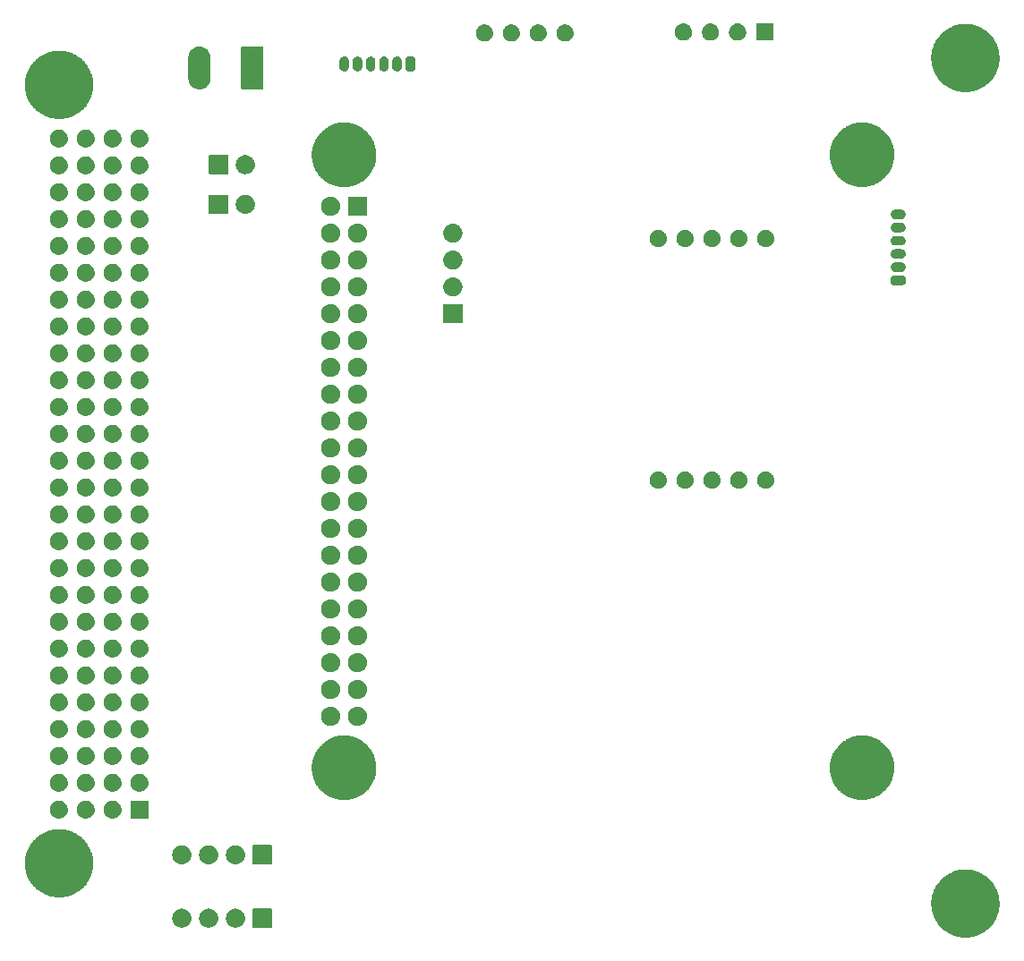
<source format=gts>
G04 #@! TF.GenerationSoftware,KiCad,Pcbnew,6.0.0-unknown-62d453e~86~ubuntu18.04.1*
G04 #@! TF.CreationDate,2019-07-13T13:42:48-04:00*
G04 #@! TF.ProjectId,OBC,4f42432e-6b69-4636-9164-5f7063625858,rev?*
G04 #@! TF.SameCoordinates,Original*
G04 #@! TF.FileFunction,Soldermask,Top*
G04 #@! TF.FilePolarity,Negative*
%FSLAX46Y46*%
G04 Gerber Fmt 4.6, Leading zero omitted, Abs format (unit mm)*
G04 Created by KiCad (PCBNEW 6.0.0-unknown-62d453e~86~ubuntu18.04.1) date 2019-07-13 13:42:48*
%MOMM*%
%LPD*%
G04 APERTURE LIST*
%ADD10C,0.100000*%
G04 APERTURE END LIST*
D10*
G36*
X179055652Y-128189579D02*
G01*
X179157881Y-128190293D01*
X179236862Y-128199711D01*
X179309518Y-128203773D01*
X179408880Y-128220222D01*
X179516072Y-128233004D01*
X179588013Y-128249878D01*
X179654267Y-128260846D01*
X179756647Y-128289431D01*
X179867269Y-128315377D01*
X179931517Y-128338255D01*
X179990812Y-128354810D01*
X180094684Y-128396356D01*
X180207095Y-128436384D01*
X180263314Y-128463804D01*
X180315258Y-128484580D01*
X180418910Y-128539692D01*
X180531315Y-128594516D01*
X180579350Y-128625000D01*
X180623786Y-128648627D01*
X180725449Y-128717717D01*
X180835888Y-128787804D01*
X180875815Y-128819906D01*
X180912794Y-128845037D01*
X181010587Y-128928266D01*
X181117017Y-129013837D01*
X181149126Y-129046171D01*
X181178891Y-129071503D01*
X181270870Y-129168768D01*
X181371198Y-129269799D01*
X181395989Y-129301078D01*
X181418983Y-129325393D01*
X181503191Y-129436333D01*
X181595263Y-129552499D01*
X181613413Y-129581545D01*
X181630244Y-129603719D01*
X181704707Y-129727645D01*
X181786420Y-129858414D01*
X181798775Y-129884201D01*
X181810216Y-129903242D01*
X181873023Y-130039168D01*
X181942285Y-130183730D01*
X181949827Y-130205388D01*
X181956783Y-130220442D01*
X182006082Y-130366931D01*
X182060916Y-130524393D01*
X182064743Y-130541239D01*
X182068238Y-130551623D01*
X182102282Y-130706463D01*
X182140835Y-130876156D01*
X182142131Y-130887711D01*
X182143272Y-130892900D01*
X182160455Y-131051077D01*
X182181045Y-131234636D01*
X182180971Y-131239926D01*
X182180987Y-131240072D01*
X182179687Y-131612444D01*
X182175232Y-131650951D01*
X182174751Y-131685370D01*
X182154935Y-131826371D01*
X182139549Y-131959347D01*
X182130890Y-131997458D01*
X182124548Y-132042587D01*
X182090584Y-132174868D01*
X182062134Y-132300090D01*
X182047578Y-132342365D01*
X182034838Y-132391982D01*
X181988394Y-132514247D01*
X181948369Y-132630488D01*
X181926937Y-132676033D01*
X181906741Y-132729200D01*
X181849596Y-132840391D01*
X181799595Y-132946650D01*
X181770438Y-132994418D01*
X181741853Y-133050037D01*
X181675826Y-133149416D01*
X181617535Y-133244912D01*
X181579973Y-133293686D01*
X181542230Y-133350495D01*
X181469189Y-133437542D01*
X181404331Y-133521761D01*
X181357844Y-133570237D01*
X181310358Y-133626829D01*
X181232210Y-133701248D01*
X181162483Y-133773959D01*
X181106723Y-133820747D01*
X181049129Y-133875593D01*
X180967703Y-133937399D01*
X180894795Y-133998576D01*
X180829657Y-134042182D01*
X180761799Y-134093689D01*
X180678868Y-134143126D01*
X180604438Y-134192952D01*
X180530020Y-134231857D01*
X180451948Y-134278397D01*
X180369175Y-134315945D01*
X180294758Y-134354849D01*
X180211372Y-134387528D01*
X180123439Y-134427416D01*
X180042400Y-134453747D01*
X179969427Y-134482345D01*
X179877599Y-134507294D01*
X179780366Y-134538887D01*
X179702454Y-134554880D01*
X179632224Y-134573961D01*
X179532722Y-134589721D01*
X179427006Y-134611421D01*
X179353446Y-134618116D01*
X179287099Y-134628624D01*
X179180921Y-134633817D01*
X179067763Y-134644115D01*
X178999561Y-134642686D01*
X178938082Y-134645693D01*
X178826417Y-134639059D01*
X178707114Y-134636560D01*
X178645125Y-134628289D01*
X178589274Y-134624971D01*
X178473514Y-134605391D01*
X178349555Y-134588852D01*
X178294350Y-134575088D01*
X178244729Y-134566695D01*
X178126453Y-134533226D01*
X177999543Y-134501584D01*
X177951531Y-134483728D01*
X177908511Y-134471555D01*
X177789443Y-134423448D01*
X177661439Y-134375844D01*
X177620763Y-134355297D01*
X177584520Y-134340654D01*
X177466539Y-134277393D01*
X177339458Y-134213200D01*
X177306060Y-134191345D01*
X177276567Y-134175531D01*
X177161658Y-134096851D01*
X177037614Y-134015679D01*
X177011220Y-133993844D01*
X176988253Y-133978118D01*
X176878489Y-133884039D01*
X176759669Y-133785742D01*
X176739805Y-133765172D01*
X176722941Y-133750718D01*
X176620480Y-133641607D01*
X176509086Y-133526256D01*
X176495084Y-133508075D01*
X176483741Y-133495995D01*
X176390779Y-133372631D01*
X176288990Y-133240455D01*
X176280038Y-133225673D01*
X176273447Y-133216927D01*
X176192301Y-133080803D01*
X176102123Y-132931902D01*
X176097245Y-132921344D01*
X176094528Y-132916787D01*
X176028366Y-132772276D01*
X175950815Y-132604441D01*
X175836952Y-132262155D01*
X175798601Y-132081727D01*
X175764924Y-131925966D01*
X175764368Y-131920677D01*
X175761952Y-131909310D01*
X175744964Y-131736052D01*
X175728400Y-131578453D01*
X175728438Y-131567511D01*
X175726751Y-131550304D01*
X175729080Y-131383526D01*
X175729619Y-131229028D01*
X175731468Y-131212546D01*
X175731788Y-131189611D01*
X175751880Y-131030569D01*
X175768569Y-130881779D01*
X175773415Y-130860101D01*
X175776999Y-130831728D01*
X175813265Y-130681822D01*
X175844797Y-130540756D01*
X175853766Y-130514411D01*
X175861821Y-130481114D01*
X175912534Y-130341782D01*
X175957403Y-130209980D01*
X175971541Y-130179662D01*
X175985197Y-130142141D01*
X176048517Y-130014583D01*
X176105080Y-129893284D01*
X176125327Y-129859852D01*
X176145590Y-129819033D01*
X176219572Y-129704235D01*
X176286096Y-129594391D01*
X176313250Y-129558874D01*
X176340999Y-129515817D01*
X176423657Y-129414469D01*
X176498324Y-129316808D01*
X176533037Y-129280356D01*
X176568990Y-129236273D01*
X176658333Y-129148782D01*
X176739300Y-129063758D01*
X176782032Y-129027646D01*
X176826720Y-128983885D01*
X176920756Y-128910416D01*
X177006198Y-128838212D01*
X177057232Y-128803789D01*
X177110977Y-128761799D01*
X177207749Y-128702264D01*
X177295879Y-128642820D01*
X177355292Y-128611495D01*
X177418219Y-128572782D01*
X177515881Y-128526826D01*
X177604986Y-128479846D01*
X177672650Y-128453056D01*
X177744615Y-128419192D01*
X177841396Y-128386245D01*
X177929870Y-128351216D01*
X178005435Y-128330402D01*
X178086098Y-128302942D01*
X178180398Y-128282209D01*
X178266755Y-128258422D01*
X178349660Y-128244994D01*
X178438411Y-128225481D01*
X178528783Y-128215982D01*
X178611685Y-128202555D01*
X178701133Y-128197867D01*
X178797162Y-128187774D01*
X178882370Y-128188369D01*
X178960642Y-128184267D01*
X179055652Y-128189579D01*
X179055652Y-128189579D01*
G37*
G36*
X113319899Y-131901959D02*
G01*
X113336769Y-131913231D01*
X113348041Y-131930101D01*
X113354448Y-131962312D01*
X113354448Y-133637688D01*
X113351999Y-133650000D01*
X113348041Y-133669899D01*
X113336769Y-133686769D01*
X113319899Y-133698041D01*
X113300000Y-133701999D01*
X113287688Y-133704448D01*
X111612312Y-133704448D01*
X111580101Y-133698041D01*
X111563231Y-133686769D01*
X111551959Y-133669899D01*
X111545552Y-133637688D01*
X111545552Y-131962312D01*
X111551959Y-131930101D01*
X111563231Y-131913231D01*
X111580101Y-131901959D01*
X111612312Y-131895552D01*
X113287688Y-131895552D01*
X113319899Y-131901959D01*
X113319899Y-131901959D01*
G37*
G36*
X105018360Y-131913835D02*
G01*
X105099397Y-131940166D01*
X105186663Y-131967848D01*
X105189655Y-131969493D01*
X105198488Y-131972363D01*
X105270466Y-132013919D01*
X105341499Y-132052970D01*
X105348986Y-132059253D01*
X105362511Y-132067061D01*
X105420259Y-132119057D01*
X105476857Y-132166549D01*
X105486962Y-132179118D01*
X105503261Y-132193793D01*
X105545454Y-132251867D01*
X105587579Y-132304260D01*
X105597994Y-132324182D01*
X105614586Y-132347019D01*
X105641297Y-132407012D01*
X105669439Y-132460843D01*
X105677582Y-132488510D01*
X105691621Y-132520042D01*
X105703992Y-132578241D01*
X105719328Y-132630349D01*
X105722518Y-132665401D01*
X105730999Y-132705301D01*
X105730999Y-132758592D01*
X105735343Y-132806324D01*
X105730999Y-132847653D01*
X105730999Y-132894699D01*
X105721217Y-132940721D01*
X105716873Y-132982047D01*
X105702702Y-133027827D01*
X105691621Y-133079958D01*
X105675028Y-133117226D01*
X105664622Y-133150843D01*
X105638789Y-133198620D01*
X105614586Y-133252981D01*
X105594298Y-133280905D01*
X105580580Y-133306276D01*
X105541859Y-133353082D01*
X105503261Y-133406207D01*
X105482284Y-133425095D01*
X105467952Y-133442419D01*
X105415845Y-133484917D01*
X105362511Y-133532939D01*
X105343524Y-133543901D01*
X105331025Y-133554095D01*
X105265780Y-133588786D01*
X105198488Y-133627637D01*
X105183636Y-133632463D01*
X105175003Y-133637053D01*
X105097430Y-133660473D01*
X105018360Y-133686165D01*
X105009114Y-133687137D01*
X105005851Y-133688122D01*
X104914710Y-133697059D01*
X104877211Y-133701000D01*
X104782789Y-133701000D01*
X104641640Y-133686165D01*
X104560603Y-133659834D01*
X104473337Y-133632152D01*
X104470345Y-133630507D01*
X104461512Y-133627637D01*
X104389534Y-133586081D01*
X104318501Y-133547030D01*
X104311014Y-133540747D01*
X104297489Y-133532939D01*
X104239741Y-133480943D01*
X104183143Y-133433451D01*
X104173038Y-133420882D01*
X104156739Y-133406207D01*
X104114546Y-133348133D01*
X104072421Y-133295740D01*
X104062006Y-133275818D01*
X104045414Y-133252981D01*
X104018703Y-133192988D01*
X103990561Y-133139157D01*
X103982418Y-133111490D01*
X103968379Y-133079958D01*
X103956008Y-133021759D01*
X103940672Y-132969651D01*
X103937482Y-132934599D01*
X103929001Y-132894699D01*
X103929001Y-132841408D01*
X103924657Y-132793676D01*
X103929001Y-132752347D01*
X103929001Y-132705301D01*
X103938783Y-132659279D01*
X103943127Y-132617953D01*
X103957298Y-132572173D01*
X103968379Y-132520042D01*
X103984972Y-132482774D01*
X103995378Y-132449157D01*
X104021211Y-132401380D01*
X104045414Y-132347019D01*
X104065702Y-132319095D01*
X104079420Y-132293724D01*
X104118141Y-132246918D01*
X104156739Y-132193793D01*
X104177716Y-132174905D01*
X104192048Y-132157581D01*
X104244155Y-132115083D01*
X104297489Y-132067061D01*
X104316476Y-132056099D01*
X104328975Y-132045905D01*
X104394220Y-132011214D01*
X104461512Y-131972363D01*
X104476364Y-131967537D01*
X104484997Y-131962947D01*
X104562570Y-131939527D01*
X104641640Y-131913835D01*
X104650886Y-131912863D01*
X104654149Y-131911878D01*
X104745290Y-131902941D01*
X104782789Y-131899000D01*
X104877211Y-131899000D01*
X105018360Y-131913835D01*
X105018360Y-131913835D01*
G37*
G36*
X110098360Y-131913835D02*
G01*
X110179397Y-131940166D01*
X110266663Y-131967848D01*
X110269655Y-131969493D01*
X110278488Y-131972363D01*
X110350466Y-132013919D01*
X110421499Y-132052970D01*
X110428986Y-132059253D01*
X110442511Y-132067061D01*
X110500259Y-132119057D01*
X110556857Y-132166549D01*
X110566962Y-132179118D01*
X110583261Y-132193793D01*
X110625454Y-132251867D01*
X110667579Y-132304260D01*
X110677994Y-132324182D01*
X110694586Y-132347019D01*
X110721297Y-132407012D01*
X110749439Y-132460843D01*
X110757582Y-132488510D01*
X110771621Y-132520042D01*
X110783992Y-132578241D01*
X110799328Y-132630349D01*
X110802518Y-132665401D01*
X110810999Y-132705301D01*
X110810999Y-132758592D01*
X110815343Y-132806324D01*
X110810999Y-132847653D01*
X110810999Y-132894699D01*
X110801217Y-132940721D01*
X110796873Y-132982047D01*
X110782702Y-133027827D01*
X110771621Y-133079958D01*
X110755028Y-133117226D01*
X110744622Y-133150843D01*
X110718789Y-133198620D01*
X110694586Y-133252981D01*
X110674298Y-133280905D01*
X110660580Y-133306276D01*
X110621859Y-133353082D01*
X110583261Y-133406207D01*
X110562284Y-133425095D01*
X110547952Y-133442419D01*
X110495845Y-133484917D01*
X110442511Y-133532939D01*
X110423524Y-133543901D01*
X110411025Y-133554095D01*
X110345780Y-133588786D01*
X110278488Y-133627637D01*
X110263636Y-133632463D01*
X110255003Y-133637053D01*
X110177430Y-133660473D01*
X110098360Y-133686165D01*
X110089114Y-133687137D01*
X110085851Y-133688122D01*
X109994710Y-133697059D01*
X109957211Y-133701000D01*
X109862789Y-133701000D01*
X109721640Y-133686165D01*
X109640603Y-133659834D01*
X109553337Y-133632152D01*
X109550345Y-133630507D01*
X109541512Y-133627637D01*
X109469534Y-133586081D01*
X109398501Y-133547030D01*
X109391014Y-133540747D01*
X109377489Y-133532939D01*
X109319741Y-133480943D01*
X109263143Y-133433451D01*
X109253038Y-133420882D01*
X109236739Y-133406207D01*
X109194546Y-133348133D01*
X109152421Y-133295740D01*
X109142006Y-133275818D01*
X109125414Y-133252981D01*
X109098703Y-133192988D01*
X109070561Y-133139157D01*
X109062418Y-133111490D01*
X109048379Y-133079958D01*
X109036008Y-133021759D01*
X109020672Y-132969651D01*
X109017482Y-132934599D01*
X109009001Y-132894699D01*
X109009001Y-132841408D01*
X109004657Y-132793676D01*
X109009001Y-132752347D01*
X109009001Y-132705301D01*
X109018783Y-132659279D01*
X109023127Y-132617953D01*
X109037298Y-132572173D01*
X109048379Y-132520042D01*
X109064972Y-132482774D01*
X109075378Y-132449157D01*
X109101211Y-132401380D01*
X109125414Y-132347019D01*
X109145702Y-132319095D01*
X109159420Y-132293724D01*
X109198141Y-132246918D01*
X109236739Y-132193793D01*
X109257716Y-132174905D01*
X109272048Y-132157581D01*
X109324155Y-132115083D01*
X109377489Y-132067061D01*
X109396476Y-132056099D01*
X109408975Y-132045905D01*
X109474220Y-132011214D01*
X109541512Y-131972363D01*
X109556364Y-131967537D01*
X109564997Y-131962947D01*
X109642570Y-131939527D01*
X109721640Y-131913835D01*
X109730886Y-131912863D01*
X109734149Y-131911878D01*
X109825290Y-131902941D01*
X109862789Y-131899000D01*
X109957211Y-131899000D01*
X110098360Y-131913835D01*
X110098360Y-131913835D01*
G37*
G36*
X107558360Y-131913835D02*
G01*
X107639397Y-131940166D01*
X107726663Y-131967848D01*
X107729655Y-131969493D01*
X107738488Y-131972363D01*
X107810466Y-132013919D01*
X107881499Y-132052970D01*
X107888986Y-132059253D01*
X107902511Y-132067061D01*
X107960259Y-132119057D01*
X108016857Y-132166549D01*
X108026962Y-132179118D01*
X108043261Y-132193793D01*
X108085454Y-132251867D01*
X108127579Y-132304260D01*
X108137994Y-132324182D01*
X108154586Y-132347019D01*
X108181297Y-132407012D01*
X108209439Y-132460843D01*
X108217582Y-132488510D01*
X108231621Y-132520042D01*
X108243992Y-132578241D01*
X108259328Y-132630349D01*
X108262518Y-132665401D01*
X108270999Y-132705301D01*
X108270999Y-132758592D01*
X108275343Y-132806324D01*
X108270999Y-132847653D01*
X108270999Y-132894699D01*
X108261217Y-132940721D01*
X108256873Y-132982047D01*
X108242702Y-133027827D01*
X108231621Y-133079958D01*
X108215028Y-133117226D01*
X108204622Y-133150843D01*
X108178789Y-133198620D01*
X108154586Y-133252981D01*
X108134298Y-133280905D01*
X108120580Y-133306276D01*
X108081859Y-133353082D01*
X108043261Y-133406207D01*
X108022284Y-133425095D01*
X108007952Y-133442419D01*
X107955845Y-133484917D01*
X107902511Y-133532939D01*
X107883524Y-133543901D01*
X107871025Y-133554095D01*
X107805780Y-133588786D01*
X107738488Y-133627637D01*
X107723636Y-133632463D01*
X107715003Y-133637053D01*
X107637430Y-133660473D01*
X107558360Y-133686165D01*
X107549114Y-133687137D01*
X107545851Y-133688122D01*
X107454710Y-133697059D01*
X107417211Y-133701000D01*
X107322789Y-133701000D01*
X107181640Y-133686165D01*
X107100603Y-133659834D01*
X107013337Y-133632152D01*
X107010345Y-133630507D01*
X107001512Y-133627637D01*
X106929534Y-133586081D01*
X106858501Y-133547030D01*
X106851014Y-133540747D01*
X106837489Y-133532939D01*
X106779741Y-133480943D01*
X106723143Y-133433451D01*
X106713038Y-133420882D01*
X106696739Y-133406207D01*
X106654546Y-133348133D01*
X106612421Y-133295740D01*
X106602006Y-133275818D01*
X106585414Y-133252981D01*
X106558703Y-133192988D01*
X106530561Y-133139157D01*
X106522418Y-133111490D01*
X106508379Y-133079958D01*
X106496008Y-133021759D01*
X106480672Y-132969651D01*
X106477482Y-132934599D01*
X106469001Y-132894699D01*
X106469001Y-132841408D01*
X106464657Y-132793676D01*
X106469001Y-132752347D01*
X106469001Y-132705301D01*
X106478783Y-132659279D01*
X106483127Y-132617953D01*
X106497298Y-132572173D01*
X106508379Y-132520042D01*
X106524972Y-132482774D01*
X106535378Y-132449157D01*
X106561211Y-132401380D01*
X106585414Y-132347019D01*
X106605702Y-132319095D01*
X106619420Y-132293724D01*
X106658141Y-132246918D01*
X106696739Y-132193793D01*
X106717716Y-132174905D01*
X106732048Y-132157581D01*
X106784155Y-132115083D01*
X106837489Y-132067061D01*
X106856476Y-132056099D01*
X106868975Y-132045905D01*
X106934220Y-132011214D01*
X107001512Y-131972363D01*
X107016364Y-131967537D01*
X107024997Y-131962947D01*
X107102570Y-131939527D01*
X107181640Y-131913835D01*
X107190886Y-131912863D01*
X107194149Y-131911878D01*
X107285290Y-131902941D01*
X107322789Y-131899000D01*
X107417211Y-131899000D01*
X107558360Y-131913835D01*
X107558360Y-131913835D01*
G37*
G36*
X93325652Y-124379579D02*
G01*
X93427881Y-124380293D01*
X93506862Y-124389711D01*
X93579518Y-124393773D01*
X93678880Y-124410222D01*
X93786072Y-124423004D01*
X93858013Y-124439878D01*
X93924267Y-124450846D01*
X94026647Y-124479431D01*
X94137269Y-124505377D01*
X94201517Y-124528255D01*
X94260812Y-124544810D01*
X94364684Y-124586356D01*
X94477095Y-124626384D01*
X94533314Y-124653804D01*
X94585258Y-124674580D01*
X94688910Y-124729692D01*
X94801315Y-124784516D01*
X94849350Y-124815000D01*
X94893786Y-124838627D01*
X94995449Y-124907717D01*
X95105888Y-124977804D01*
X95145815Y-125009906D01*
X95182794Y-125035037D01*
X95280587Y-125118266D01*
X95387017Y-125203837D01*
X95419126Y-125236171D01*
X95448891Y-125261503D01*
X95540870Y-125358768D01*
X95641198Y-125459799D01*
X95665989Y-125491078D01*
X95688983Y-125515393D01*
X95773191Y-125626333D01*
X95865263Y-125742499D01*
X95883413Y-125771545D01*
X95900244Y-125793719D01*
X95974707Y-125917645D01*
X96056420Y-126048414D01*
X96068775Y-126074201D01*
X96080216Y-126093242D01*
X96143023Y-126229168D01*
X96212285Y-126373730D01*
X96219827Y-126395388D01*
X96226783Y-126410442D01*
X96276082Y-126556931D01*
X96330916Y-126714393D01*
X96334743Y-126731239D01*
X96338238Y-126741623D01*
X96372282Y-126896463D01*
X96410835Y-127066156D01*
X96412131Y-127077711D01*
X96413272Y-127082900D01*
X96430455Y-127241077D01*
X96451045Y-127424636D01*
X96450971Y-127429926D01*
X96450987Y-127430072D01*
X96449687Y-127802444D01*
X96445232Y-127840951D01*
X96444751Y-127875370D01*
X96424935Y-128016371D01*
X96409549Y-128149347D01*
X96400890Y-128187458D01*
X96394548Y-128232587D01*
X96360584Y-128364868D01*
X96332134Y-128490090D01*
X96317578Y-128532365D01*
X96304838Y-128581982D01*
X96258394Y-128704247D01*
X96218369Y-128820488D01*
X96196937Y-128866033D01*
X96176741Y-128919200D01*
X96119596Y-129030391D01*
X96069595Y-129136650D01*
X96040438Y-129184418D01*
X96011853Y-129240037D01*
X95945826Y-129339416D01*
X95887535Y-129434912D01*
X95849973Y-129483686D01*
X95812230Y-129540495D01*
X95739189Y-129627542D01*
X95674331Y-129711761D01*
X95627844Y-129760237D01*
X95580358Y-129816829D01*
X95502210Y-129891248D01*
X95432483Y-129963959D01*
X95376723Y-130010747D01*
X95319129Y-130065593D01*
X95237703Y-130127399D01*
X95164795Y-130188576D01*
X95099657Y-130232182D01*
X95031799Y-130283689D01*
X94948868Y-130333126D01*
X94874438Y-130382952D01*
X94800020Y-130421857D01*
X94721948Y-130468397D01*
X94639175Y-130505945D01*
X94564758Y-130544849D01*
X94481372Y-130577528D01*
X94393439Y-130617416D01*
X94312400Y-130643747D01*
X94239427Y-130672345D01*
X94147599Y-130697294D01*
X94050366Y-130728887D01*
X93972454Y-130744880D01*
X93902224Y-130763961D01*
X93802722Y-130779721D01*
X93697006Y-130801421D01*
X93623446Y-130808116D01*
X93557099Y-130818624D01*
X93450921Y-130823817D01*
X93337763Y-130834115D01*
X93269561Y-130832686D01*
X93208082Y-130835693D01*
X93096417Y-130829059D01*
X92977114Y-130826560D01*
X92915125Y-130818289D01*
X92859274Y-130814971D01*
X92743514Y-130795391D01*
X92619555Y-130778852D01*
X92564350Y-130765088D01*
X92514729Y-130756695D01*
X92396453Y-130723226D01*
X92269543Y-130691584D01*
X92221531Y-130673728D01*
X92178511Y-130661555D01*
X92059443Y-130613448D01*
X91931439Y-130565844D01*
X91890763Y-130545297D01*
X91854520Y-130530654D01*
X91736539Y-130467393D01*
X91609458Y-130403200D01*
X91576060Y-130381345D01*
X91546567Y-130365531D01*
X91431658Y-130286851D01*
X91307614Y-130205679D01*
X91281220Y-130183844D01*
X91258253Y-130168118D01*
X91148489Y-130074039D01*
X91029669Y-129975742D01*
X91009805Y-129955172D01*
X90992941Y-129940718D01*
X90890480Y-129831607D01*
X90779086Y-129716256D01*
X90765084Y-129698075D01*
X90753741Y-129685995D01*
X90660779Y-129562631D01*
X90558990Y-129430455D01*
X90550038Y-129415673D01*
X90543447Y-129406927D01*
X90462301Y-129270803D01*
X90372123Y-129121902D01*
X90367245Y-129111344D01*
X90364528Y-129106787D01*
X90298366Y-128962276D01*
X90220815Y-128794441D01*
X90106952Y-128452155D01*
X90068601Y-128271727D01*
X90034924Y-128115966D01*
X90034368Y-128110677D01*
X90031952Y-128099310D01*
X90014964Y-127926052D01*
X89998400Y-127768453D01*
X89998438Y-127757511D01*
X89996751Y-127740304D01*
X89999080Y-127573526D01*
X89999619Y-127419028D01*
X90001468Y-127402546D01*
X90001788Y-127379611D01*
X90021880Y-127220569D01*
X90038569Y-127071779D01*
X90043415Y-127050101D01*
X90046999Y-127021728D01*
X90083265Y-126871822D01*
X90114797Y-126730756D01*
X90123766Y-126704411D01*
X90131821Y-126671114D01*
X90182534Y-126531782D01*
X90227403Y-126399980D01*
X90241541Y-126369662D01*
X90255197Y-126332141D01*
X90318517Y-126204583D01*
X90375080Y-126083284D01*
X90395327Y-126049852D01*
X90415590Y-126009033D01*
X90489572Y-125894235D01*
X90556096Y-125784391D01*
X90583250Y-125748874D01*
X90610999Y-125705817D01*
X90693657Y-125604469D01*
X90768324Y-125506808D01*
X90803037Y-125470356D01*
X90838990Y-125426273D01*
X90928333Y-125338782D01*
X91009300Y-125253758D01*
X91052032Y-125217646D01*
X91096720Y-125173885D01*
X91190756Y-125100416D01*
X91276198Y-125028212D01*
X91327232Y-124993789D01*
X91380977Y-124951799D01*
X91477749Y-124892264D01*
X91565879Y-124832820D01*
X91625292Y-124801495D01*
X91688219Y-124762782D01*
X91785881Y-124716826D01*
X91874986Y-124669846D01*
X91942650Y-124643056D01*
X92014615Y-124609192D01*
X92111396Y-124576245D01*
X92199870Y-124541216D01*
X92275435Y-124520402D01*
X92356098Y-124492942D01*
X92450398Y-124472209D01*
X92536755Y-124448422D01*
X92619660Y-124434994D01*
X92708411Y-124415481D01*
X92798783Y-124405982D01*
X92881685Y-124392555D01*
X92971133Y-124387867D01*
X93067162Y-124377774D01*
X93152370Y-124378369D01*
X93230642Y-124374267D01*
X93325652Y-124379579D01*
X93325652Y-124379579D01*
G37*
G36*
X113319899Y-125901959D02*
G01*
X113336769Y-125913231D01*
X113348041Y-125930101D01*
X113354448Y-125962312D01*
X113354448Y-127637688D01*
X113351999Y-127650000D01*
X113348041Y-127669899D01*
X113336769Y-127686769D01*
X113319899Y-127698041D01*
X113300000Y-127701999D01*
X113287688Y-127704448D01*
X111612312Y-127704448D01*
X111580101Y-127698041D01*
X111563231Y-127686769D01*
X111551959Y-127669899D01*
X111545552Y-127637688D01*
X111545552Y-125962312D01*
X111551959Y-125930101D01*
X111563231Y-125913231D01*
X111580101Y-125901959D01*
X111612312Y-125895552D01*
X113287688Y-125895552D01*
X113319899Y-125901959D01*
X113319899Y-125901959D01*
G37*
G36*
X105018360Y-125913835D02*
G01*
X105099397Y-125940166D01*
X105186663Y-125967848D01*
X105189655Y-125969493D01*
X105198488Y-125972363D01*
X105270466Y-126013919D01*
X105341499Y-126052970D01*
X105348986Y-126059253D01*
X105362511Y-126067061D01*
X105420259Y-126119057D01*
X105476857Y-126166549D01*
X105486962Y-126179118D01*
X105503261Y-126193793D01*
X105545454Y-126251867D01*
X105587579Y-126304260D01*
X105597994Y-126324182D01*
X105614586Y-126347019D01*
X105641297Y-126407012D01*
X105669439Y-126460843D01*
X105677582Y-126488510D01*
X105691621Y-126520042D01*
X105703992Y-126578241D01*
X105719328Y-126630349D01*
X105722518Y-126665401D01*
X105730999Y-126705301D01*
X105730999Y-126758592D01*
X105735343Y-126806324D01*
X105730999Y-126847653D01*
X105730999Y-126894699D01*
X105721217Y-126940721D01*
X105716873Y-126982047D01*
X105702702Y-127027827D01*
X105691621Y-127079958D01*
X105675028Y-127117226D01*
X105664622Y-127150843D01*
X105638789Y-127198620D01*
X105614586Y-127252981D01*
X105594298Y-127280905D01*
X105580580Y-127306276D01*
X105541859Y-127353082D01*
X105503261Y-127406207D01*
X105482284Y-127425095D01*
X105467952Y-127442419D01*
X105415845Y-127484917D01*
X105362511Y-127532939D01*
X105343524Y-127543901D01*
X105331025Y-127554095D01*
X105265780Y-127588786D01*
X105198488Y-127627637D01*
X105183636Y-127632463D01*
X105175003Y-127637053D01*
X105097430Y-127660473D01*
X105018360Y-127686165D01*
X105009114Y-127687137D01*
X105005851Y-127688122D01*
X104914710Y-127697059D01*
X104877211Y-127701000D01*
X104782789Y-127701000D01*
X104641640Y-127686165D01*
X104560603Y-127659834D01*
X104473337Y-127632152D01*
X104470345Y-127630507D01*
X104461512Y-127627637D01*
X104389534Y-127586081D01*
X104318501Y-127547030D01*
X104311014Y-127540747D01*
X104297489Y-127532939D01*
X104239741Y-127480943D01*
X104183143Y-127433451D01*
X104173038Y-127420882D01*
X104156739Y-127406207D01*
X104114546Y-127348133D01*
X104072421Y-127295740D01*
X104062006Y-127275818D01*
X104045414Y-127252981D01*
X104018703Y-127192988D01*
X103990561Y-127139157D01*
X103982418Y-127111490D01*
X103968379Y-127079958D01*
X103956008Y-127021759D01*
X103940672Y-126969651D01*
X103937482Y-126934599D01*
X103929001Y-126894699D01*
X103929001Y-126841408D01*
X103924657Y-126793676D01*
X103929001Y-126752347D01*
X103929001Y-126705301D01*
X103938783Y-126659279D01*
X103943127Y-126617953D01*
X103957298Y-126572173D01*
X103968379Y-126520042D01*
X103984972Y-126482774D01*
X103995378Y-126449157D01*
X104021211Y-126401380D01*
X104045414Y-126347019D01*
X104065702Y-126319095D01*
X104079420Y-126293724D01*
X104118141Y-126246918D01*
X104156739Y-126193793D01*
X104177716Y-126174905D01*
X104192048Y-126157581D01*
X104244155Y-126115083D01*
X104297489Y-126067061D01*
X104316476Y-126056099D01*
X104328975Y-126045905D01*
X104394220Y-126011214D01*
X104461512Y-125972363D01*
X104476364Y-125967537D01*
X104484997Y-125962947D01*
X104562570Y-125939527D01*
X104641640Y-125913835D01*
X104650886Y-125912863D01*
X104654149Y-125911878D01*
X104745290Y-125902941D01*
X104782789Y-125899000D01*
X104877211Y-125899000D01*
X105018360Y-125913835D01*
X105018360Y-125913835D01*
G37*
G36*
X107558360Y-125913835D02*
G01*
X107639397Y-125940166D01*
X107726663Y-125967848D01*
X107729655Y-125969493D01*
X107738488Y-125972363D01*
X107810466Y-126013919D01*
X107881499Y-126052970D01*
X107888986Y-126059253D01*
X107902511Y-126067061D01*
X107960259Y-126119057D01*
X108016857Y-126166549D01*
X108026962Y-126179118D01*
X108043261Y-126193793D01*
X108085454Y-126251867D01*
X108127579Y-126304260D01*
X108137994Y-126324182D01*
X108154586Y-126347019D01*
X108181297Y-126407012D01*
X108209439Y-126460843D01*
X108217582Y-126488510D01*
X108231621Y-126520042D01*
X108243992Y-126578241D01*
X108259328Y-126630349D01*
X108262518Y-126665401D01*
X108270999Y-126705301D01*
X108270999Y-126758592D01*
X108275343Y-126806324D01*
X108270999Y-126847653D01*
X108270999Y-126894699D01*
X108261217Y-126940721D01*
X108256873Y-126982047D01*
X108242702Y-127027827D01*
X108231621Y-127079958D01*
X108215028Y-127117226D01*
X108204622Y-127150843D01*
X108178789Y-127198620D01*
X108154586Y-127252981D01*
X108134298Y-127280905D01*
X108120580Y-127306276D01*
X108081859Y-127353082D01*
X108043261Y-127406207D01*
X108022284Y-127425095D01*
X108007952Y-127442419D01*
X107955845Y-127484917D01*
X107902511Y-127532939D01*
X107883524Y-127543901D01*
X107871025Y-127554095D01*
X107805780Y-127588786D01*
X107738488Y-127627637D01*
X107723636Y-127632463D01*
X107715003Y-127637053D01*
X107637430Y-127660473D01*
X107558360Y-127686165D01*
X107549114Y-127687137D01*
X107545851Y-127688122D01*
X107454710Y-127697059D01*
X107417211Y-127701000D01*
X107322789Y-127701000D01*
X107181640Y-127686165D01*
X107100603Y-127659834D01*
X107013337Y-127632152D01*
X107010345Y-127630507D01*
X107001512Y-127627637D01*
X106929534Y-127586081D01*
X106858501Y-127547030D01*
X106851014Y-127540747D01*
X106837489Y-127532939D01*
X106779741Y-127480943D01*
X106723143Y-127433451D01*
X106713038Y-127420882D01*
X106696739Y-127406207D01*
X106654546Y-127348133D01*
X106612421Y-127295740D01*
X106602006Y-127275818D01*
X106585414Y-127252981D01*
X106558703Y-127192988D01*
X106530561Y-127139157D01*
X106522418Y-127111490D01*
X106508379Y-127079958D01*
X106496008Y-127021759D01*
X106480672Y-126969651D01*
X106477482Y-126934599D01*
X106469001Y-126894699D01*
X106469001Y-126841408D01*
X106464657Y-126793676D01*
X106469001Y-126752347D01*
X106469001Y-126705301D01*
X106478783Y-126659279D01*
X106483127Y-126617953D01*
X106497298Y-126572173D01*
X106508379Y-126520042D01*
X106524972Y-126482774D01*
X106535378Y-126449157D01*
X106561211Y-126401380D01*
X106585414Y-126347019D01*
X106605702Y-126319095D01*
X106619420Y-126293724D01*
X106658141Y-126246918D01*
X106696739Y-126193793D01*
X106717716Y-126174905D01*
X106732048Y-126157581D01*
X106784155Y-126115083D01*
X106837489Y-126067061D01*
X106856476Y-126056099D01*
X106868975Y-126045905D01*
X106934220Y-126011214D01*
X107001512Y-125972363D01*
X107016364Y-125967537D01*
X107024997Y-125962947D01*
X107102570Y-125939527D01*
X107181640Y-125913835D01*
X107190886Y-125912863D01*
X107194149Y-125911878D01*
X107285290Y-125902941D01*
X107322789Y-125899000D01*
X107417211Y-125899000D01*
X107558360Y-125913835D01*
X107558360Y-125913835D01*
G37*
G36*
X110098360Y-125913835D02*
G01*
X110179397Y-125940166D01*
X110266663Y-125967848D01*
X110269655Y-125969493D01*
X110278488Y-125972363D01*
X110350466Y-126013919D01*
X110421499Y-126052970D01*
X110428986Y-126059253D01*
X110442511Y-126067061D01*
X110500259Y-126119057D01*
X110556857Y-126166549D01*
X110566962Y-126179118D01*
X110583261Y-126193793D01*
X110625454Y-126251867D01*
X110667579Y-126304260D01*
X110677994Y-126324182D01*
X110694586Y-126347019D01*
X110721297Y-126407012D01*
X110749439Y-126460843D01*
X110757582Y-126488510D01*
X110771621Y-126520042D01*
X110783992Y-126578241D01*
X110799328Y-126630349D01*
X110802518Y-126665401D01*
X110810999Y-126705301D01*
X110810999Y-126758592D01*
X110815343Y-126806324D01*
X110810999Y-126847653D01*
X110810999Y-126894699D01*
X110801217Y-126940721D01*
X110796873Y-126982047D01*
X110782702Y-127027827D01*
X110771621Y-127079958D01*
X110755028Y-127117226D01*
X110744622Y-127150843D01*
X110718789Y-127198620D01*
X110694586Y-127252981D01*
X110674298Y-127280905D01*
X110660580Y-127306276D01*
X110621859Y-127353082D01*
X110583261Y-127406207D01*
X110562284Y-127425095D01*
X110547952Y-127442419D01*
X110495845Y-127484917D01*
X110442511Y-127532939D01*
X110423524Y-127543901D01*
X110411025Y-127554095D01*
X110345780Y-127588786D01*
X110278488Y-127627637D01*
X110263636Y-127632463D01*
X110255003Y-127637053D01*
X110177430Y-127660473D01*
X110098360Y-127686165D01*
X110089114Y-127687137D01*
X110085851Y-127688122D01*
X109994710Y-127697059D01*
X109957211Y-127701000D01*
X109862789Y-127701000D01*
X109721640Y-127686165D01*
X109640603Y-127659834D01*
X109553337Y-127632152D01*
X109550345Y-127630507D01*
X109541512Y-127627637D01*
X109469534Y-127586081D01*
X109398501Y-127547030D01*
X109391014Y-127540747D01*
X109377489Y-127532939D01*
X109319741Y-127480943D01*
X109263143Y-127433451D01*
X109253038Y-127420882D01*
X109236739Y-127406207D01*
X109194546Y-127348133D01*
X109152421Y-127295740D01*
X109142006Y-127275818D01*
X109125414Y-127252981D01*
X109098703Y-127192988D01*
X109070561Y-127139157D01*
X109062418Y-127111490D01*
X109048379Y-127079958D01*
X109036008Y-127021759D01*
X109020672Y-126969651D01*
X109017482Y-126934599D01*
X109009001Y-126894699D01*
X109009001Y-126841408D01*
X109004657Y-126793676D01*
X109009001Y-126752347D01*
X109009001Y-126705301D01*
X109018783Y-126659279D01*
X109023127Y-126617953D01*
X109037298Y-126572173D01*
X109048379Y-126520042D01*
X109064972Y-126482774D01*
X109075378Y-126449157D01*
X109101211Y-126401380D01*
X109125414Y-126347019D01*
X109145702Y-126319095D01*
X109159420Y-126293724D01*
X109198141Y-126246918D01*
X109236739Y-126193793D01*
X109257716Y-126174905D01*
X109272048Y-126157581D01*
X109324155Y-126115083D01*
X109377489Y-126067061D01*
X109396476Y-126056099D01*
X109408975Y-126045905D01*
X109474220Y-126011214D01*
X109541512Y-125972363D01*
X109556364Y-125967537D01*
X109564997Y-125962947D01*
X109642570Y-125939527D01*
X109721640Y-125913835D01*
X109730886Y-125912863D01*
X109734149Y-125911878D01*
X109825290Y-125902941D01*
X109862789Y-125899000D01*
X109957211Y-125899000D01*
X110098360Y-125913835D01*
X110098360Y-125913835D01*
G37*
G36*
X93207976Y-121672826D02*
G01*
X93249766Y-121670782D01*
X93294056Y-121677639D01*
X93344810Y-121680476D01*
X93385163Y-121691743D01*
X93420621Y-121697232D01*
X93468204Y-121714928D01*
X93522898Y-121730199D01*
X93554622Y-121747067D01*
X93582659Y-121757494D01*
X93630757Y-121787549D01*
X93686153Y-121817004D01*
X93708968Y-121836421D01*
X93729271Y-121849108D01*
X93774641Y-121892313D01*
X93826961Y-121936841D01*
X93841463Y-121955947D01*
X93854472Y-121968335D01*
X93893616Y-122024655D01*
X93938751Y-122084118D01*
X93946302Y-122100459D01*
X93953142Y-122110301D01*
X93982508Y-122178817D01*
X94016307Y-122251965D01*
X94018885Y-122263692D01*
X94021247Y-122269202D01*
X94037429Y-122348036D01*
X94056011Y-122432551D01*
X94055345Y-122623388D01*
X94036181Y-122707738D01*
X94019443Y-122786485D01*
X94017041Y-122791982D01*
X94014381Y-122803692D01*
X93980069Y-122876609D01*
X93950227Y-122944915D01*
X93943318Y-122954709D01*
X93935655Y-122970994D01*
X93890114Y-123030130D01*
X93850570Y-123086187D01*
X93837472Y-123098487D01*
X93822840Y-123117487D01*
X93770227Y-123161635D01*
X93724544Y-123204534D01*
X93704147Y-123217082D01*
X93681199Y-123236338D01*
X93625600Y-123265405D01*
X93577293Y-123295123D01*
X93549184Y-123305354D01*
X93517341Y-123322001D01*
X93462534Y-123336892D01*
X93414831Y-123354254D01*
X93379340Y-123359495D01*
X93338911Y-123370479D01*
X93288139Y-123372962D01*
X93243803Y-123379509D01*
X93202027Y-123377174D01*
X93154233Y-123379511D01*
X93109992Y-123372028D01*
X93071189Y-123369859D01*
X93024980Y-123357650D01*
X92971923Y-123348676D01*
X92935839Y-123334097D01*
X92904035Y-123325694D01*
X92855897Y-123301799D01*
X92800488Y-123279412D01*
X92773311Y-123260804D01*
X92749182Y-123248826D01*
X92702128Y-123212063D01*
X92647926Y-123174950D01*
X92629469Y-123155295D01*
X92612950Y-123142389D01*
X92570400Y-123092393D01*
X92521354Y-123040164D01*
X92510608Y-123022138D01*
X92500896Y-123010726D01*
X92466401Y-122947981D01*
X92426678Y-122881344D01*
X92421943Y-122867111D01*
X92417610Y-122859229D01*
X92394692Y-122785192D01*
X92368314Y-122705898D01*
X92367372Y-122696934D01*
X92366486Y-122694072D01*
X92358347Y-122611068D01*
X92348987Y-122522012D01*
X92358967Y-122433044D01*
X92367687Y-122350078D01*
X92368593Y-122347220D01*
X92369598Y-122338265D01*
X92396530Y-122259153D01*
X92419963Y-122185281D01*
X92424350Y-122177432D01*
X92429184Y-122163231D01*
X92469382Y-122096857D01*
X92504304Y-122034371D01*
X92514092Y-122023031D01*
X92524967Y-122005075D01*
X92574385Y-121953181D01*
X92617273Y-121903495D01*
X92633879Y-121890707D01*
X92652477Y-121871177D01*
X92706952Y-121834433D01*
X92754250Y-121798009D01*
X92778458Y-121786202D01*
X92805765Y-121767783D01*
X92861319Y-121745787D01*
X92909633Y-121722223D01*
X92941503Y-121714040D01*
X92977679Y-121699717D01*
X93030795Y-121691114D01*
X93077088Y-121679228D01*
X93115903Y-121677330D01*
X93160199Y-121670155D01*
X93207976Y-121672826D01*
X93207976Y-121672826D01*
G37*
G36*
X98287976Y-121672826D02*
G01*
X98329766Y-121670782D01*
X98374056Y-121677639D01*
X98424810Y-121680476D01*
X98465163Y-121691743D01*
X98500621Y-121697232D01*
X98548204Y-121714928D01*
X98602898Y-121730199D01*
X98634622Y-121747067D01*
X98662659Y-121757494D01*
X98710757Y-121787549D01*
X98766153Y-121817004D01*
X98788968Y-121836421D01*
X98809271Y-121849108D01*
X98854641Y-121892313D01*
X98906961Y-121936841D01*
X98921463Y-121955947D01*
X98934472Y-121968335D01*
X98973616Y-122024655D01*
X99018751Y-122084118D01*
X99026302Y-122100459D01*
X99033142Y-122110301D01*
X99062508Y-122178817D01*
X99096307Y-122251965D01*
X99098885Y-122263692D01*
X99101247Y-122269202D01*
X99117429Y-122348036D01*
X99136011Y-122432551D01*
X99135345Y-122623388D01*
X99116181Y-122707738D01*
X99099443Y-122786485D01*
X99097041Y-122791982D01*
X99094381Y-122803692D01*
X99060069Y-122876609D01*
X99030227Y-122944915D01*
X99023318Y-122954709D01*
X99015655Y-122970994D01*
X98970114Y-123030130D01*
X98930570Y-123086187D01*
X98917472Y-123098487D01*
X98902840Y-123117487D01*
X98850227Y-123161635D01*
X98804544Y-123204534D01*
X98784147Y-123217082D01*
X98761199Y-123236338D01*
X98705600Y-123265405D01*
X98657293Y-123295123D01*
X98629184Y-123305354D01*
X98597341Y-123322001D01*
X98542534Y-123336892D01*
X98494831Y-123354254D01*
X98459340Y-123359495D01*
X98418911Y-123370479D01*
X98368139Y-123372962D01*
X98323803Y-123379509D01*
X98282027Y-123377174D01*
X98234233Y-123379511D01*
X98189992Y-123372028D01*
X98151189Y-123369859D01*
X98104980Y-123357650D01*
X98051923Y-123348676D01*
X98015839Y-123334097D01*
X97984035Y-123325694D01*
X97935897Y-123301799D01*
X97880488Y-123279412D01*
X97853311Y-123260804D01*
X97829182Y-123248826D01*
X97782128Y-123212063D01*
X97727926Y-123174950D01*
X97709469Y-123155295D01*
X97692950Y-123142389D01*
X97650400Y-123092393D01*
X97601354Y-123040164D01*
X97590608Y-123022138D01*
X97580896Y-123010726D01*
X97546401Y-122947981D01*
X97506678Y-122881344D01*
X97501943Y-122867111D01*
X97497610Y-122859229D01*
X97474692Y-122785192D01*
X97448314Y-122705898D01*
X97447372Y-122696934D01*
X97446486Y-122694072D01*
X97438347Y-122611068D01*
X97428987Y-122522012D01*
X97438967Y-122433044D01*
X97447687Y-122350078D01*
X97448593Y-122347220D01*
X97449598Y-122338265D01*
X97476530Y-122259153D01*
X97499963Y-122185281D01*
X97504350Y-122177432D01*
X97509184Y-122163231D01*
X97549382Y-122096857D01*
X97584304Y-122034371D01*
X97594092Y-122023031D01*
X97604967Y-122005075D01*
X97654385Y-121953181D01*
X97697273Y-121903495D01*
X97713879Y-121890707D01*
X97732477Y-121871177D01*
X97786952Y-121834433D01*
X97834250Y-121798009D01*
X97858458Y-121786202D01*
X97885765Y-121767783D01*
X97941319Y-121745787D01*
X97989633Y-121722223D01*
X98021503Y-121714040D01*
X98057679Y-121699717D01*
X98110795Y-121691114D01*
X98157088Y-121679228D01*
X98195903Y-121677330D01*
X98240199Y-121670155D01*
X98287976Y-121672826D01*
X98287976Y-121672826D01*
G37*
G36*
X95747976Y-121672826D02*
G01*
X95789766Y-121670782D01*
X95834056Y-121677639D01*
X95884810Y-121680476D01*
X95925163Y-121691743D01*
X95960621Y-121697232D01*
X96008204Y-121714928D01*
X96062898Y-121730199D01*
X96094622Y-121747067D01*
X96122659Y-121757494D01*
X96170757Y-121787549D01*
X96226153Y-121817004D01*
X96248968Y-121836421D01*
X96269271Y-121849108D01*
X96314641Y-121892313D01*
X96366961Y-121936841D01*
X96381463Y-121955947D01*
X96394472Y-121968335D01*
X96433616Y-122024655D01*
X96478751Y-122084118D01*
X96486302Y-122100459D01*
X96493142Y-122110301D01*
X96522508Y-122178817D01*
X96556307Y-122251965D01*
X96558885Y-122263692D01*
X96561247Y-122269202D01*
X96577429Y-122348036D01*
X96596011Y-122432551D01*
X96595345Y-122623388D01*
X96576181Y-122707738D01*
X96559443Y-122786485D01*
X96557041Y-122791982D01*
X96554381Y-122803692D01*
X96520069Y-122876609D01*
X96490227Y-122944915D01*
X96483318Y-122954709D01*
X96475655Y-122970994D01*
X96430114Y-123030130D01*
X96390570Y-123086187D01*
X96377472Y-123098487D01*
X96362840Y-123117487D01*
X96310227Y-123161635D01*
X96264544Y-123204534D01*
X96244147Y-123217082D01*
X96221199Y-123236338D01*
X96165600Y-123265405D01*
X96117293Y-123295123D01*
X96089184Y-123305354D01*
X96057341Y-123322001D01*
X96002534Y-123336892D01*
X95954831Y-123354254D01*
X95919340Y-123359495D01*
X95878911Y-123370479D01*
X95828139Y-123372962D01*
X95783803Y-123379509D01*
X95742027Y-123377174D01*
X95694233Y-123379511D01*
X95649992Y-123372028D01*
X95611189Y-123369859D01*
X95564980Y-123357650D01*
X95511923Y-123348676D01*
X95475839Y-123334097D01*
X95444035Y-123325694D01*
X95395897Y-123301799D01*
X95340488Y-123279412D01*
X95313311Y-123260804D01*
X95289182Y-123248826D01*
X95242128Y-123212063D01*
X95187926Y-123174950D01*
X95169469Y-123155295D01*
X95152950Y-123142389D01*
X95110400Y-123092393D01*
X95061354Y-123040164D01*
X95050608Y-123022138D01*
X95040896Y-123010726D01*
X95006401Y-122947981D01*
X94966678Y-122881344D01*
X94961943Y-122867111D01*
X94957610Y-122859229D01*
X94934692Y-122785192D01*
X94908314Y-122705898D01*
X94907372Y-122696934D01*
X94906486Y-122694072D01*
X94898347Y-122611068D01*
X94888987Y-122522012D01*
X94898967Y-122433044D01*
X94907687Y-122350078D01*
X94908593Y-122347220D01*
X94909598Y-122338265D01*
X94936530Y-122259153D01*
X94959963Y-122185281D01*
X94964350Y-122177432D01*
X94969184Y-122163231D01*
X95009382Y-122096857D01*
X95044304Y-122034371D01*
X95054092Y-122023031D01*
X95064967Y-122005075D01*
X95114385Y-121953181D01*
X95157273Y-121903495D01*
X95173879Y-121890707D01*
X95192477Y-121871177D01*
X95246952Y-121834433D01*
X95294250Y-121798009D01*
X95318458Y-121786202D01*
X95345765Y-121767783D01*
X95401319Y-121745787D01*
X95449633Y-121722223D01*
X95481503Y-121714040D01*
X95517679Y-121699717D01*
X95570795Y-121691114D01*
X95617088Y-121679228D01*
X95655903Y-121677330D01*
X95700199Y-121670155D01*
X95747976Y-121672826D01*
X95747976Y-121672826D01*
G37*
G36*
X101644899Y-121676959D02*
G01*
X101661769Y-121688231D01*
X101673041Y-121705101D01*
X101679448Y-121737312D01*
X101679448Y-123312688D01*
X101676999Y-123325000D01*
X101673041Y-123344899D01*
X101661769Y-123361769D01*
X101644899Y-123373041D01*
X101625000Y-123376999D01*
X101612688Y-123379448D01*
X100037312Y-123379448D01*
X100005101Y-123373041D01*
X99988231Y-123361769D01*
X99976959Y-123344899D01*
X99970552Y-123312688D01*
X99970552Y-121737312D01*
X99976959Y-121705101D01*
X99988231Y-121688231D01*
X100005101Y-121676959D01*
X100037312Y-121670552D01*
X101612688Y-121670552D01*
X101644899Y-121676959D01*
X101644899Y-121676959D01*
G37*
G36*
X120338774Y-115519990D02*
G01*
X120371873Y-115520221D01*
X120507095Y-115536346D01*
X120647522Y-115549991D01*
X120680424Y-115557014D01*
X120710643Y-115560618D01*
X120845734Y-115592303D01*
X120986392Y-115622329D01*
X121015739Y-115632177D01*
X121042779Y-115638519D01*
X121175898Y-115685921D01*
X121314894Y-115732563D01*
X121340523Y-115744541D01*
X121364174Y-115752963D01*
X121493459Y-115816019D01*
X121628806Y-115879276D01*
X121650627Y-115892674D01*
X121670804Y-115902515D01*
X121794365Y-115980930D01*
X121924091Y-116060582D01*
X121942157Y-116074722D01*
X121958858Y-116085321D01*
X122074802Y-116178542D01*
X122196954Y-116274150D01*
X122211397Y-116288367D01*
X122224729Y-116299087D01*
X122331184Y-116406288D01*
X122443886Y-116517233D01*
X122454952Y-116530922D01*
X122465130Y-116541172D01*
X122560415Y-116661391D01*
X122661713Y-116786708D01*
X122669718Y-116799298D01*
X122677041Y-116808537D01*
X122759503Y-116940503D01*
X122847635Y-117079109D01*
X122852990Y-117090113D01*
X122857826Y-117097852D01*
X122925862Y-117239855D01*
X122999261Y-117390678D01*
X123002446Y-117399696D01*
X123005236Y-117405520D01*
X123057375Y-117555244D01*
X123114641Y-117717408D01*
X123116186Y-117724127D01*
X123117431Y-117727702D01*
X123152285Y-117881111D01*
X123192293Y-118055099D01*
X123192768Y-118059301D01*
X123193015Y-118060388D01*
X123208768Y-118200833D01*
X123231218Y-118399410D01*
X123230480Y-118431942D01*
X123224970Y-118826575D01*
X123220861Y-118855809D01*
X123220339Y-118878826D01*
X123197279Y-119023604D01*
X123177612Y-119163538D01*
X123170706Y-119190434D01*
X123165835Y-119221017D01*
X123127270Y-119359607D01*
X123092767Y-119493988D01*
X123081960Y-119522438D01*
X123072944Y-119554838D01*
X123019986Y-119685584D01*
X122971621Y-119812907D01*
X122956491Y-119842346D01*
X122942861Y-119875998D01*
X122876749Y-119997509D01*
X122815675Y-120116346D01*
X122795886Y-120146131D01*
X122777258Y-120180368D01*
X122699397Y-120291359D01*
X122626886Y-120400496D01*
X122602184Y-120429934D01*
X122578263Y-120464034D01*
X122490132Y-120563473D01*
X122407589Y-120661844D01*
X122377838Y-120690176D01*
X122348436Y-120723350D01*
X122251632Y-120810360D01*
X122160524Y-120897121D01*
X122125680Y-120923569D01*
X122090731Y-120954982D01*
X121986925Y-121028889D01*
X121888790Y-121103378D01*
X121848926Y-121127141D01*
X121808461Y-121155952D01*
X121699312Y-121216330D01*
X121595742Y-121278070D01*
X121551054Y-121298341D01*
X121505255Y-121323676D01*
X121392490Y-121370269D01*
X121285058Y-121419003D01*
X121235853Y-121434991D01*
X121185011Y-121455998D01*
X121070276Y-121488789D01*
X120960594Y-121524427D01*
X120907318Y-121535363D01*
X120851846Y-121551217D01*
X120736793Y-121570367D01*
X120626407Y-121593026D01*
X120569592Y-121598197D01*
X120510044Y-121608108D01*
X120396246Y-121613972D01*
X120286645Y-121623947D01*
X120226955Y-121622697D01*
X120163999Y-121625941D01*
X120052945Y-121619052D01*
X119945558Y-121616802D01*
X119883750Y-121608555D01*
X119818159Y-121604486D01*
X119711251Y-121585539D01*
X119607398Y-121571682D01*
X119544308Y-121555952D01*
X119476972Y-121544018D01*
X119375471Y-121513856D01*
X119276370Y-121489147D01*
X119212941Y-121465558D01*
X119144823Y-121445316D01*
X119049871Y-121404913D01*
X118956610Y-121370230D01*
X118893822Y-121338513D01*
X118825982Y-121309647D01*
X118738551Y-121260080D01*
X118652101Y-121216411D01*
X118591024Y-121176443D01*
X118524549Y-121138757D01*
X118445445Y-121081179D01*
X118366619Y-121029597D01*
X118308335Y-120981380D01*
X118244399Y-120934843D01*
X118174307Y-120870503D01*
X118103763Y-120812144D01*
X118049374Y-120755822D01*
X117989133Y-120700525D01*
X117928518Y-120630672D01*
X117866765Y-120566725D01*
X117817377Y-120502593D01*
X117762034Y-120438816D01*
X117711237Y-120364768D01*
X117658613Y-120296434D01*
X117615309Y-120224930D01*
X117566021Y-120153082D01*
X117525183Y-120076115D01*
X117481878Y-120004610D01*
X117445702Y-119926317D01*
X117403614Y-119846995D01*
X117372736Y-119768406D01*
X117338783Y-119694924D01*
X117310719Y-119610560D01*
X117276902Y-119524490D01*
X117255810Y-119445497D01*
X117231092Y-119371193D01*
X117212056Y-119281635D01*
X117187512Y-119189715D01*
X117175891Y-119111488D01*
X117160163Y-119037495D01*
X117150971Y-118943746D01*
X117136594Y-118846972D01*
X117133994Y-118770606D01*
X117126872Y-118697970D01*
X117128224Y-118601127D01*
X117124804Y-118500668D01*
X117130653Y-118427168D01*
X117131635Y-118356832D01*
X117144105Y-118258120D01*
X117152291Y-118155256D01*
X117165911Y-118085512D01*
X117174393Y-118018371D01*
X117198408Y-117919105D01*
X117218704Y-117815175D01*
X117239327Y-117749967D01*
X117254614Y-117686777D01*
X117290447Y-117588326D01*
X117323189Y-117484799D01*
X117349973Y-117424783D01*
X117371300Y-117366187D01*
X117419059Y-117269975D01*
X117464401Y-117168375D01*
X117496438Y-117114096D01*
X117522989Y-117060608D01*
X117582616Y-116968085D01*
X117640526Y-116869970D01*
X117676896Y-116821793D01*
X117707801Y-116773838D01*
X117779030Y-116686502D01*
X117849299Y-116593421D01*
X117889039Y-116551617D01*
X117923422Y-116509459D01*
X118005836Y-116428754D01*
X118088036Y-116342284D01*
X118130205Y-116306963D01*
X118167171Y-116270763D01*
X118260137Y-116198130D01*
X118353668Y-116119787D01*
X118397331Y-116090942D01*
X118436003Y-116060728D01*
X118538721Y-115997536D01*
X118642780Y-115928791D01*
X118687050Y-115906283D01*
X118726588Y-115881959D01*
X118838086Y-115829492D01*
X118951654Y-115771751D01*
X118995679Y-115755334D01*
X119035271Y-115736704D01*
X119154391Y-115696152D01*
X119276321Y-115650686D01*
X119319335Y-115640001D01*
X119358231Y-115626760D01*
X119483659Y-115599183D01*
X119612606Y-115567152D01*
X119653905Y-115561752D01*
X119691435Y-115553500D01*
X119821743Y-115539804D01*
X119956185Y-115522224D01*
X119995159Y-115521578D01*
X120030722Y-115517840D01*
X120164331Y-115518772D01*
X120302642Y-115516479D01*
X120338774Y-115519990D01*
X120338774Y-115519990D01*
G37*
G36*
X169338774Y-115519990D02*
G01*
X169371873Y-115520221D01*
X169507095Y-115536346D01*
X169647522Y-115549991D01*
X169680424Y-115557014D01*
X169710643Y-115560618D01*
X169845734Y-115592303D01*
X169986392Y-115622329D01*
X170015739Y-115632177D01*
X170042779Y-115638519D01*
X170175898Y-115685921D01*
X170314894Y-115732563D01*
X170340523Y-115744541D01*
X170364174Y-115752963D01*
X170493459Y-115816019D01*
X170628806Y-115879276D01*
X170650627Y-115892674D01*
X170670804Y-115902515D01*
X170794365Y-115980930D01*
X170924091Y-116060582D01*
X170942157Y-116074722D01*
X170958858Y-116085321D01*
X171074802Y-116178542D01*
X171196954Y-116274150D01*
X171211397Y-116288367D01*
X171224729Y-116299087D01*
X171331184Y-116406288D01*
X171443886Y-116517233D01*
X171454952Y-116530922D01*
X171465130Y-116541172D01*
X171560415Y-116661391D01*
X171661713Y-116786708D01*
X171669718Y-116799298D01*
X171677041Y-116808537D01*
X171759503Y-116940503D01*
X171847635Y-117079109D01*
X171852990Y-117090113D01*
X171857826Y-117097852D01*
X171925862Y-117239855D01*
X171999261Y-117390678D01*
X172002446Y-117399696D01*
X172005236Y-117405520D01*
X172057375Y-117555244D01*
X172114641Y-117717408D01*
X172116186Y-117724127D01*
X172117431Y-117727702D01*
X172152285Y-117881111D01*
X172192293Y-118055099D01*
X172192768Y-118059301D01*
X172193015Y-118060388D01*
X172208768Y-118200833D01*
X172231218Y-118399410D01*
X172230480Y-118431942D01*
X172224970Y-118826575D01*
X172220861Y-118855809D01*
X172220339Y-118878826D01*
X172197279Y-119023604D01*
X172177612Y-119163538D01*
X172170706Y-119190434D01*
X172165835Y-119221017D01*
X172127270Y-119359607D01*
X172092767Y-119493988D01*
X172081960Y-119522438D01*
X172072944Y-119554838D01*
X172019986Y-119685584D01*
X171971621Y-119812907D01*
X171956491Y-119842346D01*
X171942861Y-119875998D01*
X171876749Y-119997509D01*
X171815675Y-120116346D01*
X171795886Y-120146131D01*
X171777258Y-120180368D01*
X171699397Y-120291359D01*
X171626886Y-120400496D01*
X171602184Y-120429934D01*
X171578263Y-120464034D01*
X171490132Y-120563473D01*
X171407589Y-120661844D01*
X171377838Y-120690176D01*
X171348436Y-120723350D01*
X171251632Y-120810360D01*
X171160524Y-120897121D01*
X171125680Y-120923569D01*
X171090731Y-120954982D01*
X170986925Y-121028889D01*
X170888790Y-121103378D01*
X170848926Y-121127141D01*
X170808461Y-121155952D01*
X170699312Y-121216330D01*
X170595742Y-121278070D01*
X170551054Y-121298341D01*
X170505255Y-121323676D01*
X170392490Y-121370269D01*
X170285058Y-121419003D01*
X170235853Y-121434991D01*
X170185011Y-121455998D01*
X170070276Y-121488789D01*
X169960594Y-121524427D01*
X169907318Y-121535363D01*
X169851846Y-121551217D01*
X169736793Y-121570367D01*
X169626407Y-121593026D01*
X169569592Y-121598197D01*
X169510044Y-121608108D01*
X169396246Y-121613972D01*
X169286645Y-121623947D01*
X169226955Y-121622697D01*
X169163999Y-121625941D01*
X169052945Y-121619052D01*
X168945558Y-121616802D01*
X168883750Y-121608555D01*
X168818159Y-121604486D01*
X168711251Y-121585539D01*
X168607398Y-121571682D01*
X168544308Y-121555952D01*
X168476972Y-121544018D01*
X168375471Y-121513856D01*
X168276370Y-121489147D01*
X168212941Y-121465558D01*
X168144823Y-121445316D01*
X168049871Y-121404913D01*
X167956610Y-121370230D01*
X167893822Y-121338513D01*
X167825982Y-121309647D01*
X167738551Y-121260080D01*
X167652101Y-121216411D01*
X167591024Y-121176443D01*
X167524549Y-121138757D01*
X167445445Y-121081179D01*
X167366619Y-121029597D01*
X167308335Y-120981380D01*
X167244399Y-120934843D01*
X167174307Y-120870503D01*
X167103763Y-120812144D01*
X167049374Y-120755822D01*
X166989133Y-120700525D01*
X166928518Y-120630672D01*
X166866765Y-120566725D01*
X166817377Y-120502593D01*
X166762034Y-120438816D01*
X166711237Y-120364768D01*
X166658613Y-120296434D01*
X166615309Y-120224930D01*
X166566021Y-120153082D01*
X166525183Y-120076115D01*
X166481878Y-120004610D01*
X166445702Y-119926317D01*
X166403614Y-119846995D01*
X166372736Y-119768406D01*
X166338783Y-119694924D01*
X166310719Y-119610560D01*
X166276902Y-119524490D01*
X166255810Y-119445497D01*
X166231092Y-119371193D01*
X166212056Y-119281635D01*
X166187512Y-119189715D01*
X166175891Y-119111488D01*
X166160163Y-119037495D01*
X166150971Y-118943746D01*
X166136594Y-118846972D01*
X166133994Y-118770606D01*
X166126872Y-118697970D01*
X166128224Y-118601127D01*
X166124804Y-118500668D01*
X166130653Y-118427168D01*
X166131635Y-118356832D01*
X166144105Y-118258120D01*
X166152291Y-118155256D01*
X166165911Y-118085512D01*
X166174393Y-118018371D01*
X166198408Y-117919105D01*
X166218704Y-117815175D01*
X166239327Y-117749967D01*
X166254614Y-117686777D01*
X166290447Y-117588326D01*
X166323189Y-117484799D01*
X166349973Y-117424783D01*
X166371300Y-117366187D01*
X166419059Y-117269975D01*
X166464401Y-117168375D01*
X166496438Y-117114096D01*
X166522989Y-117060608D01*
X166582616Y-116968085D01*
X166640526Y-116869970D01*
X166676896Y-116821793D01*
X166707801Y-116773838D01*
X166779030Y-116686502D01*
X166849299Y-116593421D01*
X166889039Y-116551617D01*
X166923422Y-116509459D01*
X167005836Y-116428754D01*
X167088036Y-116342284D01*
X167130205Y-116306963D01*
X167167171Y-116270763D01*
X167260137Y-116198130D01*
X167353668Y-116119787D01*
X167397331Y-116090942D01*
X167436003Y-116060728D01*
X167538721Y-115997536D01*
X167642780Y-115928791D01*
X167687050Y-115906283D01*
X167726588Y-115881959D01*
X167838086Y-115829492D01*
X167951654Y-115771751D01*
X167995679Y-115755334D01*
X168035271Y-115736704D01*
X168154391Y-115696152D01*
X168276321Y-115650686D01*
X168319335Y-115640001D01*
X168358231Y-115626760D01*
X168483659Y-115599183D01*
X168612606Y-115567152D01*
X168653905Y-115561752D01*
X168691435Y-115553500D01*
X168821743Y-115539804D01*
X168956185Y-115522224D01*
X168995159Y-115521578D01*
X169030722Y-115517840D01*
X169164331Y-115518772D01*
X169302642Y-115516479D01*
X169338774Y-115519990D01*
X169338774Y-115519990D01*
G37*
G36*
X100827976Y-119132826D02*
G01*
X100869766Y-119130782D01*
X100914056Y-119137639D01*
X100964810Y-119140476D01*
X101005163Y-119151743D01*
X101040621Y-119157232D01*
X101088204Y-119174928D01*
X101142898Y-119190199D01*
X101174622Y-119207067D01*
X101202659Y-119217494D01*
X101250757Y-119247549D01*
X101306153Y-119277004D01*
X101328968Y-119296421D01*
X101349271Y-119309108D01*
X101394641Y-119352313D01*
X101446961Y-119396841D01*
X101461463Y-119415947D01*
X101474472Y-119428335D01*
X101513616Y-119484655D01*
X101558751Y-119544118D01*
X101566302Y-119560459D01*
X101573142Y-119570301D01*
X101602508Y-119638817D01*
X101636307Y-119711965D01*
X101638885Y-119723692D01*
X101641247Y-119729202D01*
X101657429Y-119808036D01*
X101676011Y-119892551D01*
X101675345Y-120083388D01*
X101656181Y-120167738D01*
X101639443Y-120246485D01*
X101637041Y-120251982D01*
X101634381Y-120263692D01*
X101600069Y-120336609D01*
X101570227Y-120404915D01*
X101563318Y-120414709D01*
X101555655Y-120430994D01*
X101510114Y-120490130D01*
X101470570Y-120546187D01*
X101457472Y-120558487D01*
X101442840Y-120577487D01*
X101390227Y-120621635D01*
X101344544Y-120664534D01*
X101324147Y-120677082D01*
X101301199Y-120696338D01*
X101245600Y-120725405D01*
X101197293Y-120755123D01*
X101169184Y-120765354D01*
X101137341Y-120782001D01*
X101082534Y-120796892D01*
X101034831Y-120814254D01*
X100999340Y-120819495D01*
X100958911Y-120830479D01*
X100908139Y-120832962D01*
X100863803Y-120839509D01*
X100822027Y-120837174D01*
X100774233Y-120839511D01*
X100729992Y-120832028D01*
X100691189Y-120829859D01*
X100644980Y-120817650D01*
X100591923Y-120808676D01*
X100555839Y-120794097D01*
X100524035Y-120785694D01*
X100475897Y-120761799D01*
X100420488Y-120739412D01*
X100393311Y-120720804D01*
X100369182Y-120708826D01*
X100322128Y-120672063D01*
X100267926Y-120634950D01*
X100249469Y-120615295D01*
X100232950Y-120602389D01*
X100190400Y-120552393D01*
X100141354Y-120500164D01*
X100130608Y-120482138D01*
X100120896Y-120470726D01*
X100086401Y-120407981D01*
X100046678Y-120341344D01*
X100041943Y-120327111D01*
X100037610Y-120319229D01*
X100014692Y-120245192D01*
X99988314Y-120165898D01*
X99987372Y-120156934D01*
X99986486Y-120154072D01*
X99978347Y-120071068D01*
X99968987Y-119982012D01*
X99978967Y-119893044D01*
X99987687Y-119810078D01*
X99988593Y-119807220D01*
X99989598Y-119798265D01*
X100016530Y-119719153D01*
X100039963Y-119645281D01*
X100044350Y-119637432D01*
X100049184Y-119623231D01*
X100089382Y-119556857D01*
X100124304Y-119494371D01*
X100134092Y-119483031D01*
X100144967Y-119465075D01*
X100194385Y-119413181D01*
X100237273Y-119363495D01*
X100253879Y-119350707D01*
X100272477Y-119331177D01*
X100326952Y-119294433D01*
X100374250Y-119258009D01*
X100398458Y-119246202D01*
X100425765Y-119227783D01*
X100481319Y-119205787D01*
X100529633Y-119182223D01*
X100561503Y-119174040D01*
X100597679Y-119159717D01*
X100650795Y-119151114D01*
X100697088Y-119139228D01*
X100735903Y-119137330D01*
X100780199Y-119130155D01*
X100827976Y-119132826D01*
X100827976Y-119132826D01*
G37*
G36*
X93207976Y-119132826D02*
G01*
X93249766Y-119130782D01*
X93294056Y-119137639D01*
X93344810Y-119140476D01*
X93385163Y-119151743D01*
X93420621Y-119157232D01*
X93468204Y-119174928D01*
X93522898Y-119190199D01*
X93554622Y-119207067D01*
X93582659Y-119217494D01*
X93630757Y-119247549D01*
X93686153Y-119277004D01*
X93708968Y-119296421D01*
X93729271Y-119309108D01*
X93774641Y-119352313D01*
X93826961Y-119396841D01*
X93841463Y-119415947D01*
X93854472Y-119428335D01*
X93893616Y-119484655D01*
X93938751Y-119544118D01*
X93946302Y-119560459D01*
X93953142Y-119570301D01*
X93982508Y-119638817D01*
X94016307Y-119711965D01*
X94018885Y-119723692D01*
X94021247Y-119729202D01*
X94037429Y-119808036D01*
X94056011Y-119892551D01*
X94055345Y-120083388D01*
X94036181Y-120167738D01*
X94019443Y-120246485D01*
X94017041Y-120251982D01*
X94014381Y-120263692D01*
X93980069Y-120336609D01*
X93950227Y-120404915D01*
X93943318Y-120414709D01*
X93935655Y-120430994D01*
X93890114Y-120490130D01*
X93850570Y-120546187D01*
X93837472Y-120558487D01*
X93822840Y-120577487D01*
X93770227Y-120621635D01*
X93724544Y-120664534D01*
X93704147Y-120677082D01*
X93681199Y-120696338D01*
X93625600Y-120725405D01*
X93577293Y-120755123D01*
X93549184Y-120765354D01*
X93517341Y-120782001D01*
X93462534Y-120796892D01*
X93414831Y-120814254D01*
X93379340Y-120819495D01*
X93338911Y-120830479D01*
X93288139Y-120832962D01*
X93243803Y-120839509D01*
X93202027Y-120837174D01*
X93154233Y-120839511D01*
X93109992Y-120832028D01*
X93071189Y-120829859D01*
X93024980Y-120817650D01*
X92971923Y-120808676D01*
X92935839Y-120794097D01*
X92904035Y-120785694D01*
X92855897Y-120761799D01*
X92800488Y-120739412D01*
X92773311Y-120720804D01*
X92749182Y-120708826D01*
X92702128Y-120672063D01*
X92647926Y-120634950D01*
X92629469Y-120615295D01*
X92612950Y-120602389D01*
X92570400Y-120552393D01*
X92521354Y-120500164D01*
X92510608Y-120482138D01*
X92500896Y-120470726D01*
X92466401Y-120407981D01*
X92426678Y-120341344D01*
X92421943Y-120327111D01*
X92417610Y-120319229D01*
X92394692Y-120245192D01*
X92368314Y-120165898D01*
X92367372Y-120156934D01*
X92366486Y-120154072D01*
X92358347Y-120071068D01*
X92348987Y-119982012D01*
X92358967Y-119893044D01*
X92367687Y-119810078D01*
X92368593Y-119807220D01*
X92369598Y-119798265D01*
X92396530Y-119719153D01*
X92419963Y-119645281D01*
X92424350Y-119637432D01*
X92429184Y-119623231D01*
X92469382Y-119556857D01*
X92504304Y-119494371D01*
X92514092Y-119483031D01*
X92524967Y-119465075D01*
X92574385Y-119413181D01*
X92617273Y-119363495D01*
X92633879Y-119350707D01*
X92652477Y-119331177D01*
X92706952Y-119294433D01*
X92754250Y-119258009D01*
X92778458Y-119246202D01*
X92805765Y-119227783D01*
X92861319Y-119205787D01*
X92909633Y-119182223D01*
X92941503Y-119174040D01*
X92977679Y-119159717D01*
X93030795Y-119151114D01*
X93077088Y-119139228D01*
X93115903Y-119137330D01*
X93160199Y-119130155D01*
X93207976Y-119132826D01*
X93207976Y-119132826D01*
G37*
G36*
X95747976Y-119132826D02*
G01*
X95789766Y-119130782D01*
X95834056Y-119137639D01*
X95884810Y-119140476D01*
X95925163Y-119151743D01*
X95960621Y-119157232D01*
X96008204Y-119174928D01*
X96062898Y-119190199D01*
X96094622Y-119207067D01*
X96122659Y-119217494D01*
X96170757Y-119247549D01*
X96226153Y-119277004D01*
X96248968Y-119296421D01*
X96269271Y-119309108D01*
X96314641Y-119352313D01*
X96366961Y-119396841D01*
X96381463Y-119415947D01*
X96394472Y-119428335D01*
X96433616Y-119484655D01*
X96478751Y-119544118D01*
X96486302Y-119560459D01*
X96493142Y-119570301D01*
X96522508Y-119638817D01*
X96556307Y-119711965D01*
X96558885Y-119723692D01*
X96561247Y-119729202D01*
X96577429Y-119808036D01*
X96596011Y-119892551D01*
X96595345Y-120083388D01*
X96576181Y-120167738D01*
X96559443Y-120246485D01*
X96557041Y-120251982D01*
X96554381Y-120263692D01*
X96520069Y-120336609D01*
X96490227Y-120404915D01*
X96483318Y-120414709D01*
X96475655Y-120430994D01*
X96430114Y-120490130D01*
X96390570Y-120546187D01*
X96377472Y-120558487D01*
X96362840Y-120577487D01*
X96310227Y-120621635D01*
X96264544Y-120664534D01*
X96244147Y-120677082D01*
X96221199Y-120696338D01*
X96165600Y-120725405D01*
X96117293Y-120755123D01*
X96089184Y-120765354D01*
X96057341Y-120782001D01*
X96002534Y-120796892D01*
X95954831Y-120814254D01*
X95919340Y-120819495D01*
X95878911Y-120830479D01*
X95828139Y-120832962D01*
X95783803Y-120839509D01*
X95742027Y-120837174D01*
X95694233Y-120839511D01*
X95649992Y-120832028D01*
X95611189Y-120829859D01*
X95564980Y-120817650D01*
X95511923Y-120808676D01*
X95475839Y-120794097D01*
X95444035Y-120785694D01*
X95395897Y-120761799D01*
X95340488Y-120739412D01*
X95313311Y-120720804D01*
X95289182Y-120708826D01*
X95242128Y-120672063D01*
X95187926Y-120634950D01*
X95169469Y-120615295D01*
X95152950Y-120602389D01*
X95110400Y-120552393D01*
X95061354Y-120500164D01*
X95050608Y-120482138D01*
X95040896Y-120470726D01*
X95006401Y-120407981D01*
X94966678Y-120341344D01*
X94961943Y-120327111D01*
X94957610Y-120319229D01*
X94934692Y-120245192D01*
X94908314Y-120165898D01*
X94907372Y-120156934D01*
X94906486Y-120154072D01*
X94898347Y-120071068D01*
X94888987Y-119982012D01*
X94898967Y-119893044D01*
X94907687Y-119810078D01*
X94908593Y-119807220D01*
X94909598Y-119798265D01*
X94936530Y-119719153D01*
X94959963Y-119645281D01*
X94964350Y-119637432D01*
X94969184Y-119623231D01*
X95009382Y-119556857D01*
X95044304Y-119494371D01*
X95054092Y-119483031D01*
X95064967Y-119465075D01*
X95114385Y-119413181D01*
X95157273Y-119363495D01*
X95173879Y-119350707D01*
X95192477Y-119331177D01*
X95246952Y-119294433D01*
X95294250Y-119258009D01*
X95318458Y-119246202D01*
X95345765Y-119227783D01*
X95401319Y-119205787D01*
X95449633Y-119182223D01*
X95481503Y-119174040D01*
X95517679Y-119159717D01*
X95570795Y-119151114D01*
X95617088Y-119139228D01*
X95655903Y-119137330D01*
X95700199Y-119130155D01*
X95747976Y-119132826D01*
X95747976Y-119132826D01*
G37*
G36*
X98287976Y-119132826D02*
G01*
X98329766Y-119130782D01*
X98374056Y-119137639D01*
X98424810Y-119140476D01*
X98465163Y-119151743D01*
X98500621Y-119157232D01*
X98548204Y-119174928D01*
X98602898Y-119190199D01*
X98634622Y-119207067D01*
X98662659Y-119217494D01*
X98710757Y-119247549D01*
X98766153Y-119277004D01*
X98788968Y-119296421D01*
X98809271Y-119309108D01*
X98854641Y-119352313D01*
X98906961Y-119396841D01*
X98921463Y-119415947D01*
X98934472Y-119428335D01*
X98973616Y-119484655D01*
X99018751Y-119544118D01*
X99026302Y-119560459D01*
X99033142Y-119570301D01*
X99062508Y-119638817D01*
X99096307Y-119711965D01*
X99098885Y-119723692D01*
X99101247Y-119729202D01*
X99117429Y-119808036D01*
X99136011Y-119892551D01*
X99135345Y-120083388D01*
X99116181Y-120167738D01*
X99099443Y-120246485D01*
X99097041Y-120251982D01*
X99094381Y-120263692D01*
X99060069Y-120336609D01*
X99030227Y-120404915D01*
X99023318Y-120414709D01*
X99015655Y-120430994D01*
X98970114Y-120490130D01*
X98930570Y-120546187D01*
X98917472Y-120558487D01*
X98902840Y-120577487D01*
X98850227Y-120621635D01*
X98804544Y-120664534D01*
X98784147Y-120677082D01*
X98761199Y-120696338D01*
X98705600Y-120725405D01*
X98657293Y-120755123D01*
X98629184Y-120765354D01*
X98597341Y-120782001D01*
X98542534Y-120796892D01*
X98494831Y-120814254D01*
X98459340Y-120819495D01*
X98418911Y-120830479D01*
X98368139Y-120832962D01*
X98323803Y-120839509D01*
X98282027Y-120837174D01*
X98234233Y-120839511D01*
X98189992Y-120832028D01*
X98151189Y-120829859D01*
X98104980Y-120817650D01*
X98051923Y-120808676D01*
X98015839Y-120794097D01*
X97984035Y-120785694D01*
X97935897Y-120761799D01*
X97880488Y-120739412D01*
X97853311Y-120720804D01*
X97829182Y-120708826D01*
X97782128Y-120672063D01*
X97727926Y-120634950D01*
X97709469Y-120615295D01*
X97692950Y-120602389D01*
X97650400Y-120552393D01*
X97601354Y-120500164D01*
X97590608Y-120482138D01*
X97580896Y-120470726D01*
X97546401Y-120407981D01*
X97506678Y-120341344D01*
X97501943Y-120327111D01*
X97497610Y-120319229D01*
X97474692Y-120245192D01*
X97448314Y-120165898D01*
X97447372Y-120156934D01*
X97446486Y-120154072D01*
X97438347Y-120071068D01*
X97428987Y-119982012D01*
X97438967Y-119893044D01*
X97447687Y-119810078D01*
X97448593Y-119807220D01*
X97449598Y-119798265D01*
X97476530Y-119719153D01*
X97499963Y-119645281D01*
X97504350Y-119637432D01*
X97509184Y-119623231D01*
X97549382Y-119556857D01*
X97584304Y-119494371D01*
X97594092Y-119483031D01*
X97604967Y-119465075D01*
X97654385Y-119413181D01*
X97697273Y-119363495D01*
X97713879Y-119350707D01*
X97732477Y-119331177D01*
X97786952Y-119294433D01*
X97834250Y-119258009D01*
X97858458Y-119246202D01*
X97885765Y-119227783D01*
X97941319Y-119205787D01*
X97989633Y-119182223D01*
X98021503Y-119174040D01*
X98057679Y-119159717D01*
X98110795Y-119151114D01*
X98157088Y-119139228D01*
X98195903Y-119137330D01*
X98240199Y-119130155D01*
X98287976Y-119132826D01*
X98287976Y-119132826D01*
G37*
G36*
X93207976Y-116592826D02*
G01*
X93249766Y-116590782D01*
X93294056Y-116597639D01*
X93344810Y-116600476D01*
X93385163Y-116611743D01*
X93420621Y-116617232D01*
X93468204Y-116634928D01*
X93522898Y-116650199D01*
X93554622Y-116667067D01*
X93582659Y-116677494D01*
X93630757Y-116707549D01*
X93686153Y-116737004D01*
X93708968Y-116756421D01*
X93729271Y-116769108D01*
X93774641Y-116812313D01*
X93826961Y-116856841D01*
X93841463Y-116875947D01*
X93854472Y-116888335D01*
X93893616Y-116944655D01*
X93938751Y-117004118D01*
X93946302Y-117020459D01*
X93953142Y-117030301D01*
X93982508Y-117098817D01*
X94016307Y-117171965D01*
X94018885Y-117183692D01*
X94021247Y-117189202D01*
X94037429Y-117268036D01*
X94056011Y-117352551D01*
X94055345Y-117543388D01*
X94036181Y-117627738D01*
X94019443Y-117706485D01*
X94017041Y-117711982D01*
X94014381Y-117723692D01*
X93980069Y-117796609D01*
X93950227Y-117864915D01*
X93943318Y-117874709D01*
X93935655Y-117890994D01*
X93890114Y-117950130D01*
X93850570Y-118006187D01*
X93837472Y-118018487D01*
X93822840Y-118037487D01*
X93770227Y-118081635D01*
X93724544Y-118124534D01*
X93704147Y-118137082D01*
X93681199Y-118156338D01*
X93625600Y-118185405D01*
X93577293Y-118215123D01*
X93549184Y-118225354D01*
X93517341Y-118242001D01*
X93462534Y-118256892D01*
X93414831Y-118274254D01*
X93379340Y-118279495D01*
X93338911Y-118290479D01*
X93288139Y-118292962D01*
X93243803Y-118299509D01*
X93202027Y-118297174D01*
X93154233Y-118299511D01*
X93109992Y-118292028D01*
X93071189Y-118289859D01*
X93024980Y-118277650D01*
X92971923Y-118268676D01*
X92935839Y-118254097D01*
X92904035Y-118245694D01*
X92855897Y-118221799D01*
X92800488Y-118199412D01*
X92773311Y-118180804D01*
X92749182Y-118168826D01*
X92702128Y-118132063D01*
X92647926Y-118094950D01*
X92629469Y-118075295D01*
X92612950Y-118062389D01*
X92570400Y-118012393D01*
X92521354Y-117960164D01*
X92510608Y-117942138D01*
X92500896Y-117930726D01*
X92466401Y-117867981D01*
X92426678Y-117801344D01*
X92421943Y-117787111D01*
X92417610Y-117779229D01*
X92394692Y-117705192D01*
X92368314Y-117625898D01*
X92367372Y-117616934D01*
X92366486Y-117614072D01*
X92358347Y-117531068D01*
X92348987Y-117442012D01*
X92358967Y-117353044D01*
X92367687Y-117270078D01*
X92368593Y-117267220D01*
X92369598Y-117258265D01*
X92396530Y-117179153D01*
X92419963Y-117105281D01*
X92424350Y-117097432D01*
X92429184Y-117083231D01*
X92469382Y-117016857D01*
X92504304Y-116954371D01*
X92514092Y-116943031D01*
X92524967Y-116925075D01*
X92574385Y-116873181D01*
X92617273Y-116823495D01*
X92633879Y-116810707D01*
X92652477Y-116791177D01*
X92706952Y-116754433D01*
X92754250Y-116718009D01*
X92778458Y-116706202D01*
X92805765Y-116687783D01*
X92861319Y-116665787D01*
X92909633Y-116642223D01*
X92941503Y-116634040D01*
X92977679Y-116619717D01*
X93030795Y-116611114D01*
X93077088Y-116599228D01*
X93115903Y-116597330D01*
X93160199Y-116590155D01*
X93207976Y-116592826D01*
X93207976Y-116592826D01*
G37*
G36*
X95747976Y-116592826D02*
G01*
X95789766Y-116590782D01*
X95834056Y-116597639D01*
X95884810Y-116600476D01*
X95925163Y-116611743D01*
X95960621Y-116617232D01*
X96008204Y-116634928D01*
X96062898Y-116650199D01*
X96094622Y-116667067D01*
X96122659Y-116677494D01*
X96170757Y-116707549D01*
X96226153Y-116737004D01*
X96248968Y-116756421D01*
X96269271Y-116769108D01*
X96314641Y-116812313D01*
X96366961Y-116856841D01*
X96381463Y-116875947D01*
X96394472Y-116888335D01*
X96433616Y-116944655D01*
X96478751Y-117004118D01*
X96486302Y-117020459D01*
X96493142Y-117030301D01*
X96522508Y-117098817D01*
X96556307Y-117171965D01*
X96558885Y-117183692D01*
X96561247Y-117189202D01*
X96577429Y-117268036D01*
X96596011Y-117352551D01*
X96595345Y-117543388D01*
X96576181Y-117627738D01*
X96559443Y-117706485D01*
X96557041Y-117711982D01*
X96554381Y-117723692D01*
X96520069Y-117796609D01*
X96490227Y-117864915D01*
X96483318Y-117874709D01*
X96475655Y-117890994D01*
X96430114Y-117950130D01*
X96390570Y-118006187D01*
X96377472Y-118018487D01*
X96362840Y-118037487D01*
X96310227Y-118081635D01*
X96264544Y-118124534D01*
X96244147Y-118137082D01*
X96221199Y-118156338D01*
X96165600Y-118185405D01*
X96117293Y-118215123D01*
X96089184Y-118225354D01*
X96057341Y-118242001D01*
X96002534Y-118256892D01*
X95954831Y-118274254D01*
X95919340Y-118279495D01*
X95878911Y-118290479D01*
X95828139Y-118292962D01*
X95783803Y-118299509D01*
X95742027Y-118297174D01*
X95694233Y-118299511D01*
X95649992Y-118292028D01*
X95611189Y-118289859D01*
X95564980Y-118277650D01*
X95511923Y-118268676D01*
X95475839Y-118254097D01*
X95444035Y-118245694D01*
X95395897Y-118221799D01*
X95340488Y-118199412D01*
X95313311Y-118180804D01*
X95289182Y-118168826D01*
X95242128Y-118132063D01*
X95187926Y-118094950D01*
X95169469Y-118075295D01*
X95152950Y-118062389D01*
X95110400Y-118012393D01*
X95061354Y-117960164D01*
X95050608Y-117942138D01*
X95040896Y-117930726D01*
X95006401Y-117867981D01*
X94966678Y-117801344D01*
X94961943Y-117787111D01*
X94957610Y-117779229D01*
X94934692Y-117705192D01*
X94908314Y-117625898D01*
X94907372Y-117616934D01*
X94906486Y-117614072D01*
X94898347Y-117531068D01*
X94888987Y-117442012D01*
X94898967Y-117353044D01*
X94907687Y-117270078D01*
X94908593Y-117267220D01*
X94909598Y-117258265D01*
X94936530Y-117179153D01*
X94959963Y-117105281D01*
X94964350Y-117097432D01*
X94969184Y-117083231D01*
X95009382Y-117016857D01*
X95044304Y-116954371D01*
X95054092Y-116943031D01*
X95064967Y-116925075D01*
X95114385Y-116873181D01*
X95157273Y-116823495D01*
X95173879Y-116810707D01*
X95192477Y-116791177D01*
X95246952Y-116754433D01*
X95294250Y-116718009D01*
X95318458Y-116706202D01*
X95345765Y-116687783D01*
X95401319Y-116665787D01*
X95449633Y-116642223D01*
X95481503Y-116634040D01*
X95517679Y-116619717D01*
X95570795Y-116611114D01*
X95617088Y-116599228D01*
X95655903Y-116597330D01*
X95700199Y-116590155D01*
X95747976Y-116592826D01*
X95747976Y-116592826D01*
G37*
G36*
X98287976Y-116592826D02*
G01*
X98329766Y-116590782D01*
X98374056Y-116597639D01*
X98424810Y-116600476D01*
X98465163Y-116611743D01*
X98500621Y-116617232D01*
X98548204Y-116634928D01*
X98602898Y-116650199D01*
X98634622Y-116667067D01*
X98662659Y-116677494D01*
X98710757Y-116707549D01*
X98766153Y-116737004D01*
X98788968Y-116756421D01*
X98809271Y-116769108D01*
X98854641Y-116812313D01*
X98906961Y-116856841D01*
X98921463Y-116875947D01*
X98934472Y-116888335D01*
X98973616Y-116944655D01*
X99018751Y-117004118D01*
X99026302Y-117020459D01*
X99033142Y-117030301D01*
X99062508Y-117098817D01*
X99096307Y-117171965D01*
X99098885Y-117183692D01*
X99101247Y-117189202D01*
X99117429Y-117268036D01*
X99136011Y-117352551D01*
X99135345Y-117543388D01*
X99116181Y-117627738D01*
X99099443Y-117706485D01*
X99097041Y-117711982D01*
X99094381Y-117723692D01*
X99060069Y-117796609D01*
X99030227Y-117864915D01*
X99023318Y-117874709D01*
X99015655Y-117890994D01*
X98970114Y-117950130D01*
X98930570Y-118006187D01*
X98917472Y-118018487D01*
X98902840Y-118037487D01*
X98850227Y-118081635D01*
X98804544Y-118124534D01*
X98784147Y-118137082D01*
X98761199Y-118156338D01*
X98705600Y-118185405D01*
X98657293Y-118215123D01*
X98629184Y-118225354D01*
X98597341Y-118242001D01*
X98542534Y-118256892D01*
X98494831Y-118274254D01*
X98459340Y-118279495D01*
X98418911Y-118290479D01*
X98368139Y-118292962D01*
X98323803Y-118299509D01*
X98282027Y-118297174D01*
X98234233Y-118299511D01*
X98189992Y-118292028D01*
X98151189Y-118289859D01*
X98104980Y-118277650D01*
X98051923Y-118268676D01*
X98015839Y-118254097D01*
X97984035Y-118245694D01*
X97935897Y-118221799D01*
X97880488Y-118199412D01*
X97853311Y-118180804D01*
X97829182Y-118168826D01*
X97782128Y-118132063D01*
X97727926Y-118094950D01*
X97709469Y-118075295D01*
X97692950Y-118062389D01*
X97650400Y-118012393D01*
X97601354Y-117960164D01*
X97590608Y-117942138D01*
X97580896Y-117930726D01*
X97546401Y-117867981D01*
X97506678Y-117801344D01*
X97501943Y-117787111D01*
X97497610Y-117779229D01*
X97474692Y-117705192D01*
X97448314Y-117625898D01*
X97447372Y-117616934D01*
X97446486Y-117614072D01*
X97438347Y-117531068D01*
X97428987Y-117442012D01*
X97438967Y-117353044D01*
X97447687Y-117270078D01*
X97448593Y-117267220D01*
X97449598Y-117258265D01*
X97476530Y-117179153D01*
X97499963Y-117105281D01*
X97504350Y-117097432D01*
X97509184Y-117083231D01*
X97549382Y-117016857D01*
X97584304Y-116954371D01*
X97594092Y-116943031D01*
X97604967Y-116925075D01*
X97654385Y-116873181D01*
X97697273Y-116823495D01*
X97713879Y-116810707D01*
X97732477Y-116791177D01*
X97786952Y-116754433D01*
X97834250Y-116718009D01*
X97858458Y-116706202D01*
X97885765Y-116687783D01*
X97941319Y-116665787D01*
X97989633Y-116642223D01*
X98021503Y-116634040D01*
X98057679Y-116619717D01*
X98110795Y-116611114D01*
X98157088Y-116599228D01*
X98195903Y-116597330D01*
X98240199Y-116590155D01*
X98287976Y-116592826D01*
X98287976Y-116592826D01*
G37*
G36*
X100827976Y-116592826D02*
G01*
X100869766Y-116590782D01*
X100914056Y-116597639D01*
X100964810Y-116600476D01*
X101005163Y-116611743D01*
X101040621Y-116617232D01*
X101088204Y-116634928D01*
X101142898Y-116650199D01*
X101174622Y-116667067D01*
X101202659Y-116677494D01*
X101250757Y-116707549D01*
X101306153Y-116737004D01*
X101328968Y-116756421D01*
X101349271Y-116769108D01*
X101394641Y-116812313D01*
X101446961Y-116856841D01*
X101461463Y-116875947D01*
X101474472Y-116888335D01*
X101513616Y-116944655D01*
X101558751Y-117004118D01*
X101566302Y-117020459D01*
X101573142Y-117030301D01*
X101602508Y-117098817D01*
X101636307Y-117171965D01*
X101638885Y-117183692D01*
X101641247Y-117189202D01*
X101657429Y-117268036D01*
X101676011Y-117352551D01*
X101675345Y-117543388D01*
X101656181Y-117627738D01*
X101639443Y-117706485D01*
X101637041Y-117711982D01*
X101634381Y-117723692D01*
X101600069Y-117796609D01*
X101570227Y-117864915D01*
X101563318Y-117874709D01*
X101555655Y-117890994D01*
X101510114Y-117950130D01*
X101470570Y-118006187D01*
X101457472Y-118018487D01*
X101442840Y-118037487D01*
X101390227Y-118081635D01*
X101344544Y-118124534D01*
X101324147Y-118137082D01*
X101301199Y-118156338D01*
X101245600Y-118185405D01*
X101197293Y-118215123D01*
X101169184Y-118225354D01*
X101137341Y-118242001D01*
X101082534Y-118256892D01*
X101034831Y-118274254D01*
X100999340Y-118279495D01*
X100958911Y-118290479D01*
X100908139Y-118292962D01*
X100863803Y-118299509D01*
X100822027Y-118297174D01*
X100774233Y-118299511D01*
X100729992Y-118292028D01*
X100691189Y-118289859D01*
X100644980Y-118277650D01*
X100591923Y-118268676D01*
X100555839Y-118254097D01*
X100524035Y-118245694D01*
X100475897Y-118221799D01*
X100420488Y-118199412D01*
X100393311Y-118180804D01*
X100369182Y-118168826D01*
X100322128Y-118132063D01*
X100267926Y-118094950D01*
X100249469Y-118075295D01*
X100232950Y-118062389D01*
X100190400Y-118012393D01*
X100141354Y-117960164D01*
X100130608Y-117942138D01*
X100120896Y-117930726D01*
X100086401Y-117867981D01*
X100046678Y-117801344D01*
X100041943Y-117787111D01*
X100037610Y-117779229D01*
X100014692Y-117705192D01*
X99988314Y-117625898D01*
X99987372Y-117616934D01*
X99986486Y-117614072D01*
X99978347Y-117531068D01*
X99968987Y-117442012D01*
X99978967Y-117353044D01*
X99987687Y-117270078D01*
X99988593Y-117267220D01*
X99989598Y-117258265D01*
X100016530Y-117179153D01*
X100039963Y-117105281D01*
X100044350Y-117097432D01*
X100049184Y-117083231D01*
X100089382Y-117016857D01*
X100124304Y-116954371D01*
X100134092Y-116943031D01*
X100144967Y-116925075D01*
X100194385Y-116873181D01*
X100237273Y-116823495D01*
X100253879Y-116810707D01*
X100272477Y-116791177D01*
X100326952Y-116754433D01*
X100374250Y-116718009D01*
X100398458Y-116706202D01*
X100425765Y-116687783D01*
X100481319Y-116665787D01*
X100529633Y-116642223D01*
X100561503Y-116634040D01*
X100597679Y-116619717D01*
X100650795Y-116611114D01*
X100697088Y-116599228D01*
X100735903Y-116597330D01*
X100780199Y-116590155D01*
X100827976Y-116592826D01*
X100827976Y-116592826D01*
G37*
G36*
X93207976Y-114052826D02*
G01*
X93249766Y-114050782D01*
X93294056Y-114057639D01*
X93344810Y-114060476D01*
X93385163Y-114071743D01*
X93420621Y-114077232D01*
X93468204Y-114094928D01*
X93522898Y-114110199D01*
X93554622Y-114127067D01*
X93582659Y-114137494D01*
X93630757Y-114167549D01*
X93686153Y-114197004D01*
X93708968Y-114216421D01*
X93729271Y-114229108D01*
X93774641Y-114272313D01*
X93826961Y-114316841D01*
X93841463Y-114335947D01*
X93854472Y-114348335D01*
X93893616Y-114404655D01*
X93938751Y-114464118D01*
X93946302Y-114480459D01*
X93953142Y-114490301D01*
X93982508Y-114558817D01*
X94016307Y-114631965D01*
X94018885Y-114643692D01*
X94021247Y-114649202D01*
X94037429Y-114728036D01*
X94056011Y-114812551D01*
X94055345Y-115003388D01*
X94036181Y-115087738D01*
X94019443Y-115166485D01*
X94017041Y-115171982D01*
X94014381Y-115183692D01*
X93980069Y-115256609D01*
X93950227Y-115324915D01*
X93943318Y-115334709D01*
X93935655Y-115350994D01*
X93890114Y-115410130D01*
X93850570Y-115466187D01*
X93837472Y-115478487D01*
X93822840Y-115497487D01*
X93770227Y-115541635D01*
X93724544Y-115584534D01*
X93704147Y-115597082D01*
X93681199Y-115616338D01*
X93625600Y-115645405D01*
X93577293Y-115675123D01*
X93549184Y-115685354D01*
X93517341Y-115702001D01*
X93462534Y-115716892D01*
X93414831Y-115734254D01*
X93379340Y-115739495D01*
X93338911Y-115750479D01*
X93288139Y-115752962D01*
X93243803Y-115759509D01*
X93202027Y-115757174D01*
X93154233Y-115759511D01*
X93109992Y-115752028D01*
X93071189Y-115749859D01*
X93024980Y-115737650D01*
X92971923Y-115728676D01*
X92935839Y-115714097D01*
X92904035Y-115705694D01*
X92855897Y-115681799D01*
X92800488Y-115659412D01*
X92773311Y-115640804D01*
X92749182Y-115628826D01*
X92702128Y-115592063D01*
X92647926Y-115554950D01*
X92629469Y-115535295D01*
X92612950Y-115522389D01*
X92570400Y-115472393D01*
X92521354Y-115420164D01*
X92510608Y-115402138D01*
X92500896Y-115390726D01*
X92466401Y-115327981D01*
X92426678Y-115261344D01*
X92421943Y-115247111D01*
X92417610Y-115239229D01*
X92394692Y-115165192D01*
X92368314Y-115085898D01*
X92367372Y-115076934D01*
X92366486Y-115074072D01*
X92358347Y-114991068D01*
X92348987Y-114902012D01*
X92358967Y-114813044D01*
X92367687Y-114730078D01*
X92368593Y-114727220D01*
X92369598Y-114718265D01*
X92396530Y-114639153D01*
X92419963Y-114565281D01*
X92424350Y-114557432D01*
X92429184Y-114543231D01*
X92469382Y-114476857D01*
X92504304Y-114414371D01*
X92514092Y-114403031D01*
X92524967Y-114385075D01*
X92574385Y-114333181D01*
X92617273Y-114283495D01*
X92633879Y-114270707D01*
X92652477Y-114251177D01*
X92706952Y-114214433D01*
X92754250Y-114178009D01*
X92778458Y-114166202D01*
X92805765Y-114147783D01*
X92861319Y-114125787D01*
X92909633Y-114102223D01*
X92941503Y-114094040D01*
X92977679Y-114079717D01*
X93030795Y-114071114D01*
X93077088Y-114059228D01*
X93115903Y-114057330D01*
X93160199Y-114050155D01*
X93207976Y-114052826D01*
X93207976Y-114052826D01*
G37*
G36*
X95747976Y-114052826D02*
G01*
X95789766Y-114050782D01*
X95834056Y-114057639D01*
X95884810Y-114060476D01*
X95925163Y-114071743D01*
X95960621Y-114077232D01*
X96008204Y-114094928D01*
X96062898Y-114110199D01*
X96094622Y-114127067D01*
X96122659Y-114137494D01*
X96170757Y-114167549D01*
X96226153Y-114197004D01*
X96248968Y-114216421D01*
X96269271Y-114229108D01*
X96314641Y-114272313D01*
X96366961Y-114316841D01*
X96381463Y-114335947D01*
X96394472Y-114348335D01*
X96433616Y-114404655D01*
X96478751Y-114464118D01*
X96486302Y-114480459D01*
X96493142Y-114490301D01*
X96522508Y-114558817D01*
X96556307Y-114631965D01*
X96558885Y-114643692D01*
X96561247Y-114649202D01*
X96577429Y-114728036D01*
X96596011Y-114812551D01*
X96595345Y-115003388D01*
X96576181Y-115087738D01*
X96559443Y-115166485D01*
X96557041Y-115171982D01*
X96554381Y-115183692D01*
X96520069Y-115256609D01*
X96490227Y-115324915D01*
X96483318Y-115334709D01*
X96475655Y-115350994D01*
X96430114Y-115410130D01*
X96390570Y-115466187D01*
X96377472Y-115478487D01*
X96362840Y-115497487D01*
X96310227Y-115541635D01*
X96264544Y-115584534D01*
X96244147Y-115597082D01*
X96221199Y-115616338D01*
X96165600Y-115645405D01*
X96117293Y-115675123D01*
X96089184Y-115685354D01*
X96057341Y-115702001D01*
X96002534Y-115716892D01*
X95954831Y-115734254D01*
X95919340Y-115739495D01*
X95878911Y-115750479D01*
X95828139Y-115752962D01*
X95783803Y-115759509D01*
X95742027Y-115757174D01*
X95694233Y-115759511D01*
X95649992Y-115752028D01*
X95611189Y-115749859D01*
X95564980Y-115737650D01*
X95511923Y-115728676D01*
X95475839Y-115714097D01*
X95444035Y-115705694D01*
X95395897Y-115681799D01*
X95340488Y-115659412D01*
X95313311Y-115640804D01*
X95289182Y-115628826D01*
X95242128Y-115592063D01*
X95187926Y-115554950D01*
X95169469Y-115535295D01*
X95152950Y-115522389D01*
X95110400Y-115472393D01*
X95061354Y-115420164D01*
X95050608Y-115402138D01*
X95040896Y-115390726D01*
X95006401Y-115327981D01*
X94966678Y-115261344D01*
X94961943Y-115247111D01*
X94957610Y-115239229D01*
X94934692Y-115165192D01*
X94908314Y-115085898D01*
X94907372Y-115076934D01*
X94906486Y-115074072D01*
X94898347Y-114991068D01*
X94888987Y-114902012D01*
X94898967Y-114813044D01*
X94907687Y-114730078D01*
X94908593Y-114727220D01*
X94909598Y-114718265D01*
X94936530Y-114639153D01*
X94959963Y-114565281D01*
X94964350Y-114557432D01*
X94969184Y-114543231D01*
X95009382Y-114476857D01*
X95044304Y-114414371D01*
X95054092Y-114403031D01*
X95064967Y-114385075D01*
X95114385Y-114333181D01*
X95157273Y-114283495D01*
X95173879Y-114270707D01*
X95192477Y-114251177D01*
X95246952Y-114214433D01*
X95294250Y-114178009D01*
X95318458Y-114166202D01*
X95345765Y-114147783D01*
X95401319Y-114125787D01*
X95449633Y-114102223D01*
X95481503Y-114094040D01*
X95517679Y-114079717D01*
X95570795Y-114071114D01*
X95617088Y-114059228D01*
X95655903Y-114057330D01*
X95700199Y-114050155D01*
X95747976Y-114052826D01*
X95747976Y-114052826D01*
G37*
G36*
X100827976Y-114052826D02*
G01*
X100869766Y-114050782D01*
X100914056Y-114057639D01*
X100964810Y-114060476D01*
X101005163Y-114071743D01*
X101040621Y-114077232D01*
X101088204Y-114094928D01*
X101142898Y-114110199D01*
X101174622Y-114127067D01*
X101202659Y-114137494D01*
X101250757Y-114167549D01*
X101306153Y-114197004D01*
X101328968Y-114216421D01*
X101349271Y-114229108D01*
X101394641Y-114272313D01*
X101446961Y-114316841D01*
X101461463Y-114335947D01*
X101474472Y-114348335D01*
X101513616Y-114404655D01*
X101558751Y-114464118D01*
X101566302Y-114480459D01*
X101573142Y-114490301D01*
X101602508Y-114558817D01*
X101636307Y-114631965D01*
X101638885Y-114643692D01*
X101641247Y-114649202D01*
X101657429Y-114728036D01*
X101676011Y-114812551D01*
X101675345Y-115003388D01*
X101656181Y-115087738D01*
X101639443Y-115166485D01*
X101637041Y-115171982D01*
X101634381Y-115183692D01*
X101600069Y-115256609D01*
X101570227Y-115324915D01*
X101563318Y-115334709D01*
X101555655Y-115350994D01*
X101510114Y-115410130D01*
X101470570Y-115466187D01*
X101457472Y-115478487D01*
X101442840Y-115497487D01*
X101390227Y-115541635D01*
X101344544Y-115584534D01*
X101324147Y-115597082D01*
X101301199Y-115616338D01*
X101245600Y-115645405D01*
X101197293Y-115675123D01*
X101169184Y-115685354D01*
X101137341Y-115702001D01*
X101082534Y-115716892D01*
X101034831Y-115734254D01*
X100999340Y-115739495D01*
X100958911Y-115750479D01*
X100908139Y-115752962D01*
X100863803Y-115759509D01*
X100822027Y-115757174D01*
X100774233Y-115759511D01*
X100729992Y-115752028D01*
X100691189Y-115749859D01*
X100644980Y-115737650D01*
X100591923Y-115728676D01*
X100555839Y-115714097D01*
X100524035Y-115705694D01*
X100475897Y-115681799D01*
X100420488Y-115659412D01*
X100393311Y-115640804D01*
X100369182Y-115628826D01*
X100322128Y-115592063D01*
X100267926Y-115554950D01*
X100249469Y-115535295D01*
X100232950Y-115522389D01*
X100190400Y-115472393D01*
X100141354Y-115420164D01*
X100130608Y-115402138D01*
X100120896Y-115390726D01*
X100086401Y-115327981D01*
X100046678Y-115261344D01*
X100041943Y-115247111D01*
X100037610Y-115239229D01*
X100014692Y-115165192D01*
X99988314Y-115085898D01*
X99987372Y-115076934D01*
X99986486Y-115074072D01*
X99978347Y-114991068D01*
X99968987Y-114902012D01*
X99978967Y-114813044D01*
X99987687Y-114730078D01*
X99988593Y-114727220D01*
X99989598Y-114718265D01*
X100016530Y-114639153D01*
X100039963Y-114565281D01*
X100044350Y-114557432D01*
X100049184Y-114543231D01*
X100089382Y-114476857D01*
X100124304Y-114414371D01*
X100134092Y-114403031D01*
X100144967Y-114385075D01*
X100194385Y-114333181D01*
X100237273Y-114283495D01*
X100253879Y-114270707D01*
X100272477Y-114251177D01*
X100326952Y-114214433D01*
X100374250Y-114178009D01*
X100398458Y-114166202D01*
X100425765Y-114147783D01*
X100481319Y-114125787D01*
X100529633Y-114102223D01*
X100561503Y-114094040D01*
X100597679Y-114079717D01*
X100650795Y-114071114D01*
X100697088Y-114059228D01*
X100735903Y-114057330D01*
X100780199Y-114050155D01*
X100827976Y-114052826D01*
X100827976Y-114052826D01*
G37*
G36*
X98287976Y-114052826D02*
G01*
X98329766Y-114050782D01*
X98374056Y-114057639D01*
X98424810Y-114060476D01*
X98465163Y-114071743D01*
X98500621Y-114077232D01*
X98548204Y-114094928D01*
X98602898Y-114110199D01*
X98634622Y-114127067D01*
X98662659Y-114137494D01*
X98710757Y-114167549D01*
X98766153Y-114197004D01*
X98788968Y-114216421D01*
X98809271Y-114229108D01*
X98854641Y-114272313D01*
X98906961Y-114316841D01*
X98921463Y-114335947D01*
X98934472Y-114348335D01*
X98973616Y-114404655D01*
X99018751Y-114464118D01*
X99026302Y-114480459D01*
X99033142Y-114490301D01*
X99062508Y-114558817D01*
X99096307Y-114631965D01*
X99098885Y-114643692D01*
X99101247Y-114649202D01*
X99117429Y-114728036D01*
X99136011Y-114812551D01*
X99135345Y-115003388D01*
X99116181Y-115087738D01*
X99099443Y-115166485D01*
X99097041Y-115171982D01*
X99094381Y-115183692D01*
X99060069Y-115256609D01*
X99030227Y-115324915D01*
X99023318Y-115334709D01*
X99015655Y-115350994D01*
X98970114Y-115410130D01*
X98930570Y-115466187D01*
X98917472Y-115478487D01*
X98902840Y-115497487D01*
X98850227Y-115541635D01*
X98804544Y-115584534D01*
X98784147Y-115597082D01*
X98761199Y-115616338D01*
X98705600Y-115645405D01*
X98657293Y-115675123D01*
X98629184Y-115685354D01*
X98597341Y-115702001D01*
X98542534Y-115716892D01*
X98494831Y-115734254D01*
X98459340Y-115739495D01*
X98418911Y-115750479D01*
X98368139Y-115752962D01*
X98323803Y-115759509D01*
X98282027Y-115757174D01*
X98234233Y-115759511D01*
X98189992Y-115752028D01*
X98151189Y-115749859D01*
X98104980Y-115737650D01*
X98051923Y-115728676D01*
X98015839Y-115714097D01*
X97984035Y-115705694D01*
X97935897Y-115681799D01*
X97880488Y-115659412D01*
X97853311Y-115640804D01*
X97829182Y-115628826D01*
X97782128Y-115592063D01*
X97727926Y-115554950D01*
X97709469Y-115535295D01*
X97692950Y-115522389D01*
X97650400Y-115472393D01*
X97601354Y-115420164D01*
X97590608Y-115402138D01*
X97580896Y-115390726D01*
X97546401Y-115327981D01*
X97506678Y-115261344D01*
X97501943Y-115247111D01*
X97497610Y-115239229D01*
X97474692Y-115165192D01*
X97448314Y-115085898D01*
X97447372Y-115076934D01*
X97446486Y-115074072D01*
X97438347Y-114991068D01*
X97428987Y-114902012D01*
X97438967Y-114813044D01*
X97447687Y-114730078D01*
X97448593Y-114727220D01*
X97449598Y-114718265D01*
X97476530Y-114639153D01*
X97499963Y-114565281D01*
X97504350Y-114557432D01*
X97509184Y-114543231D01*
X97549382Y-114476857D01*
X97584304Y-114414371D01*
X97594092Y-114403031D01*
X97604967Y-114385075D01*
X97654385Y-114333181D01*
X97697273Y-114283495D01*
X97713879Y-114270707D01*
X97732477Y-114251177D01*
X97786952Y-114214433D01*
X97834250Y-114178009D01*
X97858458Y-114166202D01*
X97885765Y-114147783D01*
X97941319Y-114125787D01*
X97989633Y-114102223D01*
X98021503Y-114094040D01*
X98057679Y-114079717D01*
X98110795Y-114071114D01*
X98157088Y-114059228D01*
X98195903Y-114057330D01*
X98240199Y-114050155D01*
X98287976Y-114052826D01*
X98287976Y-114052826D01*
G37*
G36*
X121638360Y-112813835D02*
G01*
X121719397Y-112840166D01*
X121806663Y-112867848D01*
X121809655Y-112869493D01*
X121818488Y-112872363D01*
X121890466Y-112913919D01*
X121961499Y-112952970D01*
X121968986Y-112959253D01*
X121982511Y-112967061D01*
X122040259Y-113019057D01*
X122096857Y-113066549D01*
X122106962Y-113079118D01*
X122123261Y-113093793D01*
X122165454Y-113151867D01*
X122207579Y-113204260D01*
X122217994Y-113224182D01*
X122234586Y-113247019D01*
X122261297Y-113307012D01*
X122289439Y-113360843D01*
X122297582Y-113388510D01*
X122311621Y-113420042D01*
X122323992Y-113478241D01*
X122339328Y-113530349D01*
X122342518Y-113565401D01*
X122350999Y-113605301D01*
X122350999Y-113658592D01*
X122355343Y-113706324D01*
X122350999Y-113747653D01*
X122350999Y-113794699D01*
X122341217Y-113840721D01*
X122336873Y-113882047D01*
X122322702Y-113927827D01*
X122311621Y-113979958D01*
X122295028Y-114017226D01*
X122284622Y-114050843D01*
X122258789Y-114098620D01*
X122234586Y-114152981D01*
X122214298Y-114180905D01*
X122200580Y-114206276D01*
X122161859Y-114253082D01*
X122123261Y-114306207D01*
X122102284Y-114325095D01*
X122087952Y-114342419D01*
X122035845Y-114384917D01*
X121982511Y-114432939D01*
X121963524Y-114443901D01*
X121951025Y-114454095D01*
X121885780Y-114488786D01*
X121818488Y-114527637D01*
X121803636Y-114532463D01*
X121795003Y-114537053D01*
X121717430Y-114560473D01*
X121638360Y-114586165D01*
X121629114Y-114587137D01*
X121625851Y-114588122D01*
X121534710Y-114597059D01*
X121497211Y-114601000D01*
X121402789Y-114601000D01*
X121261640Y-114586165D01*
X121180603Y-114559834D01*
X121093337Y-114532152D01*
X121090345Y-114530507D01*
X121081512Y-114527637D01*
X121009534Y-114486081D01*
X120938501Y-114447030D01*
X120931014Y-114440747D01*
X120917489Y-114432939D01*
X120859741Y-114380943D01*
X120803143Y-114333451D01*
X120793038Y-114320882D01*
X120776739Y-114306207D01*
X120734546Y-114248133D01*
X120692421Y-114195740D01*
X120682006Y-114175818D01*
X120665414Y-114152981D01*
X120638703Y-114092988D01*
X120610561Y-114039157D01*
X120602418Y-114011490D01*
X120588379Y-113979958D01*
X120576008Y-113921759D01*
X120560672Y-113869651D01*
X120557482Y-113834599D01*
X120549001Y-113794699D01*
X120549001Y-113741408D01*
X120544657Y-113693676D01*
X120549001Y-113652347D01*
X120549001Y-113605301D01*
X120558783Y-113559279D01*
X120563127Y-113517953D01*
X120577298Y-113472173D01*
X120588379Y-113420042D01*
X120604972Y-113382774D01*
X120615378Y-113349157D01*
X120641211Y-113301380D01*
X120665414Y-113247019D01*
X120685702Y-113219095D01*
X120699420Y-113193724D01*
X120738141Y-113146918D01*
X120776739Y-113093793D01*
X120797716Y-113074905D01*
X120812048Y-113057581D01*
X120864155Y-113015083D01*
X120917489Y-112967061D01*
X120936476Y-112956099D01*
X120948975Y-112945905D01*
X121014220Y-112911214D01*
X121081512Y-112872363D01*
X121096364Y-112867537D01*
X121104997Y-112862947D01*
X121182570Y-112839527D01*
X121261640Y-112813835D01*
X121270886Y-112812863D01*
X121274149Y-112811878D01*
X121365290Y-112802941D01*
X121402789Y-112799000D01*
X121497211Y-112799000D01*
X121638360Y-112813835D01*
X121638360Y-112813835D01*
G37*
G36*
X119098360Y-112813835D02*
G01*
X119179397Y-112840166D01*
X119266663Y-112867848D01*
X119269655Y-112869493D01*
X119278488Y-112872363D01*
X119350466Y-112913919D01*
X119421499Y-112952970D01*
X119428986Y-112959253D01*
X119442511Y-112967061D01*
X119500259Y-113019057D01*
X119556857Y-113066549D01*
X119566962Y-113079118D01*
X119583261Y-113093793D01*
X119625454Y-113151867D01*
X119667579Y-113204260D01*
X119677994Y-113224182D01*
X119694586Y-113247019D01*
X119721297Y-113307012D01*
X119749439Y-113360843D01*
X119757582Y-113388510D01*
X119771621Y-113420042D01*
X119783992Y-113478241D01*
X119799328Y-113530349D01*
X119802518Y-113565401D01*
X119810999Y-113605301D01*
X119810999Y-113658592D01*
X119815343Y-113706324D01*
X119810999Y-113747653D01*
X119810999Y-113794699D01*
X119801217Y-113840721D01*
X119796873Y-113882047D01*
X119782702Y-113927827D01*
X119771621Y-113979958D01*
X119755028Y-114017226D01*
X119744622Y-114050843D01*
X119718789Y-114098620D01*
X119694586Y-114152981D01*
X119674298Y-114180905D01*
X119660580Y-114206276D01*
X119621859Y-114253082D01*
X119583261Y-114306207D01*
X119562284Y-114325095D01*
X119547952Y-114342419D01*
X119495845Y-114384917D01*
X119442511Y-114432939D01*
X119423524Y-114443901D01*
X119411025Y-114454095D01*
X119345780Y-114488786D01*
X119278488Y-114527637D01*
X119263636Y-114532463D01*
X119255003Y-114537053D01*
X119177430Y-114560473D01*
X119098360Y-114586165D01*
X119089114Y-114587137D01*
X119085851Y-114588122D01*
X118994710Y-114597059D01*
X118957211Y-114601000D01*
X118862789Y-114601000D01*
X118721640Y-114586165D01*
X118640603Y-114559834D01*
X118553337Y-114532152D01*
X118550345Y-114530507D01*
X118541512Y-114527637D01*
X118469534Y-114486081D01*
X118398501Y-114447030D01*
X118391014Y-114440747D01*
X118377489Y-114432939D01*
X118319741Y-114380943D01*
X118263143Y-114333451D01*
X118253038Y-114320882D01*
X118236739Y-114306207D01*
X118194546Y-114248133D01*
X118152421Y-114195740D01*
X118142006Y-114175818D01*
X118125414Y-114152981D01*
X118098703Y-114092988D01*
X118070561Y-114039157D01*
X118062418Y-114011490D01*
X118048379Y-113979958D01*
X118036008Y-113921759D01*
X118020672Y-113869651D01*
X118017482Y-113834599D01*
X118009001Y-113794699D01*
X118009001Y-113741408D01*
X118004657Y-113693676D01*
X118009001Y-113652347D01*
X118009001Y-113605301D01*
X118018783Y-113559279D01*
X118023127Y-113517953D01*
X118037298Y-113472173D01*
X118048379Y-113420042D01*
X118064972Y-113382774D01*
X118075378Y-113349157D01*
X118101211Y-113301380D01*
X118125414Y-113247019D01*
X118145702Y-113219095D01*
X118159420Y-113193724D01*
X118198141Y-113146918D01*
X118236739Y-113093793D01*
X118257716Y-113074905D01*
X118272048Y-113057581D01*
X118324155Y-113015083D01*
X118377489Y-112967061D01*
X118396476Y-112956099D01*
X118408975Y-112945905D01*
X118474220Y-112911214D01*
X118541512Y-112872363D01*
X118556364Y-112867537D01*
X118564997Y-112862947D01*
X118642570Y-112839527D01*
X118721640Y-112813835D01*
X118730886Y-112812863D01*
X118734149Y-112811878D01*
X118825290Y-112802941D01*
X118862789Y-112799000D01*
X118957211Y-112799000D01*
X119098360Y-112813835D01*
X119098360Y-112813835D01*
G37*
G36*
X93207976Y-111512826D02*
G01*
X93249766Y-111510782D01*
X93294056Y-111517639D01*
X93344810Y-111520476D01*
X93385163Y-111531743D01*
X93420621Y-111537232D01*
X93468204Y-111554928D01*
X93522898Y-111570199D01*
X93554622Y-111587067D01*
X93582659Y-111597494D01*
X93630757Y-111627549D01*
X93686153Y-111657004D01*
X93708968Y-111676421D01*
X93729271Y-111689108D01*
X93774641Y-111732313D01*
X93826961Y-111776841D01*
X93841463Y-111795947D01*
X93854472Y-111808335D01*
X93893616Y-111864655D01*
X93938751Y-111924118D01*
X93946302Y-111940459D01*
X93953142Y-111950301D01*
X93982508Y-112018817D01*
X94016307Y-112091965D01*
X94018885Y-112103692D01*
X94021247Y-112109202D01*
X94037429Y-112188036D01*
X94056011Y-112272551D01*
X94055345Y-112463388D01*
X94036181Y-112547738D01*
X94019443Y-112626485D01*
X94017041Y-112631982D01*
X94014381Y-112643692D01*
X93980069Y-112716609D01*
X93950227Y-112784915D01*
X93943318Y-112794709D01*
X93935655Y-112810994D01*
X93890114Y-112870130D01*
X93850570Y-112926187D01*
X93837472Y-112938487D01*
X93822840Y-112957487D01*
X93770227Y-113001635D01*
X93724544Y-113044534D01*
X93704147Y-113057082D01*
X93681199Y-113076338D01*
X93625600Y-113105405D01*
X93577293Y-113135123D01*
X93549184Y-113145354D01*
X93517341Y-113162001D01*
X93462534Y-113176892D01*
X93414831Y-113194254D01*
X93379340Y-113199495D01*
X93338911Y-113210479D01*
X93288139Y-113212962D01*
X93243803Y-113219509D01*
X93202027Y-113217174D01*
X93154233Y-113219511D01*
X93109992Y-113212028D01*
X93071189Y-113209859D01*
X93024980Y-113197650D01*
X92971923Y-113188676D01*
X92935839Y-113174097D01*
X92904035Y-113165694D01*
X92855897Y-113141799D01*
X92800488Y-113119412D01*
X92773311Y-113100804D01*
X92749182Y-113088826D01*
X92702128Y-113052063D01*
X92647926Y-113014950D01*
X92629469Y-112995295D01*
X92612950Y-112982389D01*
X92570400Y-112932393D01*
X92521354Y-112880164D01*
X92510608Y-112862138D01*
X92500896Y-112850726D01*
X92466401Y-112787981D01*
X92426678Y-112721344D01*
X92421943Y-112707111D01*
X92417610Y-112699229D01*
X92394692Y-112625192D01*
X92368314Y-112545898D01*
X92367372Y-112536934D01*
X92366486Y-112534072D01*
X92358347Y-112451068D01*
X92348987Y-112362012D01*
X92358967Y-112273044D01*
X92367687Y-112190078D01*
X92368593Y-112187220D01*
X92369598Y-112178265D01*
X92396530Y-112099153D01*
X92419963Y-112025281D01*
X92424350Y-112017432D01*
X92429184Y-112003231D01*
X92469382Y-111936857D01*
X92504304Y-111874371D01*
X92514092Y-111863031D01*
X92524967Y-111845075D01*
X92574385Y-111793181D01*
X92617273Y-111743495D01*
X92633879Y-111730707D01*
X92652477Y-111711177D01*
X92706952Y-111674433D01*
X92754250Y-111638009D01*
X92778458Y-111626202D01*
X92805765Y-111607783D01*
X92861319Y-111585787D01*
X92909633Y-111562223D01*
X92941503Y-111554040D01*
X92977679Y-111539717D01*
X93030795Y-111531114D01*
X93077088Y-111519228D01*
X93115903Y-111517330D01*
X93160199Y-111510155D01*
X93207976Y-111512826D01*
X93207976Y-111512826D01*
G37*
G36*
X95747976Y-111512826D02*
G01*
X95789766Y-111510782D01*
X95834056Y-111517639D01*
X95884810Y-111520476D01*
X95925163Y-111531743D01*
X95960621Y-111537232D01*
X96008204Y-111554928D01*
X96062898Y-111570199D01*
X96094622Y-111587067D01*
X96122659Y-111597494D01*
X96170757Y-111627549D01*
X96226153Y-111657004D01*
X96248968Y-111676421D01*
X96269271Y-111689108D01*
X96314641Y-111732313D01*
X96366961Y-111776841D01*
X96381463Y-111795947D01*
X96394472Y-111808335D01*
X96433616Y-111864655D01*
X96478751Y-111924118D01*
X96486302Y-111940459D01*
X96493142Y-111950301D01*
X96522508Y-112018817D01*
X96556307Y-112091965D01*
X96558885Y-112103692D01*
X96561247Y-112109202D01*
X96577429Y-112188036D01*
X96596011Y-112272551D01*
X96595345Y-112463388D01*
X96576181Y-112547738D01*
X96559443Y-112626485D01*
X96557041Y-112631982D01*
X96554381Y-112643692D01*
X96520069Y-112716609D01*
X96490227Y-112784915D01*
X96483318Y-112794709D01*
X96475655Y-112810994D01*
X96430114Y-112870130D01*
X96390570Y-112926187D01*
X96377472Y-112938487D01*
X96362840Y-112957487D01*
X96310227Y-113001635D01*
X96264544Y-113044534D01*
X96244147Y-113057082D01*
X96221199Y-113076338D01*
X96165600Y-113105405D01*
X96117293Y-113135123D01*
X96089184Y-113145354D01*
X96057341Y-113162001D01*
X96002534Y-113176892D01*
X95954831Y-113194254D01*
X95919340Y-113199495D01*
X95878911Y-113210479D01*
X95828139Y-113212962D01*
X95783803Y-113219509D01*
X95742027Y-113217174D01*
X95694233Y-113219511D01*
X95649992Y-113212028D01*
X95611189Y-113209859D01*
X95564980Y-113197650D01*
X95511923Y-113188676D01*
X95475839Y-113174097D01*
X95444035Y-113165694D01*
X95395897Y-113141799D01*
X95340488Y-113119412D01*
X95313311Y-113100804D01*
X95289182Y-113088826D01*
X95242128Y-113052063D01*
X95187926Y-113014950D01*
X95169469Y-112995295D01*
X95152950Y-112982389D01*
X95110400Y-112932393D01*
X95061354Y-112880164D01*
X95050608Y-112862138D01*
X95040896Y-112850726D01*
X95006401Y-112787981D01*
X94966678Y-112721344D01*
X94961943Y-112707111D01*
X94957610Y-112699229D01*
X94934692Y-112625192D01*
X94908314Y-112545898D01*
X94907372Y-112536934D01*
X94906486Y-112534072D01*
X94898347Y-112451068D01*
X94888987Y-112362012D01*
X94898967Y-112273044D01*
X94907687Y-112190078D01*
X94908593Y-112187220D01*
X94909598Y-112178265D01*
X94936530Y-112099153D01*
X94959963Y-112025281D01*
X94964350Y-112017432D01*
X94969184Y-112003231D01*
X95009382Y-111936857D01*
X95044304Y-111874371D01*
X95054092Y-111863031D01*
X95064967Y-111845075D01*
X95114385Y-111793181D01*
X95157273Y-111743495D01*
X95173879Y-111730707D01*
X95192477Y-111711177D01*
X95246952Y-111674433D01*
X95294250Y-111638009D01*
X95318458Y-111626202D01*
X95345765Y-111607783D01*
X95401319Y-111585787D01*
X95449633Y-111562223D01*
X95481503Y-111554040D01*
X95517679Y-111539717D01*
X95570795Y-111531114D01*
X95617088Y-111519228D01*
X95655903Y-111517330D01*
X95700199Y-111510155D01*
X95747976Y-111512826D01*
X95747976Y-111512826D01*
G37*
G36*
X100827976Y-111512826D02*
G01*
X100869766Y-111510782D01*
X100914056Y-111517639D01*
X100964810Y-111520476D01*
X101005163Y-111531743D01*
X101040621Y-111537232D01*
X101088204Y-111554928D01*
X101142898Y-111570199D01*
X101174622Y-111587067D01*
X101202659Y-111597494D01*
X101250757Y-111627549D01*
X101306153Y-111657004D01*
X101328968Y-111676421D01*
X101349271Y-111689108D01*
X101394641Y-111732313D01*
X101446961Y-111776841D01*
X101461463Y-111795947D01*
X101474472Y-111808335D01*
X101513616Y-111864655D01*
X101558751Y-111924118D01*
X101566302Y-111940459D01*
X101573142Y-111950301D01*
X101602508Y-112018817D01*
X101636307Y-112091965D01*
X101638885Y-112103692D01*
X101641247Y-112109202D01*
X101657429Y-112188036D01*
X101676011Y-112272551D01*
X101675345Y-112463388D01*
X101656181Y-112547738D01*
X101639443Y-112626485D01*
X101637041Y-112631982D01*
X101634381Y-112643692D01*
X101600069Y-112716609D01*
X101570227Y-112784915D01*
X101563318Y-112794709D01*
X101555655Y-112810994D01*
X101510114Y-112870130D01*
X101470570Y-112926187D01*
X101457472Y-112938487D01*
X101442840Y-112957487D01*
X101390227Y-113001635D01*
X101344544Y-113044534D01*
X101324147Y-113057082D01*
X101301199Y-113076338D01*
X101245600Y-113105405D01*
X101197293Y-113135123D01*
X101169184Y-113145354D01*
X101137341Y-113162001D01*
X101082534Y-113176892D01*
X101034831Y-113194254D01*
X100999340Y-113199495D01*
X100958911Y-113210479D01*
X100908139Y-113212962D01*
X100863803Y-113219509D01*
X100822027Y-113217174D01*
X100774233Y-113219511D01*
X100729992Y-113212028D01*
X100691189Y-113209859D01*
X100644980Y-113197650D01*
X100591923Y-113188676D01*
X100555839Y-113174097D01*
X100524035Y-113165694D01*
X100475897Y-113141799D01*
X100420488Y-113119412D01*
X100393311Y-113100804D01*
X100369182Y-113088826D01*
X100322128Y-113052063D01*
X100267926Y-113014950D01*
X100249469Y-112995295D01*
X100232950Y-112982389D01*
X100190400Y-112932393D01*
X100141354Y-112880164D01*
X100130608Y-112862138D01*
X100120896Y-112850726D01*
X100086401Y-112787981D01*
X100046678Y-112721344D01*
X100041943Y-112707111D01*
X100037610Y-112699229D01*
X100014692Y-112625192D01*
X99988314Y-112545898D01*
X99987372Y-112536934D01*
X99986486Y-112534072D01*
X99978347Y-112451068D01*
X99968987Y-112362012D01*
X99978967Y-112273044D01*
X99987687Y-112190078D01*
X99988593Y-112187220D01*
X99989598Y-112178265D01*
X100016530Y-112099153D01*
X100039963Y-112025281D01*
X100044350Y-112017432D01*
X100049184Y-112003231D01*
X100089382Y-111936857D01*
X100124304Y-111874371D01*
X100134092Y-111863031D01*
X100144967Y-111845075D01*
X100194385Y-111793181D01*
X100237273Y-111743495D01*
X100253879Y-111730707D01*
X100272477Y-111711177D01*
X100326952Y-111674433D01*
X100374250Y-111638009D01*
X100398458Y-111626202D01*
X100425765Y-111607783D01*
X100481319Y-111585787D01*
X100529633Y-111562223D01*
X100561503Y-111554040D01*
X100597679Y-111539717D01*
X100650795Y-111531114D01*
X100697088Y-111519228D01*
X100735903Y-111517330D01*
X100780199Y-111510155D01*
X100827976Y-111512826D01*
X100827976Y-111512826D01*
G37*
G36*
X98287976Y-111512826D02*
G01*
X98329766Y-111510782D01*
X98374056Y-111517639D01*
X98424810Y-111520476D01*
X98465163Y-111531743D01*
X98500621Y-111537232D01*
X98548204Y-111554928D01*
X98602898Y-111570199D01*
X98634622Y-111587067D01*
X98662659Y-111597494D01*
X98710757Y-111627549D01*
X98766153Y-111657004D01*
X98788968Y-111676421D01*
X98809271Y-111689108D01*
X98854641Y-111732313D01*
X98906961Y-111776841D01*
X98921463Y-111795947D01*
X98934472Y-111808335D01*
X98973616Y-111864655D01*
X99018751Y-111924118D01*
X99026302Y-111940459D01*
X99033142Y-111950301D01*
X99062508Y-112018817D01*
X99096307Y-112091965D01*
X99098885Y-112103692D01*
X99101247Y-112109202D01*
X99117429Y-112188036D01*
X99136011Y-112272551D01*
X99135345Y-112463388D01*
X99116181Y-112547738D01*
X99099443Y-112626485D01*
X99097041Y-112631982D01*
X99094381Y-112643692D01*
X99060069Y-112716609D01*
X99030227Y-112784915D01*
X99023318Y-112794709D01*
X99015655Y-112810994D01*
X98970114Y-112870130D01*
X98930570Y-112926187D01*
X98917472Y-112938487D01*
X98902840Y-112957487D01*
X98850227Y-113001635D01*
X98804544Y-113044534D01*
X98784147Y-113057082D01*
X98761199Y-113076338D01*
X98705600Y-113105405D01*
X98657293Y-113135123D01*
X98629184Y-113145354D01*
X98597341Y-113162001D01*
X98542534Y-113176892D01*
X98494831Y-113194254D01*
X98459340Y-113199495D01*
X98418911Y-113210479D01*
X98368139Y-113212962D01*
X98323803Y-113219509D01*
X98282027Y-113217174D01*
X98234233Y-113219511D01*
X98189992Y-113212028D01*
X98151189Y-113209859D01*
X98104980Y-113197650D01*
X98051923Y-113188676D01*
X98015839Y-113174097D01*
X97984035Y-113165694D01*
X97935897Y-113141799D01*
X97880488Y-113119412D01*
X97853311Y-113100804D01*
X97829182Y-113088826D01*
X97782128Y-113052063D01*
X97727926Y-113014950D01*
X97709469Y-112995295D01*
X97692950Y-112982389D01*
X97650400Y-112932393D01*
X97601354Y-112880164D01*
X97590608Y-112862138D01*
X97580896Y-112850726D01*
X97546401Y-112787981D01*
X97506678Y-112721344D01*
X97501943Y-112707111D01*
X97497610Y-112699229D01*
X97474692Y-112625192D01*
X97448314Y-112545898D01*
X97447372Y-112536934D01*
X97446486Y-112534072D01*
X97438347Y-112451068D01*
X97428987Y-112362012D01*
X97438967Y-112273044D01*
X97447687Y-112190078D01*
X97448593Y-112187220D01*
X97449598Y-112178265D01*
X97476530Y-112099153D01*
X97499963Y-112025281D01*
X97504350Y-112017432D01*
X97509184Y-112003231D01*
X97549382Y-111936857D01*
X97584304Y-111874371D01*
X97594092Y-111863031D01*
X97604967Y-111845075D01*
X97654385Y-111793181D01*
X97697273Y-111743495D01*
X97713879Y-111730707D01*
X97732477Y-111711177D01*
X97786952Y-111674433D01*
X97834250Y-111638009D01*
X97858458Y-111626202D01*
X97885765Y-111607783D01*
X97941319Y-111585787D01*
X97989633Y-111562223D01*
X98021503Y-111554040D01*
X98057679Y-111539717D01*
X98110795Y-111531114D01*
X98157088Y-111519228D01*
X98195903Y-111517330D01*
X98240199Y-111510155D01*
X98287976Y-111512826D01*
X98287976Y-111512826D01*
G37*
G36*
X121638360Y-110273835D02*
G01*
X121719397Y-110300166D01*
X121806663Y-110327848D01*
X121809655Y-110329493D01*
X121818488Y-110332363D01*
X121890466Y-110373919D01*
X121961499Y-110412970D01*
X121968986Y-110419253D01*
X121982511Y-110427061D01*
X122040259Y-110479057D01*
X122096857Y-110526549D01*
X122106962Y-110539118D01*
X122123261Y-110553793D01*
X122165454Y-110611867D01*
X122207579Y-110664260D01*
X122217994Y-110684182D01*
X122234586Y-110707019D01*
X122261297Y-110767012D01*
X122289439Y-110820843D01*
X122297582Y-110848510D01*
X122311621Y-110880042D01*
X122323992Y-110938241D01*
X122339328Y-110990349D01*
X122342518Y-111025401D01*
X122350999Y-111065301D01*
X122350999Y-111118592D01*
X122355343Y-111166324D01*
X122350999Y-111207653D01*
X122350999Y-111254699D01*
X122341217Y-111300721D01*
X122336873Y-111342047D01*
X122322702Y-111387827D01*
X122311621Y-111439958D01*
X122295028Y-111477226D01*
X122284622Y-111510843D01*
X122258789Y-111558620D01*
X122234586Y-111612981D01*
X122214298Y-111640905D01*
X122200580Y-111666276D01*
X122161859Y-111713082D01*
X122123261Y-111766207D01*
X122102284Y-111785095D01*
X122087952Y-111802419D01*
X122035845Y-111844917D01*
X121982511Y-111892939D01*
X121963524Y-111903901D01*
X121951025Y-111914095D01*
X121885780Y-111948786D01*
X121818488Y-111987637D01*
X121803636Y-111992463D01*
X121795003Y-111997053D01*
X121717430Y-112020473D01*
X121638360Y-112046165D01*
X121629114Y-112047137D01*
X121625851Y-112048122D01*
X121534710Y-112057059D01*
X121497211Y-112061000D01*
X121402789Y-112061000D01*
X121261640Y-112046165D01*
X121180603Y-112019834D01*
X121093337Y-111992152D01*
X121090345Y-111990507D01*
X121081512Y-111987637D01*
X121009534Y-111946081D01*
X120938501Y-111907030D01*
X120931014Y-111900747D01*
X120917489Y-111892939D01*
X120859741Y-111840943D01*
X120803143Y-111793451D01*
X120793038Y-111780882D01*
X120776739Y-111766207D01*
X120734546Y-111708133D01*
X120692421Y-111655740D01*
X120682006Y-111635818D01*
X120665414Y-111612981D01*
X120638703Y-111552988D01*
X120610561Y-111499157D01*
X120602418Y-111471490D01*
X120588379Y-111439958D01*
X120576008Y-111381759D01*
X120560672Y-111329651D01*
X120557482Y-111294599D01*
X120549001Y-111254699D01*
X120549001Y-111201408D01*
X120544657Y-111153676D01*
X120549001Y-111112347D01*
X120549001Y-111065301D01*
X120558783Y-111019279D01*
X120563127Y-110977953D01*
X120577298Y-110932173D01*
X120588379Y-110880042D01*
X120604972Y-110842774D01*
X120615378Y-110809157D01*
X120641211Y-110761380D01*
X120665414Y-110707019D01*
X120685702Y-110679095D01*
X120699420Y-110653724D01*
X120738141Y-110606918D01*
X120776739Y-110553793D01*
X120797716Y-110534905D01*
X120812048Y-110517581D01*
X120864155Y-110475083D01*
X120917489Y-110427061D01*
X120936476Y-110416099D01*
X120948975Y-110405905D01*
X121014220Y-110371214D01*
X121081512Y-110332363D01*
X121096364Y-110327537D01*
X121104997Y-110322947D01*
X121182570Y-110299527D01*
X121261640Y-110273835D01*
X121270886Y-110272863D01*
X121274149Y-110271878D01*
X121365290Y-110262941D01*
X121402789Y-110259000D01*
X121497211Y-110259000D01*
X121638360Y-110273835D01*
X121638360Y-110273835D01*
G37*
G36*
X119098360Y-110273835D02*
G01*
X119179397Y-110300166D01*
X119266663Y-110327848D01*
X119269655Y-110329493D01*
X119278488Y-110332363D01*
X119350466Y-110373919D01*
X119421499Y-110412970D01*
X119428986Y-110419253D01*
X119442511Y-110427061D01*
X119500259Y-110479057D01*
X119556857Y-110526549D01*
X119566962Y-110539118D01*
X119583261Y-110553793D01*
X119625454Y-110611867D01*
X119667579Y-110664260D01*
X119677994Y-110684182D01*
X119694586Y-110707019D01*
X119721297Y-110767012D01*
X119749439Y-110820843D01*
X119757582Y-110848510D01*
X119771621Y-110880042D01*
X119783992Y-110938241D01*
X119799328Y-110990349D01*
X119802518Y-111025401D01*
X119810999Y-111065301D01*
X119810999Y-111118592D01*
X119815343Y-111166324D01*
X119810999Y-111207653D01*
X119810999Y-111254699D01*
X119801217Y-111300721D01*
X119796873Y-111342047D01*
X119782702Y-111387827D01*
X119771621Y-111439958D01*
X119755028Y-111477226D01*
X119744622Y-111510843D01*
X119718789Y-111558620D01*
X119694586Y-111612981D01*
X119674298Y-111640905D01*
X119660580Y-111666276D01*
X119621859Y-111713082D01*
X119583261Y-111766207D01*
X119562284Y-111785095D01*
X119547952Y-111802419D01*
X119495845Y-111844917D01*
X119442511Y-111892939D01*
X119423524Y-111903901D01*
X119411025Y-111914095D01*
X119345780Y-111948786D01*
X119278488Y-111987637D01*
X119263636Y-111992463D01*
X119255003Y-111997053D01*
X119177430Y-112020473D01*
X119098360Y-112046165D01*
X119089114Y-112047137D01*
X119085851Y-112048122D01*
X118994710Y-112057059D01*
X118957211Y-112061000D01*
X118862789Y-112061000D01*
X118721640Y-112046165D01*
X118640603Y-112019834D01*
X118553337Y-111992152D01*
X118550345Y-111990507D01*
X118541512Y-111987637D01*
X118469534Y-111946081D01*
X118398501Y-111907030D01*
X118391014Y-111900747D01*
X118377489Y-111892939D01*
X118319741Y-111840943D01*
X118263143Y-111793451D01*
X118253038Y-111780882D01*
X118236739Y-111766207D01*
X118194546Y-111708133D01*
X118152421Y-111655740D01*
X118142006Y-111635818D01*
X118125414Y-111612981D01*
X118098703Y-111552988D01*
X118070561Y-111499157D01*
X118062418Y-111471490D01*
X118048379Y-111439958D01*
X118036008Y-111381759D01*
X118020672Y-111329651D01*
X118017482Y-111294599D01*
X118009001Y-111254699D01*
X118009001Y-111201408D01*
X118004657Y-111153676D01*
X118009001Y-111112347D01*
X118009001Y-111065301D01*
X118018783Y-111019279D01*
X118023127Y-110977953D01*
X118037298Y-110932173D01*
X118048379Y-110880042D01*
X118064972Y-110842774D01*
X118075378Y-110809157D01*
X118101211Y-110761380D01*
X118125414Y-110707019D01*
X118145702Y-110679095D01*
X118159420Y-110653724D01*
X118198141Y-110606918D01*
X118236739Y-110553793D01*
X118257716Y-110534905D01*
X118272048Y-110517581D01*
X118324155Y-110475083D01*
X118377489Y-110427061D01*
X118396476Y-110416099D01*
X118408975Y-110405905D01*
X118474220Y-110371214D01*
X118541512Y-110332363D01*
X118556364Y-110327537D01*
X118564997Y-110322947D01*
X118642570Y-110299527D01*
X118721640Y-110273835D01*
X118730886Y-110272863D01*
X118734149Y-110271878D01*
X118825290Y-110262941D01*
X118862789Y-110259000D01*
X118957211Y-110259000D01*
X119098360Y-110273835D01*
X119098360Y-110273835D01*
G37*
G36*
X93207976Y-108972826D02*
G01*
X93249766Y-108970782D01*
X93294056Y-108977639D01*
X93344810Y-108980476D01*
X93385163Y-108991743D01*
X93420621Y-108997232D01*
X93468204Y-109014928D01*
X93522898Y-109030199D01*
X93554622Y-109047067D01*
X93582659Y-109057494D01*
X93630757Y-109087549D01*
X93686153Y-109117004D01*
X93708968Y-109136421D01*
X93729271Y-109149108D01*
X93774641Y-109192313D01*
X93826961Y-109236841D01*
X93841463Y-109255947D01*
X93854472Y-109268335D01*
X93893616Y-109324655D01*
X93938751Y-109384118D01*
X93946302Y-109400459D01*
X93953142Y-109410301D01*
X93982508Y-109478817D01*
X94016307Y-109551965D01*
X94018885Y-109563692D01*
X94021247Y-109569202D01*
X94037429Y-109648036D01*
X94056011Y-109732551D01*
X94055345Y-109923388D01*
X94036181Y-110007738D01*
X94019443Y-110086485D01*
X94017041Y-110091982D01*
X94014381Y-110103692D01*
X93980069Y-110176609D01*
X93950227Y-110244915D01*
X93943318Y-110254709D01*
X93935655Y-110270994D01*
X93890114Y-110330130D01*
X93850570Y-110386187D01*
X93837472Y-110398487D01*
X93822840Y-110417487D01*
X93770227Y-110461635D01*
X93724544Y-110504534D01*
X93704147Y-110517082D01*
X93681199Y-110536338D01*
X93625600Y-110565405D01*
X93577293Y-110595123D01*
X93549184Y-110605354D01*
X93517341Y-110622001D01*
X93462534Y-110636892D01*
X93414831Y-110654254D01*
X93379340Y-110659495D01*
X93338911Y-110670479D01*
X93288139Y-110672962D01*
X93243803Y-110679509D01*
X93202027Y-110677174D01*
X93154233Y-110679511D01*
X93109992Y-110672028D01*
X93071189Y-110669859D01*
X93024980Y-110657650D01*
X92971923Y-110648676D01*
X92935839Y-110634097D01*
X92904035Y-110625694D01*
X92855897Y-110601799D01*
X92800488Y-110579412D01*
X92773311Y-110560804D01*
X92749182Y-110548826D01*
X92702128Y-110512063D01*
X92647926Y-110474950D01*
X92629469Y-110455295D01*
X92612950Y-110442389D01*
X92570400Y-110392393D01*
X92521354Y-110340164D01*
X92510608Y-110322138D01*
X92500896Y-110310726D01*
X92466401Y-110247981D01*
X92426678Y-110181344D01*
X92421943Y-110167111D01*
X92417610Y-110159229D01*
X92394692Y-110085192D01*
X92368314Y-110005898D01*
X92367372Y-109996934D01*
X92366486Y-109994072D01*
X92358347Y-109911068D01*
X92348987Y-109822012D01*
X92358967Y-109733044D01*
X92367687Y-109650078D01*
X92368593Y-109647220D01*
X92369598Y-109638265D01*
X92396530Y-109559153D01*
X92419963Y-109485281D01*
X92424350Y-109477432D01*
X92429184Y-109463231D01*
X92469382Y-109396857D01*
X92504304Y-109334371D01*
X92514092Y-109323031D01*
X92524967Y-109305075D01*
X92574385Y-109253181D01*
X92617273Y-109203495D01*
X92633879Y-109190707D01*
X92652477Y-109171177D01*
X92706952Y-109134433D01*
X92754250Y-109098009D01*
X92778458Y-109086202D01*
X92805765Y-109067783D01*
X92861319Y-109045787D01*
X92909633Y-109022223D01*
X92941503Y-109014040D01*
X92977679Y-108999717D01*
X93030795Y-108991114D01*
X93077088Y-108979228D01*
X93115903Y-108977330D01*
X93160199Y-108970155D01*
X93207976Y-108972826D01*
X93207976Y-108972826D01*
G37*
G36*
X95747976Y-108972826D02*
G01*
X95789766Y-108970782D01*
X95834056Y-108977639D01*
X95884810Y-108980476D01*
X95925163Y-108991743D01*
X95960621Y-108997232D01*
X96008204Y-109014928D01*
X96062898Y-109030199D01*
X96094622Y-109047067D01*
X96122659Y-109057494D01*
X96170757Y-109087549D01*
X96226153Y-109117004D01*
X96248968Y-109136421D01*
X96269271Y-109149108D01*
X96314641Y-109192313D01*
X96366961Y-109236841D01*
X96381463Y-109255947D01*
X96394472Y-109268335D01*
X96433616Y-109324655D01*
X96478751Y-109384118D01*
X96486302Y-109400459D01*
X96493142Y-109410301D01*
X96522508Y-109478817D01*
X96556307Y-109551965D01*
X96558885Y-109563692D01*
X96561247Y-109569202D01*
X96577429Y-109648036D01*
X96596011Y-109732551D01*
X96595345Y-109923388D01*
X96576181Y-110007738D01*
X96559443Y-110086485D01*
X96557041Y-110091982D01*
X96554381Y-110103692D01*
X96520069Y-110176609D01*
X96490227Y-110244915D01*
X96483318Y-110254709D01*
X96475655Y-110270994D01*
X96430114Y-110330130D01*
X96390570Y-110386187D01*
X96377472Y-110398487D01*
X96362840Y-110417487D01*
X96310227Y-110461635D01*
X96264544Y-110504534D01*
X96244147Y-110517082D01*
X96221199Y-110536338D01*
X96165600Y-110565405D01*
X96117293Y-110595123D01*
X96089184Y-110605354D01*
X96057341Y-110622001D01*
X96002534Y-110636892D01*
X95954831Y-110654254D01*
X95919340Y-110659495D01*
X95878911Y-110670479D01*
X95828139Y-110672962D01*
X95783803Y-110679509D01*
X95742027Y-110677174D01*
X95694233Y-110679511D01*
X95649992Y-110672028D01*
X95611189Y-110669859D01*
X95564980Y-110657650D01*
X95511923Y-110648676D01*
X95475839Y-110634097D01*
X95444035Y-110625694D01*
X95395897Y-110601799D01*
X95340488Y-110579412D01*
X95313311Y-110560804D01*
X95289182Y-110548826D01*
X95242128Y-110512063D01*
X95187926Y-110474950D01*
X95169469Y-110455295D01*
X95152950Y-110442389D01*
X95110400Y-110392393D01*
X95061354Y-110340164D01*
X95050608Y-110322138D01*
X95040896Y-110310726D01*
X95006401Y-110247981D01*
X94966678Y-110181344D01*
X94961943Y-110167111D01*
X94957610Y-110159229D01*
X94934692Y-110085192D01*
X94908314Y-110005898D01*
X94907372Y-109996934D01*
X94906486Y-109994072D01*
X94898347Y-109911068D01*
X94888987Y-109822012D01*
X94898967Y-109733044D01*
X94907687Y-109650078D01*
X94908593Y-109647220D01*
X94909598Y-109638265D01*
X94936530Y-109559153D01*
X94959963Y-109485281D01*
X94964350Y-109477432D01*
X94969184Y-109463231D01*
X95009382Y-109396857D01*
X95044304Y-109334371D01*
X95054092Y-109323031D01*
X95064967Y-109305075D01*
X95114385Y-109253181D01*
X95157273Y-109203495D01*
X95173879Y-109190707D01*
X95192477Y-109171177D01*
X95246952Y-109134433D01*
X95294250Y-109098009D01*
X95318458Y-109086202D01*
X95345765Y-109067783D01*
X95401319Y-109045787D01*
X95449633Y-109022223D01*
X95481503Y-109014040D01*
X95517679Y-108999717D01*
X95570795Y-108991114D01*
X95617088Y-108979228D01*
X95655903Y-108977330D01*
X95700199Y-108970155D01*
X95747976Y-108972826D01*
X95747976Y-108972826D01*
G37*
G36*
X100827976Y-108972826D02*
G01*
X100869766Y-108970782D01*
X100914056Y-108977639D01*
X100964810Y-108980476D01*
X101005163Y-108991743D01*
X101040621Y-108997232D01*
X101088204Y-109014928D01*
X101142898Y-109030199D01*
X101174622Y-109047067D01*
X101202659Y-109057494D01*
X101250757Y-109087549D01*
X101306153Y-109117004D01*
X101328968Y-109136421D01*
X101349271Y-109149108D01*
X101394641Y-109192313D01*
X101446961Y-109236841D01*
X101461463Y-109255947D01*
X101474472Y-109268335D01*
X101513616Y-109324655D01*
X101558751Y-109384118D01*
X101566302Y-109400459D01*
X101573142Y-109410301D01*
X101602508Y-109478817D01*
X101636307Y-109551965D01*
X101638885Y-109563692D01*
X101641247Y-109569202D01*
X101657429Y-109648036D01*
X101676011Y-109732551D01*
X101675345Y-109923388D01*
X101656181Y-110007738D01*
X101639443Y-110086485D01*
X101637041Y-110091982D01*
X101634381Y-110103692D01*
X101600069Y-110176609D01*
X101570227Y-110244915D01*
X101563318Y-110254709D01*
X101555655Y-110270994D01*
X101510114Y-110330130D01*
X101470570Y-110386187D01*
X101457472Y-110398487D01*
X101442840Y-110417487D01*
X101390227Y-110461635D01*
X101344544Y-110504534D01*
X101324147Y-110517082D01*
X101301199Y-110536338D01*
X101245600Y-110565405D01*
X101197293Y-110595123D01*
X101169184Y-110605354D01*
X101137341Y-110622001D01*
X101082534Y-110636892D01*
X101034831Y-110654254D01*
X100999340Y-110659495D01*
X100958911Y-110670479D01*
X100908139Y-110672962D01*
X100863803Y-110679509D01*
X100822027Y-110677174D01*
X100774233Y-110679511D01*
X100729992Y-110672028D01*
X100691189Y-110669859D01*
X100644980Y-110657650D01*
X100591923Y-110648676D01*
X100555839Y-110634097D01*
X100524035Y-110625694D01*
X100475897Y-110601799D01*
X100420488Y-110579412D01*
X100393311Y-110560804D01*
X100369182Y-110548826D01*
X100322128Y-110512063D01*
X100267926Y-110474950D01*
X100249469Y-110455295D01*
X100232950Y-110442389D01*
X100190400Y-110392393D01*
X100141354Y-110340164D01*
X100130608Y-110322138D01*
X100120896Y-110310726D01*
X100086401Y-110247981D01*
X100046678Y-110181344D01*
X100041943Y-110167111D01*
X100037610Y-110159229D01*
X100014692Y-110085192D01*
X99988314Y-110005898D01*
X99987372Y-109996934D01*
X99986486Y-109994072D01*
X99978347Y-109911068D01*
X99968987Y-109822012D01*
X99978967Y-109733044D01*
X99987687Y-109650078D01*
X99988593Y-109647220D01*
X99989598Y-109638265D01*
X100016530Y-109559153D01*
X100039963Y-109485281D01*
X100044350Y-109477432D01*
X100049184Y-109463231D01*
X100089382Y-109396857D01*
X100124304Y-109334371D01*
X100134092Y-109323031D01*
X100144967Y-109305075D01*
X100194385Y-109253181D01*
X100237273Y-109203495D01*
X100253879Y-109190707D01*
X100272477Y-109171177D01*
X100326952Y-109134433D01*
X100374250Y-109098009D01*
X100398458Y-109086202D01*
X100425765Y-109067783D01*
X100481319Y-109045787D01*
X100529633Y-109022223D01*
X100561503Y-109014040D01*
X100597679Y-108999717D01*
X100650795Y-108991114D01*
X100697088Y-108979228D01*
X100735903Y-108977330D01*
X100780199Y-108970155D01*
X100827976Y-108972826D01*
X100827976Y-108972826D01*
G37*
G36*
X98287976Y-108972826D02*
G01*
X98329766Y-108970782D01*
X98374056Y-108977639D01*
X98424810Y-108980476D01*
X98465163Y-108991743D01*
X98500621Y-108997232D01*
X98548204Y-109014928D01*
X98602898Y-109030199D01*
X98634622Y-109047067D01*
X98662659Y-109057494D01*
X98710757Y-109087549D01*
X98766153Y-109117004D01*
X98788968Y-109136421D01*
X98809271Y-109149108D01*
X98854641Y-109192313D01*
X98906961Y-109236841D01*
X98921463Y-109255947D01*
X98934472Y-109268335D01*
X98973616Y-109324655D01*
X99018751Y-109384118D01*
X99026302Y-109400459D01*
X99033142Y-109410301D01*
X99062508Y-109478817D01*
X99096307Y-109551965D01*
X99098885Y-109563692D01*
X99101247Y-109569202D01*
X99117429Y-109648036D01*
X99136011Y-109732551D01*
X99135345Y-109923388D01*
X99116181Y-110007738D01*
X99099443Y-110086485D01*
X99097041Y-110091982D01*
X99094381Y-110103692D01*
X99060069Y-110176609D01*
X99030227Y-110244915D01*
X99023318Y-110254709D01*
X99015655Y-110270994D01*
X98970114Y-110330130D01*
X98930570Y-110386187D01*
X98917472Y-110398487D01*
X98902840Y-110417487D01*
X98850227Y-110461635D01*
X98804544Y-110504534D01*
X98784147Y-110517082D01*
X98761199Y-110536338D01*
X98705600Y-110565405D01*
X98657293Y-110595123D01*
X98629184Y-110605354D01*
X98597341Y-110622001D01*
X98542534Y-110636892D01*
X98494831Y-110654254D01*
X98459340Y-110659495D01*
X98418911Y-110670479D01*
X98368139Y-110672962D01*
X98323803Y-110679509D01*
X98282027Y-110677174D01*
X98234233Y-110679511D01*
X98189992Y-110672028D01*
X98151189Y-110669859D01*
X98104980Y-110657650D01*
X98051923Y-110648676D01*
X98015839Y-110634097D01*
X97984035Y-110625694D01*
X97935897Y-110601799D01*
X97880488Y-110579412D01*
X97853311Y-110560804D01*
X97829182Y-110548826D01*
X97782128Y-110512063D01*
X97727926Y-110474950D01*
X97709469Y-110455295D01*
X97692950Y-110442389D01*
X97650400Y-110392393D01*
X97601354Y-110340164D01*
X97590608Y-110322138D01*
X97580896Y-110310726D01*
X97546401Y-110247981D01*
X97506678Y-110181344D01*
X97501943Y-110167111D01*
X97497610Y-110159229D01*
X97474692Y-110085192D01*
X97448314Y-110005898D01*
X97447372Y-109996934D01*
X97446486Y-109994072D01*
X97438347Y-109911068D01*
X97428987Y-109822012D01*
X97438967Y-109733044D01*
X97447687Y-109650078D01*
X97448593Y-109647220D01*
X97449598Y-109638265D01*
X97476530Y-109559153D01*
X97499963Y-109485281D01*
X97504350Y-109477432D01*
X97509184Y-109463231D01*
X97549382Y-109396857D01*
X97584304Y-109334371D01*
X97594092Y-109323031D01*
X97604967Y-109305075D01*
X97654385Y-109253181D01*
X97697273Y-109203495D01*
X97713879Y-109190707D01*
X97732477Y-109171177D01*
X97786952Y-109134433D01*
X97834250Y-109098009D01*
X97858458Y-109086202D01*
X97885765Y-109067783D01*
X97941319Y-109045787D01*
X97989633Y-109022223D01*
X98021503Y-109014040D01*
X98057679Y-108999717D01*
X98110795Y-108991114D01*
X98157088Y-108979228D01*
X98195903Y-108977330D01*
X98240199Y-108970155D01*
X98287976Y-108972826D01*
X98287976Y-108972826D01*
G37*
G36*
X121638360Y-107733835D02*
G01*
X121719397Y-107760166D01*
X121806663Y-107787848D01*
X121809655Y-107789493D01*
X121818488Y-107792363D01*
X121890466Y-107833919D01*
X121961499Y-107872970D01*
X121968986Y-107879253D01*
X121982511Y-107887061D01*
X122040259Y-107939057D01*
X122096857Y-107986549D01*
X122106962Y-107999118D01*
X122123261Y-108013793D01*
X122165454Y-108071867D01*
X122207579Y-108124260D01*
X122217994Y-108144182D01*
X122234586Y-108167019D01*
X122261297Y-108227012D01*
X122289439Y-108280843D01*
X122297582Y-108308510D01*
X122311621Y-108340042D01*
X122323992Y-108398241D01*
X122339328Y-108450349D01*
X122342518Y-108485401D01*
X122350999Y-108525301D01*
X122350999Y-108578592D01*
X122355343Y-108626324D01*
X122350999Y-108667653D01*
X122350999Y-108714699D01*
X122341217Y-108760721D01*
X122336873Y-108802047D01*
X122322702Y-108847827D01*
X122311621Y-108899958D01*
X122295028Y-108937226D01*
X122284622Y-108970843D01*
X122258789Y-109018620D01*
X122234586Y-109072981D01*
X122214298Y-109100905D01*
X122200580Y-109126276D01*
X122161859Y-109173082D01*
X122123261Y-109226207D01*
X122102284Y-109245095D01*
X122087952Y-109262419D01*
X122035845Y-109304917D01*
X121982511Y-109352939D01*
X121963524Y-109363901D01*
X121951025Y-109374095D01*
X121885780Y-109408786D01*
X121818488Y-109447637D01*
X121803636Y-109452463D01*
X121795003Y-109457053D01*
X121717430Y-109480473D01*
X121638360Y-109506165D01*
X121629114Y-109507137D01*
X121625851Y-109508122D01*
X121534710Y-109517059D01*
X121497211Y-109521000D01*
X121402789Y-109521000D01*
X121261640Y-109506165D01*
X121180603Y-109479834D01*
X121093337Y-109452152D01*
X121090345Y-109450507D01*
X121081512Y-109447637D01*
X121009534Y-109406081D01*
X120938501Y-109367030D01*
X120931014Y-109360747D01*
X120917489Y-109352939D01*
X120859741Y-109300943D01*
X120803143Y-109253451D01*
X120793038Y-109240882D01*
X120776739Y-109226207D01*
X120734546Y-109168133D01*
X120692421Y-109115740D01*
X120682006Y-109095818D01*
X120665414Y-109072981D01*
X120638703Y-109012988D01*
X120610561Y-108959157D01*
X120602418Y-108931490D01*
X120588379Y-108899958D01*
X120576008Y-108841759D01*
X120560672Y-108789651D01*
X120557482Y-108754599D01*
X120549001Y-108714699D01*
X120549001Y-108661408D01*
X120544657Y-108613676D01*
X120549001Y-108572347D01*
X120549001Y-108525301D01*
X120558783Y-108479279D01*
X120563127Y-108437953D01*
X120577298Y-108392173D01*
X120588379Y-108340042D01*
X120604972Y-108302774D01*
X120615378Y-108269157D01*
X120641211Y-108221380D01*
X120665414Y-108167019D01*
X120685702Y-108139095D01*
X120699420Y-108113724D01*
X120738141Y-108066918D01*
X120776739Y-108013793D01*
X120797716Y-107994905D01*
X120812048Y-107977581D01*
X120864155Y-107935083D01*
X120917489Y-107887061D01*
X120936476Y-107876099D01*
X120948975Y-107865905D01*
X121014220Y-107831214D01*
X121081512Y-107792363D01*
X121096364Y-107787537D01*
X121104997Y-107782947D01*
X121182570Y-107759527D01*
X121261640Y-107733835D01*
X121270886Y-107732863D01*
X121274149Y-107731878D01*
X121365290Y-107722941D01*
X121402789Y-107719000D01*
X121497211Y-107719000D01*
X121638360Y-107733835D01*
X121638360Y-107733835D01*
G37*
G36*
X119098360Y-107733835D02*
G01*
X119179397Y-107760166D01*
X119266663Y-107787848D01*
X119269655Y-107789493D01*
X119278488Y-107792363D01*
X119350466Y-107833919D01*
X119421499Y-107872970D01*
X119428986Y-107879253D01*
X119442511Y-107887061D01*
X119500259Y-107939057D01*
X119556857Y-107986549D01*
X119566962Y-107999118D01*
X119583261Y-108013793D01*
X119625454Y-108071867D01*
X119667579Y-108124260D01*
X119677994Y-108144182D01*
X119694586Y-108167019D01*
X119721297Y-108227012D01*
X119749439Y-108280843D01*
X119757582Y-108308510D01*
X119771621Y-108340042D01*
X119783992Y-108398241D01*
X119799328Y-108450349D01*
X119802518Y-108485401D01*
X119810999Y-108525301D01*
X119810999Y-108578592D01*
X119815343Y-108626324D01*
X119810999Y-108667653D01*
X119810999Y-108714699D01*
X119801217Y-108760721D01*
X119796873Y-108802047D01*
X119782702Y-108847827D01*
X119771621Y-108899958D01*
X119755028Y-108937226D01*
X119744622Y-108970843D01*
X119718789Y-109018620D01*
X119694586Y-109072981D01*
X119674298Y-109100905D01*
X119660580Y-109126276D01*
X119621859Y-109173082D01*
X119583261Y-109226207D01*
X119562284Y-109245095D01*
X119547952Y-109262419D01*
X119495845Y-109304917D01*
X119442511Y-109352939D01*
X119423524Y-109363901D01*
X119411025Y-109374095D01*
X119345780Y-109408786D01*
X119278488Y-109447637D01*
X119263636Y-109452463D01*
X119255003Y-109457053D01*
X119177430Y-109480473D01*
X119098360Y-109506165D01*
X119089114Y-109507137D01*
X119085851Y-109508122D01*
X118994710Y-109517059D01*
X118957211Y-109521000D01*
X118862789Y-109521000D01*
X118721640Y-109506165D01*
X118640603Y-109479834D01*
X118553337Y-109452152D01*
X118550345Y-109450507D01*
X118541512Y-109447637D01*
X118469534Y-109406081D01*
X118398501Y-109367030D01*
X118391014Y-109360747D01*
X118377489Y-109352939D01*
X118319741Y-109300943D01*
X118263143Y-109253451D01*
X118253038Y-109240882D01*
X118236739Y-109226207D01*
X118194546Y-109168133D01*
X118152421Y-109115740D01*
X118142006Y-109095818D01*
X118125414Y-109072981D01*
X118098703Y-109012988D01*
X118070561Y-108959157D01*
X118062418Y-108931490D01*
X118048379Y-108899958D01*
X118036008Y-108841759D01*
X118020672Y-108789651D01*
X118017482Y-108754599D01*
X118009001Y-108714699D01*
X118009001Y-108661408D01*
X118004657Y-108613676D01*
X118009001Y-108572347D01*
X118009001Y-108525301D01*
X118018783Y-108479279D01*
X118023127Y-108437953D01*
X118037298Y-108392173D01*
X118048379Y-108340042D01*
X118064972Y-108302774D01*
X118075378Y-108269157D01*
X118101211Y-108221380D01*
X118125414Y-108167019D01*
X118145702Y-108139095D01*
X118159420Y-108113724D01*
X118198141Y-108066918D01*
X118236739Y-108013793D01*
X118257716Y-107994905D01*
X118272048Y-107977581D01*
X118324155Y-107935083D01*
X118377489Y-107887061D01*
X118396476Y-107876099D01*
X118408975Y-107865905D01*
X118474220Y-107831214D01*
X118541512Y-107792363D01*
X118556364Y-107787537D01*
X118564997Y-107782947D01*
X118642570Y-107759527D01*
X118721640Y-107733835D01*
X118730886Y-107732863D01*
X118734149Y-107731878D01*
X118825290Y-107722941D01*
X118862789Y-107719000D01*
X118957211Y-107719000D01*
X119098360Y-107733835D01*
X119098360Y-107733835D01*
G37*
G36*
X95747976Y-106432826D02*
G01*
X95789766Y-106430782D01*
X95834056Y-106437639D01*
X95884810Y-106440476D01*
X95925163Y-106451743D01*
X95960621Y-106457232D01*
X96008204Y-106474928D01*
X96062898Y-106490199D01*
X96094622Y-106507067D01*
X96122659Y-106517494D01*
X96170757Y-106547549D01*
X96226153Y-106577004D01*
X96248968Y-106596421D01*
X96269271Y-106609108D01*
X96314641Y-106652313D01*
X96366961Y-106696841D01*
X96381463Y-106715947D01*
X96394472Y-106728335D01*
X96433616Y-106784655D01*
X96478751Y-106844118D01*
X96486302Y-106860459D01*
X96493142Y-106870301D01*
X96522508Y-106938817D01*
X96556307Y-107011965D01*
X96558885Y-107023692D01*
X96561247Y-107029202D01*
X96577429Y-107108036D01*
X96596011Y-107192551D01*
X96595345Y-107383388D01*
X96576181Y-107467738D01*
X96559443Y-107546485D01*
X96557041Y-107551982D01*
X96554381Y-107563692D01*
X96520069Y-107636609D01*
X96490227Y-107704915D01*
X96483318Y-107714709D01*
X96475655Y-107730994D01*
X96430114Y-107790130D01*
X96390570Y-107846187D01*
X96377472Y-107858487D01*
X96362840Y-107877487D01*
X96310227Y-107921635D01*
X96264544Y-107964534D01*
X96244147Y-107977082D01*
X96221199Y-107996338D01*
X96165600Y-108025405D01*
X96117293Y-108055123D01*
X96089184Y-108065354D01*
X96057341Y-108082001D01*
X96002534Y-108096892D01*
X95954831Y-108114254D01*
X95919340Y-108119495D01*
X95878911Y-108130479D01*
X95828139Y-108132962D01*
X95783803Y-108139509D01*
X95742027Y-108137174D01*
X95694233Y-108139511D01*
X95649992Y-108132028D01*
X95611189Y-108129859D01*
X95564980Y-108117650D01*
X95511923Y-108108676D01*
X95475839Y-108094097D01*
X95444035Y-108085694D01*
X95395897Y-108061799D01*
X95340488Y-108039412D01*
X95313311Y-108020804D01*
X95289182Y-108008826D01*
X95242128Y-107972063D01*
X95187926Y-107934950D01*
X95169469Y-107915295D01*
X95152950Y-107902389D01*
X95110400Y-107852393D01*
X95061354Y-107800164D01*
X95050608Y-107782138D01*
X95040896Y-107770726D01*
X95006401Y-107707981D01*
X94966678Y-107641344D01*
X94961943Y-107627111D01*
X94957610Y-107619229D01*
X94934692Y-107545192D01*
X94908314Y-107465898D01*
X94907372Y-107456934D01*
X94906486Y-107454072D01*
X94898347Y-107371068D01*
X94888987Y-107282012D01*
X94898967Y-107193044D01*
X94907687Y-107110078D01*
X94908593Y-107107220D01*
X94909598Y-107098265D01*
X94936530Y-107019153D01*
X94959963Y-106945281D01*
X94964350Y-106937432D01*
X94969184Y-106923231D01*
X95009382Y-106856857D01*
X95044304Y-106794371D01*
X95054092Y-106783031D01*
X95064967Y-106765075D01*
X95114385Y-106713181D01*
X95157273Y-106663495D01*
X95173879Y-106650707D01*
X95192477Y-106631177D01*
X95246952Y-106594433D01*
X95294250Y-106558009D01*
X95318458Y-106546202D01*
X95345765Y-106527783D01*
X95401319Y-106505787D01*
X95449633Y-106482223D01*
X95481503Y-106474040D01*
X95517679Y-106459717D01*
X95570795Y-106451114D01*
X95617088Y-106439228D01*
X95655903Y-106437330D01*
X95700199Y-106430155D01*
X95747976Y-106432826D01*
X95747976Y-106432826D01*
G37*
G36*
X100827976Y-106432826D02*
G01*
X100869766Y-106430782D01*
X100914056Y-106437639D01*
X100964810Y-106440476D01*
X101005163Y-106451743D01*
X101040621Y-106457232D01*
X101088204Y-106474928D01*
X101142898Y-106490199D01*
X101174622Y-106507067D01*
X101202659Y-106517494D01*
X101250757Y-106547549D01*
X101306153Y-106577004D01*
X101328968Y-106596421D01*
X101349271Y-106609108D01*
X101394641Y-106652313D01*
X101446961Y-106696841D01*
X101461463Y-106715947D01*
X101474472Y-106728335D01*
X101513616Y-106784655D01*
X101558751Y-106844118D01*
X101566302Y-106860459D01*
X101573142Y-106870301D01*
X101602508Y-106938817D01*
X101636307Y-107011965D01*
X101638885Y-107023692D01*
X101641247Y-107029202D01*
X101657429Y-107108036D01*
X101676011Y-107192551D01*
X101675345Y-107383388D01*
X101656181Y-107467738D01*
X101639443Y-107546485D01*
X101637041Y-107551982D01*
X101634381Y-107563692D01*
X101600069Y-107636609D01*
X101570227Y-107704915D01*
X101563318Y-107714709D01*
X101555655Y-107730994D01*
X101510114Y-107790130D01*
X101470570Y-107846187D01*
X101457472Y-107858487D01*
X101442840Y-107877487D01*
X101390227Y-107921635D01*
X101344544Y-107964534D01*
X101324147Y-107977082D01*
X101301199Y-107996338D01*
X101245600Y-108025405D01*
X101197293Y-108055123D01*
X101169184Y-108065354D01*
X101137341Y-108082001D01*
X101082534Y-108096892D01*
X101034831Y-108114254D01*
X100999340Y-108119495D01*
X100958911Y-108130479D01*
X100908139Y-108132962D01*
X100863803Y-108139509D01*
X100822027Y-108137174D01*
X100774233Y-108139511D01*
X100729992Y-108132028D01*
X100691189Y-108129859D01*
X100644980Y-108117650D01*
X100591923Y-108108676D01*
X100555839Y-108094097D01*
X100524035Y-108085694D01*
X100475897Y-108061799D01*
X100420488Y-108039412D01*
X100393311Y-108020804D01*
X100369182Y-108008826D01*
X100322128Y-107972063D01*
X100267926Y-107934950D01*
X100249469Y-107915295D01*
X100232950Y-107902389D01*
X100190400Y-107852393D01*
X100141354Y-107800164D01*
X100130608Y-107782138D01*
X100120896Y-107770726D01*
X100086401Y-107707981D01*
X100046678Y-107641344D01*
X100041943Y-107627111D01*
X100037610Y-107619229D01*
X100014692Y-107545192D01*
X99988314Y-107465898D01*
X99987372Y-107456934D01*
X99986486Y-107454072D01*
X99978347Y-107371068D01*
X99968987Y-107282012D01*
X99978967Y-107193044D01*
X99987687Y-107110078D01*
X99988593Y-107107220D01*
X99989598Y-107098265D01*
X100016530Y-107019153D01*
X100039963Y-106945281D01*
X100044350Y-106937432D01*
X100049184Y-106923231D01*
X100089382Y-106856857D01*
X100124304Y-106794371D01*
X100134092Y-106783031D01*
X100144967Y-106765075D01*
X100194385Y-106713181D01*
X100237273Y-106663495D01*
X100253879Y-106650707D01*
X100272477Y-106631177D01*
X100326952Y-106594433D01*
X100374250Y-106558009D01*
X100398458Y-106546202D01*
X100425765Y-106527783D01*
X100481319Y-106505787D01*
X100529633Y-106482223D01*
X100561503Y-106474040D01*
X100597679Y-106459717D01*
X100650795Y-106451114D01*
X100697088Y-106439228D01*
X100735903Y-106437330D01*
X100780199Y-106430155D01*
X100827976Y-106432826D01*
X100827976Y-106432826D01*
G37*
G36*
X93207976Y-106432826D02*
G01*
X93249766Y-106430782D01*
X93294056Y-106437639D01*
X93344810Y-106440476D01*
X93385163Y-106451743D01*
X93420621Y-106457232D01*
X93468204Y-106474928D01*
X93522898Y-106490199D01*
X93554622Y-106507067D01*
X93582659Y-106517494D01*
X93630757Y-106547549D01*
X93686153Y-106577004D01*
X93708968Y-106596421D01*
X93729271Y-106609108D01*
X93774641Y-106652313D01*
X93826961Y-106696841D01*
X93841463Y-106715947D01*
X93854472Y-106728335D01*
X93893616Y-106784655D01*
X93938751Y-106844118D01*
X93946302Y-106860459D01*
X93953142Y-106870301D01*
X93982508Y-106938817D01*
X94016307Y-107011965D01*
X94018885Y-107023692D01*
X94021247Y-107029202D01*
X94037429Y-107108036D01*
X94056011Y-107192551D01*
X94055345Y-107383388D01*
X94036181Y-107467738D01*
X94019443Y-107546485D01*
X94017041Y-107551982D01*
X94014381Y-107563692D01*
X93980069Y-107636609D01*
X93950227Y-107704915D01*
X93943318Y-107714709D01*
X93935655Y-107730994D01*
X93890114Y-107790130D01*
X93850570Y-107846187D01*
X93837472Y-107858487D01*
X93822840Y-107877487D01*
X93770227Y-107921635D01*
X93724544Y-107964534D01*
X93704147Y-107977082D01*
X93681199Y-107996338D01*
X93625600Y-108025405D01*
X93577293Y-108055123D01*
X93549184Y-108065354D01*
X93517341Y-108082001D01*
X93462534Y-108096892D01*
X93414831Y-108114254D01*
X93379340Y-108119495D01*
X93338911Y-108130479D01*
X93288139Y-108132962D01*
X93243803Y-108139509D01*
X93202027Y-108137174D01*
X93154233Y-108139511D01*
X93109992Y-108132028D01*
X93071189Y-108129859D01*
X93024980Y-108117650D01*
X92971923Y-108108676D01*
X92935839Y-108094097D01*
X92904035Y-108085694D01*
X92855897Y-108061799D01*
X92800488Y-108039412D01*
X92773311Y-108020804D01*
X92749182Y-108008826D01*
X92702128Y-107972063D01*
X92647926Y-107934950D01*
X92629469Y-107915295D01*
X92612950Y-107902389D01*
X92570400Y-107852393D01*
X92521354Y-107800164D01*
X92510608Y-107782138D01*
X92500896Y-107770726D01*
X92466401Y-107707981D01*
X92426678Y-107641344D01*
X92421943Y-107627111D01*
X92417610Y-107619229D01*
X92394692Y-107545192D01*
X92368314Y-107465898D01*
X92367372Y-107456934D01*
X92366486Y-107454072D01*
X92358347Y-107371068D01*
X92348987Y-107282012D01*
X92358967Y-107193044D01*
X92367687Y-107110078D01*
X92368593Y-107107220D01*
X92369598Y-107098265D01*
X92396530Y-107019153D01*
X92419963Y-106945281D01*
X92424350Y-106937432D01*
X92429184Y-106923231D01*
X92469382Y-106856857D01*
X92504304Y-106794371D01*
X92514092Y-106783031D01*
X92524967Y-106765075D01*
X92574385Y-106713181D01*
X92617273Y-106663495D01*
X92633879Y-106650707D01*
X92652477Y-106631177D01*
X92706952Y-106594433D01*
X92754250Y-106558009D01*
X92778458Y-106546202D01*
X92805765Y-106527783D01*
X92861319Y-106505787D01*
X92909633Y-106482223D01*
X92941503Y-106474040D01*
X92977679Y-106459717D01*
X93030795Y-106451114D01*
X93077088Y-106439228D01*
X93115903Y-106437330D01*
X93160199Y-106430155D01*
X93207976Y-106432826D01*
X93207976Y-106432826D01*
G37*
G36*
X98287976Y-106432826D02*
G01*
X98329766Y-106430782D01*
X98374056Y-106437639D01*
X98424810Y-106440476D01*
X98465163Y-106451743D01*
X98500621Y-106457232D01*
X98548204Y-106474928D01*
X98602898Y-106490199D01*
X98634622Y-106507067D01*
X98662659Y-106517494D01*
X98710757Y-106547549D01*
X98766153Y-106577004D01*
X98788968Y-106596421D01*
X98809271Y-106609108D01*
X98854641Y-106652313D01*
X98906961Y-106696841D01*
X98921463Y-106715947D01*
X98934472Y-106728335D01*
X98973616Y-106784655D01*
X99018751Y-106844118D01*
X99026302Y-106860459D01*
X99033142Y-106870301D01*
X99062508Y-106938817D01*
X99096307Y-107011965D01*
X99098885Y-107023692D01*
X99101247Y-107029202D01*
X99117429Y-107108036D01*
X99136011Y-107192551D01*
X99135345Y-107383388D01*
X99116181Y-107467738D01*
X99099443Y-107546485D01*
X99097041Y-107551982D01*
X99094381Y-107563692D01*
X99060069Y-107636609D01*
X99030227Y-107704915D01*
X99023318Y-107714709D01*
X99015655Y-107730994D01*
X98970114Y-107790130D01*
X98930570Y-107846187D01*
X98917472Y-107858487D01*
X98902840Y-107877487D01*
X98850227Y-107921635D01*
X98804544Y-107964534D01*
X98784147Y-107977082D01*
X98761199Y-107996338D01*
X98705600Y-108025405D01*
X98657293Y-108055123D01*
X98629184Y-108065354D01*
X98597341Y-108082001D01*
X98542534Y-108096892D01*
X98494831Y-108114254D01*
X98459340Y-108119495D01*
X98418911Y-108130479D01*
X98368139Y-108132962D01*
X98323803Y-108139509D01*
X98282027Y-108137174D01*
X98234233Y-108139511D01*
X98189992Y-108132028D01*
X98151189Y-108129859D01*
X98104980Y-108117650D01*
X98051923Y-108108676D01*
X98015839Y-108094097D01*
X97984035Y-108085694D01*
X97935897Y-108061799D01*
X97880488Y-108039412D01*
X97853311Y-108020804D01*
X97829182Y-108008826D01*
X97782128Y-107972063D01*
X97727926Y-107934950D01*
X97709469Y-107915295D01*
X97692950Y-107902389D01*
X97650400Y-107852393D01*
X97601354Y-107800164D01*
X97590608Y-107782138D01*
X97580896Y-107770726D01*
X97546401Y-107707981D01*
X97506678Y-107641344D01*
X97501943Y-107627111D01*
X97497610Y-107619229D01*
X97474692Y-107545192D01*
X97448314Y-107465898D01*
X97447372Y-107456934D01*
X97446486Y-107454072D01*
X97438347Y-107371068D01*
X97428987Y-107282012D01*
X97438967Y-107193044D01*
X97447687Y-107110078D01*
X97448593Y-107107220D01*
X97449598Y-107098265D01*
X97476530Y-107019153D01*
X97499963Y-106945281D01*
X97504350Y-106937432D01*
X97509184Y-106923231D01*
X97549382Y-106856857D01*
X97584304Y-106794371D01*
X97594092Y-106783031D01*
X97604967Y-106765075D01*
X97654385Y-106713181D01*
X97697273Y-106663495D01*
X97713879Y-106650707D01*
X97732477Y-106631177D01*
X97786952Y-106594433D01*
X97834250Y-106558009D01*
X97858458Y-106546202D01*
X97885765Y-106527783D01*
X97941319Y-106505787D01*
X97989633Y-106482223D01*
X98021503Y-106474040D01*
X98057679Y-106459717D01*
X98110795Y-106451114D01*
X98157088Y-106439228D01*
X98195903Y-106437330D01*
X98240199Y-106430155D01*
X98287976Y-106432826D01*
X98287976Y-106432826D01*
G37*
G36*
X121638360Y-105193835D02*
G01*
X121719397Y-105220166D01*
X121806663Y-105247848D01*
X121809655Y-105249493D01*
X121818488Y-105252363D01*
X121890466Y-105293919D01*
X121961499Y-105332970D01*
X121968986Y-105339253D01*
X121982511Y-105347061D01*
X122040259Y-105399057D01*
X122096857Y-105446549D01*
X122106962Y-105459118D01*
X122123261Y-105473793D01*
X122165454Y-105531867D01*
X122207579Y-105584260D01*
X122217994Y-105604182D01*
X122234586Y-105627019D01*
X122261297Y-105687012D01*
X122289439Y-105740843D01*
X122297582Y-105768510D01*
X122311621Y-105800042D01*
X122323992Y-105858241D01*
X122339328Y-105910349D01*
X122342518Y-105945401D01*
X122350999Y-105985301D01*
X122350999Y-106038592D01*
X122355343Y-106086324D01*
X122350999Y-106127653D01*
X122350999Y-106174699D01*
X122341217Y-106220721D01*
X122336873Y-106262047D01*
X122322702Y-106307827D01*
X122311621Y-106359958D01*
X122295028Y-106397226D01*
X122284622Y-106430843D01*
X122258789Y-106478620D01*
X122234586Y-106532981D01*
X122214298Y-106560905D01*
X122200580Y-106586276D01*
X122161859Y-106633082D01*
X122123261Y-106686207D01*
X122102284Y-106705095D01*
X122087952Y-106722419D01*
X122035845Y-106764917D01*
X121982511Y-106812939D01*
X121963524Y-106823901D01*
X121951025Y-106834095D01*
X121885780Y-106868786D01*
X121818488Y-106907637D01*
X121803636Y-106912463D01*
X121795003Y-106917053D01*
X121717430Y-106940473D01*
X121638360Y-106966165D01*
X121629114Y-106967137D01*
X121625851Y-106968122D01*
X121534710Y-106977059D01*
X121497211Y-106981000D01*
X121402789Y-106981000D01*
X121261640Y-106966165D01*
X121180603Y-106939834D01*
X121093337Y-106912152D01*
X121090345Y-106910507D01*
X121081512Y-106907637D01*
X121009534Y-106866081D01*
X120938501Y-106827030D01*
X120931014Y-106820747D01*
X120917489Y-106812939D01*
X120859741Y-106760943D01*
X120803143Y-106713451D01*
X120793038Y-106700882D01*
X120776739Y-106686207D01*
X120734546Y-106628133D01*
X120692421Y-106575740D01*
X120682006Y-106555818D01*
X120665414Y-106532981D01*
X120638703Y-106472988D01*
X120610561Y-106419157D01*
X120602418Y-106391490D01*
X120588379Y-106359958D01*
X120576008Y-106301759D01*
X120560672Y-106249651D01*
X120557482Y-106214599D01*
X120549001Y-106174699D01*
X120549001Y-106121408D01*
X120544657Y-106073676D01*
X120549001Y-106032347D01*
X120549001Y-105985301D01*
X120558783Y-105939279D01*
X120563127Y-105897953D01*
X120577298Y-105852173D01*
X120588379Y-105800042D01*
X120604972Y-105762774D01*
X120615378Y-105729157D01*
X120641211Y-105681380D01*
X120665414Y-105627019D01*
X120685702Y-105599095D01*
X120699420Y-105573724D01*
X120738141Y-105526918D01*
X120776739Y-105473793D01*
X120797716Y-105454905D01*
X120812048Y-105437581D01*
X120864155Y-105395083D01*
X120917489Y-105347061D01*
X120936476Y-105336099D01*
X120948975Y-105325905D01*
X121014220Y-105291214D01*
X121081512Y-105252363D01*
X121096364Y-105247537D01*
X121104997Y-105242947D01*
X121182570Y-105219527D01*
X121261640Y-105193835D01*
X121270886Y-105192863D01*
X121274149Y-105191878D01*
X121365290Y-105182941D01*
X121402789Y-105179000D01*
X121497211Y-105179000D01*
X121638360Y-105193835D01*
X121638360Y-105193835D01*
G37*
G36*
X119098360Y-105193835D02*
G01*
X119179397Y-105220166D01*
X119266663Y-105247848D01*
X119269655Y-105249493D01*
X119278488Y-105252363D01*
X119350466Y-105293919D01*
X119421499Y-105332970D01*
X119428986Y-105339253D01*
X119442511Y-105347061D01*
X119500259Y-105399057D01*
X119556857Y-105446549D01*
X119566962Y-105459118D01*
X119583261Y-105473793D01*
X119625454Y-105531867D01*
X119667579Y-105584260D01*
X119677994Y-105604182D01*
X119694586Y-105627019D01*
X119721297Y-105687012D01*
X119749439Y-105740843D01*
X119757582Y-105768510D01*
X119771621Y-105800042D01*
X119783992Y-105858241D01*
X119799328Y-105910349D01*
X119802518Y-105945401D01*
X119810999Y-105985301D01*
X119810999Y-106038592D01*
X119815343Y-106086324D01*
X119810999Y-106127653D01*
X119810999Y-106174699D01*
X119801217Y-106220721D01*
X119796873Y-106262047D01*
X119782702Y-106307827D01*
X119771621Y-106359958D01*
X119755028Y-106397226D01*
X119744622Y-106430843D01*
X119718789Y-106478620D01*
X119694586Y-106532981D01*
X119674298Y-106560905D01*
X119660580Y-106586276D01*
X119621859Y-106633082D01*
X119583261Y-106686207D01*
X119562284Y-106705095D01*
X119547952Y-106722419D01*
X119495845Y-106764917D01*
X119442511Y-106812939D01*
X119423524Y-106823901D01*
X119411025Y-106834095D01*
X119345780Y-106868786D01*
X119278488Y-106907637D01*
X119263636Y-106912463D01*
X119255003Y-106917053D01*
X119177430Y-106940473D01*
X119098360Y-106966165D01*
X119089114Y-106967137D01*
X119085851Y-106968122D01*
X118994710Y-106977059D01*
X118957211Y-106981000D01*
X118862789Y-106981000D01*
X118721640Y-106966165D01*
X118640603Y-106939834D01*
X118553337Y-106912152D01*
X118550345Y-106910507D01*
X118541512Y-106907637D01*
X118469534Y-106866081D01*
X118398501Y-106827030D01*
X118391014Y-106820747D01*
X118377489Y-106812939D01*
X118319741Y-106760943D01*
X118263143Y-106713451D01*
X118253038Y-106700882D01*
X118236739Y-106686207D01*
X118194546Y-106628133D01*
X118152421Y-106575740D01*
X118142006Y-106555818D01*
X118125414Y-106532981D01*
X118098703Y-106472988D01*
X118070561Y-106419157D01*
X118062418Y-106391490D01*
X118048379Y-106359958D01*
X118036008Y-106301759D01*
X118020672Y-106249651D01*
X118017482Y-106214599D01*
X118009001Y-106174699D01*
X118009001Y-106121408D01*
X118004657Y-106073676D01*
X118009001Y-106032347D01*
X118009001Y-105985301D01*
X118018783Y-105939279D01*
X118023127Y-105897953D01*
X118037298Y-105852173D01*
X118048379Y-105800042D01*
X118064972Y-105762774D01*
X118075378Y-105729157D01*
X118101211Y-105681380D01*
X118125414Y-105627019D01*
X118145702Y-105599095D01*
X118159420Y-105573724D01*
X118198141Y-105526918D01*
X118236739Y-105473793D01*
X118257716Y-105454905D01*
X118272048Y-105437581D01*
X118324155Y-105395083D01*
X118377489Y-105347061D01*
X118396476Y-105336099D01*
X118408975Y-105325905D01*
X118474220Y-105291214D01*
X118541512Y-105252363D01*
X118556364Y-105247537D01*
X118564997Y-105242947D01*
X118642570Y-105219527D01*
X118721640Y-105193835D01*
X118730886Y-105192863D01*
X118734149Y-105191878D01*
X118825290Y-105182941D01*
X118862789Y-105179000D01*
X118957211Y-105179000D01*
X119098360Y-105193835D01*
X119098360Y-105193835D01*
G37*
G36*
X93207976Y-103892826D02*
G01*
X93249766Y-103890782D01*
X93294056Y-103897639D01*
X93344810Y-103900476D01*
X93385163Y-103911743D01*
X93420621Y-103917232D01*
X93468204Y-103934928D01*
X93522898Y-103950199D01*
X93554622Y-103967067D01*
X93582659Y-103977494D01*
X93630757Y-104007549D01*
X93686153Y-104037004D01*
X93708968Y-104056421D01*
X93729271Y-104069108D01*
X93774641Y-104112313D01*
X93826961Y-104156841D01*
X93841463Y-104175947D01*
X93854472Y-104188335D01*
X93893616Y-104244655D01*
X93938751Y-104304118D01*
X93946302Y-104320459D01*
X93953142Y-104330301D01*
X93982508Y-104398817D01*
X94016307Y-104471965D01*
X94018885Y-104483692D01*
X94021247Y-104489202D01*
X94037429Y-104568036D01*
X94056011Y-104652551D01*
X94055345Y-104843388D01*
X94036181Y-104927738D01*
X94019443Y-105006485D01*
X94017041Y-105011982D01*
X94014381Y-105023692D01*
X93980069Y-105096609D01*
X93950227Y-105164915D01*
X93943318Y-105174709D01*
X93935655Y-105190994D01*
X93890114Y-105250130D01*
X93850570Y-105306187D01*
X93837472Y-105318487D01*
X93822840Y-105337487D01*
X93770227Y-105381635D01*
X93724544Y-105424534D01*
X93704147Y-105437082D01*
X93681199Y-105456338D01*
X93625600Y-105485405D01*
X93577293Y-105515123D01*
X93549184Y-105525354D01*
X93517341Y-105542001D01*
X93462534Y-105556892D01*
X93414831Y-105574254D01*
X93379340Y-105579495D01*
X93338911Y-105590479D01*
X93288139Y-105592962D01*
X93243803Y-105599509D01*
X93202027Y-105597174D01*
X93154233Y-105599511D01*
X93109992Y-105592028D01*
X93071189Y-105589859D01*
X93024980Y-105577650D01*
X92971923Y-105568676D01*
X92935839Y-105554097D01*
X92904035Y-105545694D01*
X92855897Y-105521799D01*
X92800488Y-105499412D01*
X92773311Y-105480804D01*
X92749182Y-105468826D01*
X92702128Y-105432063D01*
X92647926Y-105394950D01*
X92629469Y-105375295D01*
X92612950Y-105362389D01*
X92570400Y-105312393D01*
X92521354Y-105260164D01*
X92510608Y-105242138D01*
X92500896Y-105230726D01*
X92466401Y-105167981D01*
X92426678Y-105101344D01*
X92421943Y-105087111D01*
X92417610Y-105079229D01*
X92394692Y-105005192D01*
X92368314Y-104925898D01*
X92367372Y-104916934D01*
X92366486Y-104914072D01*
X92358347Y-104831068D01*
X92348987Y-104742012D01*
X92358967Y-104653044D01*
X92367687Y-104570078D01*
X92368593Y-104567220D01*
X92369598Y-104558265D01*
X92396530Y-104479153D01*
X92419963Y-104405281D01*
X92424350Y-104397432D01*
X92429184Y-104383231D01*
X92469382Y-104316857D01*
X92504304Y-104254371D01*
X92514092Y-104243031D01*
X92524967Y-104225075D01*
X92574385Y-104173181D01*
X92617273Y-104123495D01*
X92633879Y-104110707D01*
X92652477Y-104091177D01*
X92706952Y-104054433D01*
X92754250Y-104018009D01*
X92778458Y-104006202D01*
X92805765Y-103987783D01*
X92861319Y-103965787D01*
X92909633Y-103942223D01*
X92941503Y-103934040D01*
X92977679Y-103919717D01*
X93030795Y-103911114D01*
X93077088Y-103899228D01*
X93115903Y-103897330D01*
X93160199Y-103890155D01*
X93207976Y-103892826D01*
X93207976Y-103892826D01*
G37*
G36*
X95747976Y-103892826D02*
G01*
X95789766Y-103890782D01*
X95834056Y-103897639D01*
X95884810Y-103900476D01*
X95925163Y-103911743D01*
X95960621Y-103917232D01*
X96008204Y-103934928D01*
X96062898Y-103950199D01*
X96094622Y-103967067D01*
X96122659Y-103977494D01*
X96170757Y-104007549D01*
X96226153Y-104037004D01*
X96248968Y-104056421D01*
X96269271Y-104069108D01*
X96314641Y-104112313D01*
X96366961Y-104156841D01*
X96381463Y-104175947D01*
X96394472Y-104188335D01*
X96433616Y-104244655D01*
X96478751Y-104304118D01*
X96486302Y-104320459D01*
X96493142Y-104330301D01*
X96522508Y-104398817D01*
X96556307Y-104471965D01*
X96558885Y-104483692D01*
X96561247Y-104489202D01*
X96577429Y-104568036D01*
X96596011Y-104652551D01*
X96595345Y-104843388D01*
X96576181Y-104927738D01*
X96559443Y-105006485D01*
X96557041Y-105011982D01*
X96554381Y-105023692D01*
X96520069Y-105096609D01*
X96490227Y-105164915D01*
X96483318Y-105174709D01*
X96475655Y-105190994D01*
X96430114Y-105250130D01*
X96390570Y-105306187D01*
X96377472Y-105318487D01*
X96362840Y-105337487D01*
X96310227Y-105381635D01*
X96264544Y-105424534D01*
X96244147Y-105437082D01*
X96221199Y-105456338D01*
X96165600Y-105485405D01*
X96117293Y-105515123D01*
X96089184Y-105525354D01*
X96057341Y-105542001D01*
X96002534Y-105556892D01*
X95954831Y-105574254D01*
X95919340Y-105579495D01*
X95878911Y-105590479D01*
X95828139Y-105592962D01*
X95783803Y-105599509D01*
X95742027Y-105597174D01*
X95694233Y-105599511D01*
X95649992Y-105592028D01*
X95611189Y-105589859D01*
X95564980Y-105577650D01*
X95511923Y-105568676D01*
X95475839Y-105554097D01*
X95444035Y-105545694D01*
X95395897Y-105521799D01*
X95340488Y-105499412D01*
X95313311Y-105480804D01*
X95289182Y-105468826D01*
X95242128Y-105432063D01*
X95187926Y-105394950D01*
X95169469Y-105375295D01*
X95152950Y-105362389D01*
X95110400Y-105312393D01*
X95061354Y-105260164D01*
X95050608Y-105242138D01*
X95040896Y-105230726D01*
X95006401Y-105167981D01*
X94966678Y-105101344D01*
X94961943Y-105087111D01*
X94957610Y-105079229D01*
X94934692Y-105005192D01*
X94908314Y-104925898D01*
X94907372Y-104916934D01*
X94906486Y-104914072D01*
X94898347Y-104831068D01*
X94888987Y-104742012D01*
X94898967Y-104653044D01*
X94907687Y-104570078D01*
X94908593Y-104567220D01*
X94909598Y-104558265D01*
X94936530Y-104479153D01*
X94959963Y-104405281D01*
X94964350Y-104397432D01*
X94969184Y-104383231D01*
X95009382Y-104316857D01*
X95044304Y-104254371D01*
X95054092Y-104243031D01*
X95064967Y-104225075D01*
X95114385Y-104173181D01*
X95157273Y-104123495D01*
X95173879Y-104110707D01*
X95192477Y-104091177D01*
X95246952Y-104054433D01*
X95294250Y-104018009D01*
X95318458Y-104006202D01*
X95345765Y-103987783D01*
X95401319Y-103965787D01*
X95449633Y-103942223D01*
X95481503Y-103934040D01*
X95517679Y-103919717D01*
X95570795Y-103911114D01*
X95617088Y-103899228D01*
X95655903Y-103897330D01*
X95700199Y-103890155D01*
X95747976Y-103892826D01*
X95747976Y-103892826D01*
G37*
G36*
X100827976Y-103892826D02*
G01*
X100869766Y-103890782D01*
X100914056Y-103897639D01*
X100964810Y-103900476D01*
X101005163Y-103911743D01*
X101040621Y-103917232D01*
X101088204Y-103934928D01*
X101142898Y-103950199D01*
X101174622Y-103967067D01*
X101202659Y-103977494D01*
X101250757Y-104007549D01*
X101306153Y-104037004D01*
X101328968Y-104056421D01*
X101349271Y-104069108D01*
X101394641Y-104112313D01*
X101446961Y-104156841D01*
X101461463Y-104175947D01*
X101474472Y-104188335D01*
X101513616Y-104244655D01*
X101558751Y-104304118D01*
X101566302Y-104320459D01*
X101573142Y-104330301D01*
X101602508Y-104398817D01*
X101636307Y-104471965D01*
X101638885Y-104483692D01*
X101641247Y-104489202D01*
X101657429Y-104568036D01*
X101676011Y-104652551D01*
X101675345Y-104843388D01*
X101656181Y-104927738D01*
X101639443Y-105006485D01*
X101637041Y-105011982D01*
X101634381Y-105023692D01*
X101600069Y-105096609D01*
X101570227Y-105164915D01*
X101563318Y-105174709D01*
X101555655Y-105190994D01*
X101510114Y-105250130D01*
X101470570Y-105306187D01*
X101457472Y-105318487D01*
X101442840Y-105337487D01*
X101390227Y-105381635D01*
X101344544Y-105424534D01*
X101324147Y-105437082D01*
X101301199Y-105456338D01*
X101245600Y-105485405D01*
X101197293Y-105515123D01*
X101169184Y-105525354D01*
X101137341Y-105542001D01*
X101082534Y-105556892D01*
X101034831Y-105574254D01*
X100999340Y-105579495D01*
X100958911Y-105590479D01*
X100908139Y-105592962D01*
X100863803Y-105599509D01*
X100822027Y-105597174D01*
X100774233Y-105599511D01*
X100729992Y-105592028D01*
X100691189Y-105589859D01*
X100644980Y-105577650D01*
X100591923Y-105568676D01*
X100555839Y-105554097D01*
X100524035Y-105545694D01*
X100475897Y-105521799D01*
X100420488Y-105499412D01*
X100393311Y-105480804D01*
X100369182Y-105468826D01*
X100322128Y-105432063D01*
X100267926Y-105394950D01*
X100249469Y-105375295D01*
X100232950Y-105362389D01*
X100190400Y-105312393D01*
X100141354Y-105260164D01*
X100130608Y-105242138D01*
X100120896Y-105230726D01*
X100086401Y-105167981D01*
X100046678Y-105101344D01*
X100041943Y-105087111D01*
X100037610Y-105079229D01*
X100014692Y-105005192D01*
X99988314Y-104925898D01*
X99987372Y-104916934D01*
X99986486Y-104914072D01*
X99978347Y-104831068D01*
X99968987Y-104742012D01*
X99978967Y-104653044D01*
X99987687Y-104570078D01*
X99988593Y-104567220D01*
X99989598Y-104558265D01*
X100016530Y-104479153D01*
X100039963Y-104405281D01*
X100044350Y-104397432D01*
X100049184Y-104383231D01*
X100089382Y-104316857D01*
X100124304Y-104254371D01*
X100134092Y-104243031D01*
X100144967Y-104225075D01*
X100194385Y-104173181D01*
X100237273Y-104123495D01*
X100253879Y-104110707D01*
X100272477Y-104091177D01*
X100326952Y-104054433D01*
X100374250Y-104018009D01*
X100398458Y-104006202D01*
X100425765Y-103987783D01*
X100481319Y-103965787D01*
X100529633Y-103942223D01*
X100561503Y-103934040D01*
X100597679Y-103919717D01*
X100650795Y-103911114D01*
X100697088Y-103899228D01*
X100735903Y-103897330D01*
X100780199Y-103890155D01*
X100827976Y-103892826D01*
X100827976Y-103892826D01*
G37*
G36*
X98287976Y-103892826D02*
G01*
X98329766Y-103890782D01*
X98374056Y-103897639D01*
X98424810Y-103900476D01*
X98465163Y-103911743D01*
X98500621Y-103917232D01*
X98548204Y-103934928D01*
X98602898Y-103950199D01*
X98634622Y-103967067D01*
X98662659Y-103977494D01*
X98710757Y-104007549D01*
X98766153Y-104037004D01*
X98788968Y-104056421D01*
X98809271Y-104069108D01*
X98854641Y-104112313D01*
X98906961Y-104156841D01*
X98921463Y-104175947D01*
X98934472Y-104188335D01*
X98973616Y-104244655D01*
X99018751Y-104304118D01*
X99026302Y-104320459D01*
X99033142Y-104330301D01*
X99062508Y-104398817D01*
X99096307Y-104471965D01*
X99098885Y-104483692D01*
X99101247Y-104489202D01*
X99117429Y-104568036D01*
X99136011Y-104652551D01*
X99135345Y-104843388D01*
X99116181Y-104927738D01*
X99099443Y-105006485D01*
X99097041Y-105011982D01*
X99094381Y-105023692D01*
X99060069Y-105096609D01*
X99030227Y-105164915D01*
X99023318Y-105174709D01*
X99015655Y-105190994D01*
X98970114Y-105250130D01*
X98930570Y-105306187D01*
X98917472Y-105318487D01*
X98902840Y-105337487D01*
X98850227Y-105381635D01*
X98804544Y-105424534D01*
X98784147Y-105437082D01*
X98761199Y-105456338D01*
X98705600Y-105485405D01*
X98657293Y-105515123D01*
X98629184Y-105525354D01*
X98597341Y-105542001D01*
X98542534Y-105556892D01*
X98494831Y-105574254D01*
X98459340Y-105579495D01*
X98418911Y-105590479D01*
X98368139Y-105592962D01*
X98323803Y-105599509D01*
X98282027Y-105597174D01*
X98234233Y-105599511D01*
X98189992Y-105592028D01*
X98151189Y-105589859D01*
X98104980Y-105577650D01*
X98051923Y-105568676D01*
X98015839Y-105554097D01*
X97984035Y-105545694D01*
X97935897Y-105521799D01*
X97880488Y-105499412D01*
X97853311Y-105480804D01*
X97829182Y-105468826D01*
X97782128Y-105432063D01*
X97727926Y-105394950D01*
X97709469Y-105375295D01*
X97692950Y-105362389D01*
X97650400Y-105312393D01*
X97601354Y-105260164D01*
X97590608Y-105242138D01*
X97580896Y-105230726D01*
X97546401Y-105167981D01*
X97506678Y-105101344D01*
X97501943Y-105087111D01*
X97497610Y-105079229D01*
X97474692Y-105005192D01*
X97448314Y-104925898D01*
X97447372Y-104916934D01*
X97446486Y-104914072D01*
X97438347Y-104831068D01*
X97428987Y-104742012D01*
X97438967Y-104653044D01*
X97447687Y-104570078D01*
X97448593Y-104567220D01*
X97449598Y-104558265D01*
X97476530Y-104479153D01*
X97499963Y-104405281D01*
X97504350Y-104397432D01*
X97509184Y-104383231D01*
X97549382Y-104316857D01*
X97584304Y-104254371D01*
X97594092Y-104243031D01*
X97604967Y-104225075D01*
X97654385Y-104173181D01*
X97697273Y-104123495D01*
X97713879Y-104110707D01*
X97732477Y-104091177D01*
X97786952Y-104054433D01*
X97834250Y-104018009D01*
X97858458Y-104006202D01*
X97885765Y-103987783D01*
X97941319Y-103965787D01*
X97989633Y-103942223D01*
X98021503Y-103934040D01*
X98057679Y-103919717D01*
X98110795Y-103911114D01*
X98157088Y-103899228D01*
X98195903Y-103897330D01*
X98240199Y-103890155D01*
X98287976Y-103892826D01*
X98287976Y-103892826D01*
G37*
G36*
X119098360Y-102653835D02*
G01*
X119179397Y-102680166D01*
X119266663Y-102707848D01*
X119269655Y-102709493D01*
X119278488Y-102712363D01*
X119350466Y-102753919D01*
X119421499Y-102792970D01*
X119428986Y-102799253D01*
X119442511Y-102807061D01*
X119500259Y-102859057D01*
X119556857Y-102906549D01*
X119566962Y-102919118D01*
X119583261Y-102933793D01*
X119625454Y-102991867D01*
X119667579Y-103044260D01*
X119677994Y-103064182D01*
X119694586Y-103087019D01*
X119721297Y-103147012D01*
X119749439Y-103200843D01*
X119757582Y-103228510D01*
X119771621Y-103260042D01*
X119783992Y-103318241D01*
X119799328Y-103370349D01*
X119802518Y-103405401D01*
X119810999Y-103445301D01*
X119810999Y-103498592D01*
X119815343Y-103546324D01*
X119810999Y-103587653D01*
X119810999Y-103634699D01*
X119801217Y-103680721D01*
X119796873Y-103722047D01*
X119782702Y-103767827D01*
X119771621Y-103819958D01*
X119755028Y-103857226D01*
X119744622Y-103890843D01*
X119718789Y-103938620D01*
X119694586Y-103992981D01*
X119674298Y-104020905D01*
X119660580Y-104046276D01*
X119621859Y-104093082D01*
X119583261Y-104146207D01*
X119562284Y-104165095D01*
X119547952Y-104182419D01*
X119495845Y-104224917D01*
X119442511Y-104272939D01*
X119423524Y-104283901D01*
X119411025Y-104294095D01*
X119345780Y-104328786D01*
X119278488Y-104367637D01*
X119263636Y-104372463D01*
X119255003Y-104377053D01*
X119177430Y-104400473D01*
X119098360Y-104426165D01*
X119089114Y-104427137D01*
X119085851Y-104428122D01*
X118994710Y-104437059D01*
X118957211Y-104441000D01*
X118862789Y-104441000D01*
X118721640Y-104426165D01*
X118640603Y-104399834D01*
X118553337Y-104372152D01*
X118550345Y-104370507D01*
X118541512Y-104367637D01*
X118469534Y-104326081D01*
X118398501Y-104287030D01*
X118391014Y-104280747D01*
X118377489Y-104272939D01*
X118319741Y-104220943D01*
X118263143Y-104173451D01*
X118253038Y-104160882D01*
X118236739Y-104146207D01*
X118194546Y-104088133D01*
X118152421Y-104035740D01*
X118142006Y-104015818D01*
X118125414Y-103992981D01*
X118098703Y-103932988D01*
X118070561Y-103879157D01*
X118062418Y-103851490D01*
X118048379Y-103819958D01*
X118036008Y-103761759D01*
X118020672Y-103709651D01*
X118017482Y-103674599D01*
X118009001Y-103634699D01*
X118009001Y-103581408D01*
X118004657Y-103533676D01*
X118009001Y-103492347D01*
X118009001Y-103445301D01*
X118018783Y-103399279D01*
X118023127Y-103357953D01*
X118037298Y-103312173D01*
X118048379Y-103260042D01*
X118064972Y-103222774D01*
X118075378Y-103189157D01*
X118101211Y-103141380D01*
X118125414Y-103087019D01*
X118145702Y-103059095D01*
X118159420Y-103033724D01*
X118198141Y-102986918D01*
X118236739Y-102933793D01*
X118257716Y-102914905D01*
X118272048Y-102897581D01*
X118324155Y-102855083D01*
X118377489Y-102807061D01*
X118396476Y-102796099D01*
X118408975Y-102785905D01*
X118474220Y-102751214D01*
X118541512Y-102712363D01*
X118556364Y-102707537D01*
X118564997Y-102702947D01*
X118642570Y-102679527D01*
X118721640Y-102653835D01*
X118730886Y-102652863D01*
X118734149Y-102651878D01*
X118825290Y-102642941D01*
X118862789Y-102639000D01*
X118957211Y-102639000D01*
X119098360Y-102653835D01*
X119098360Y-102653835D01*
G37*
G36*
X121638360Y-102653835D02*
G01*
X121719397Y-102680166D01*
X121806663Y-102707848D01*
X121809655Y-102709493D01*
X121818488Y-102712363D01*
X121890466Y-102753919D01*
X121961499Y-102792970D01*
X121968986Y-102799253D01*
X121982511Y-102807061D01*
X122040259Y-102859057D01*
X122096857Y-102906549D01*
X122106962Y-102919118D01*
X122123261Y-102933793D01*
X122165454Y-102991867D01*
X122207579Y-103044260D01*
X122217994Y-103064182D01*
X122234586Y-103087019D01*
X122261297Y-103147012D01*
X122289439Y-103200843D01*
X122297582Y-103228510D01*
X122311621Y-103260042D01*
X122323992Y-103318241D01*
X122339328Y-103370349D01*
X122342518Y-103405401D01*
X122350999Y-103445301D01*
X122350999Y-103498592D01*
X122355343Y-103546324D01*
X122350999Y-103587653D01*
X122350999Y-103634699D01*
X122341217Y-103680721D01*
X122336873Y-103722047D01*
X122322702Y-103767827D01*
X122311621Y-103819958D01*
X122295028Y-103857226D01*
X122284622Y-103890843D01*
X122258789Y-103938620D01*
X122234586Y-103992981D01*
X122214298Y-104020905D01*
X122200580Y-104046276D01*
X122161859Y-104093082D01*
X122123261Y-104146207D01*
X122102284Y-104165095D01*
X122087952Y-104182419D01*
X122035845Y-104224917D01*
X121982511Y-104272939D01*
X121963524Y-104283901D01*
X121951025Y-104294095D01*
X121885780Y-104328786D01*
X121818488Y-104367637D01*
X121803636Y-104372463D01*
X121795003Y-104377053D01*
X121717430Y-104400473D01*
X121638360Y-104426165D01*
X121629114Y-104427137D01*
X121625851Y-104428122D01*
X121534710Y-104437059D01*
X121497211Y-104441000D01*
X121402789Y-104441000D01*
X121261640Y-104426165D01*
X121180603Y-104399834D01*
X121093337Y-104372152D01*
X121090345Y-104370507D01*
X121081512Y-104367637D01*
X121009534Y-104326081D01*
X120938501Y-104287030D01*
X120931014Y-104280747D01*
X120917489Y-104272939D01*
X120859741Y-104220943D01*
X120803143Y-104173451D01*
X120793038Y-104160882D01*
X120776739Y-104146207D01*
X120734546Y-104088133D01*
X120692421Y-104035740D01*
X120682006Y-104015818D01*
X120665414Y-103992981D01*
X120638703Y-103932988D01*
X120610561Y-103879157D01*
X120602418Y-103851490D01*
X120588379Y-103819958D01*
X120576008Y-103761759D01*
X120560672Y-103709651D01*
X120557482Y-103674599D01*
X120549001Y-103634699D01*
X120549001Y-103581408D01*
X120544657Y-103533676D01*
X120549001Y-103492347D01*
X120549001Y-103445301D01*
X120558783Y-103399279D01*
X120563127Y-103357953D01*
X120577298Y-103312173D01*
X120588379Y-103260042D01*
X120604972Y-103222774D01*
X120615378Y-103189157D01*
X120641211Y-103141380D01*
X120665414Y-103087019D01*
X120685702Y-103059095D01*
X120699420Y-103033724D01*
X120738141Y-102986918D01*
X120776739Y-102933793D01*
X120797716Y-102914905D01*
X120812048Y-102897581D01*
X120864155Y-102855083D01*
X120917489Y-102807061D01*
X120936476Y-102796099D01*
X120948975Y-102785905D01*
X121014220Y-102751214D01*
X121081512Y-102712363D01*
X121096364Y-102707537D01*
X121104997Y-102702947D01*
X121182570Y-102679527D01*
X121261640Y-102653835D01*
X121270886Y-102652863D01*
X121274149Y-102651878D01*
X121365290Y-102642941D01*
X121402789Y-102639000D01*
X121497211Y-102639000D01*
X121638360Y-102653835D01*
X121638360Y-102653835D01*
G37*
G36*
X98287976Y-101352826D02*
G01*
X98329766Y-101350782D01*
X98374056Y-101357639D01*
X98424810Y-101360476D01*
X98465163Y-101371743D01*
X98500621Y-101377232D01*
X98548204Y-101394928D01*
X98602898Y-101410199D01*
X98634622Y-101427067D01*
X98662659Y-101437494D01*
X98710757Y-101467549D01*
X98766153Y-101497004D01*
X98788968Y-101516421D01*
X98809271Y-101529108D01*
X98854641Y-101572313D01*
X98906961Y-101616841D01*
X98921463Y-101635947D01*
X98934472Y-101648335D01*
X98973616Y-101704655D01*
X99018751Y-101764118D01*
X99026302Y-101780459D01*
X99033142Y-101790301D01*
X99062508Y-101858817D01*
X99096307Y-101931965D01*
X99098885Y-101943692D01*
X99101247Y-101949202D01*
X99117429Y-102028036D01*
X99136011Y-102112551D01*
X99135345Y-102303388D01*
X99116181Y-102387738D01*
X99099443Y-102466485D01*
X99097041Y-102471982D01*
X99094381Y-102483692D01*
X99060069Y-102556609D01*
X99030227Y-102624915D01*
X99023318Y-102634709D01*
X99015655Y-102650994D01*
X98970114Y-102710130D01*
X98930570Y-102766187D01*
X98917472Y-102778487D01*
X98902840Y-102797487D01*
X98850227Y-102841635D01*
X98804544Y-102884534D01*
X98784147Y-102897082D01*
X98761199Y-102916338D01*
X98705600Y-102945405D01*
X98657293Y-102975123D01*
X98629184Y-102985354D01*
X98597341Y-103002001D01*
X98542534Y-103016892D01*
X98494831Y-103034254D01*
X98459340Y-103039495D01*
X98418911Y-103050479D01*
X98368139Y-103052962D01*
X98323803Y-103059509D01*
X98282027Y-103057174D01*
X98234233Y-103059511D01*
X98189992Y-103052028D01*
X98151189Y-103049859D01*
X98104980Y-103037650D01*
X98051923Y-103028676D01*
X98015839Y-103014097D01*
X97984035Y-103005694D01*
X97935897Y-102981799D01*
X97880488Y-102959412D01*
X97853311Y-102940804D01*
X97829182Y-102928826D01*
X97782128Y-102892063D01*
X97727926Y-102854950D01*
X97709469Y-102835295D01*
X97692950Y-102822389D01*
X97650400Y-102772393D01*
X97601354Y-102720164D01*
X97590608Y-102702138D01*
X97580896Y-102690726D01*
X97546401Y-102627981D01*
X97506678Y-102561344D01*
X97501943Y-102547111D01*
X97497610Y-102539229D01*
X97474692Y-102465192D01*
X97448314Y-102385898D01*
X97447372Y-102376934D01*
X97446486Y-102374072D01*
X97438347Y-102291068D01*
X97428987Y-102202012D01*
X97438967Y-102113044D01*
X97447687Y-102030078D01*
X97448593Y-102027220D01*
X97449598Y-102018265D01*
X97476530Y-101939153D01*
X97499963Y-101865281D01*
X97504350Y-101857432D01*
X97509184Y-101843231D01*
X97549382Y-101776857D01*
X97584304Y-101714371D01*
X97594092Y-101703031D01*
X97604967Y-101685075D01*
X97654385Y-101633181D01*
X97697273Y-101583495D01*
X97713879Y-101570707D01*
X97732477Y-101551177D01*
X97786952Y-101514433D01*
X97834250Y-101478009D01*
X97858458Y-101466202D01*
X97885765Y-101447783D01*
X97941319Y-101425787D01*
X97989633Y-101402223D01*
X98021503Y-101394040D01*
X98057679Y-101379717D01*
X98110795Y-101371114D01*
X98157088Y-101359228D01*
X98195903Y-101357330D01*
X98240199Y-101350155D01*
X98287976Y-101352826D01*
X98287976Y-101352826D01*
G37*
G36*
X95747976Y-101352826D02*
G01*
X95789766Y-101350782D01*
X95834056Y-101357639D01*
X95884810Y-101360476D01*
X95925163Y-101371743D01*
X95960621Y-101377232D01*
X96008204Y-101394928D01*
X96062898Y-101410199D01*
X96094622Y-101427067D01*
X96122659Y-101437494D01*
X96170757Y-101467549D01*
X96226153Y-101497004D01*
X96248968Y-101516421D01*
X96269271Y-101529108D01*
X96314641Y-101572313D01*
X96366961Y-101616841D01*
X96381463Y-101635947D01*
X96394472Y-101648335D01*
X96433616Y-101704655D01*
X96478751Y-101764118D01*
X96486302Y-101780459D01*
X96493142Y-101790301D01*
X96522508Y-101858817D01*
X96556307Y-101931965D01*
X96558885Y-101943692D01*
X96561247Y-101949202D01*
X96577429Y-102028036D01*
X96596011Y-102112551D01*
X96595345Y-102303388D01*
X96576181Y-102387738D01*
X96559443Y-102466485D01*
X96557041Y-102471982D01*
X96554381Y-102483692D01*
X96520069Y-102556609D01*
X96490227Y-102624915D01*
X96483318Y-102634709D01*
X96475655Y-102650994D01*
X96430114Y-102710130D01*
X96390570Y-102766187D01*
X96377472Y-102778487D01*
X96362840Y-102797487D01*
X96310227Y-102841635D01*
X96264544Y-102884534D01*
X96244147Y-102897082D01*
X96221199Y-102916338D01*
X96165600Y-102945405D01*
X96117293Y-102975123D01*
X96089184Y-102985354D01*
X96057341Y-103002001D01*
X96002534Y-103016892D01*
X95954831Y-103034254D01*
X95919340Y-103039495D01*
X95878911Y-103050479D01*
X95828139Y-103052962D01*
X95783803Y-103059509D01*
X95742027Y-103057174D01*
X95694233Y-103059511D01*
X95649992Y-103052028D01*
X95611189Y-103049859D01*
X95564980Y-103037650D01*
X95511923Y-103028676D01*
X95475839Y-103014097D01*
X95444035Y-103005694D01*
X95395897Y-102981799D01*
X95340488Y-102959412D01*
X95313311Y-102940804D01*
X95289182Y-102928826D01*
X95242128Y-102892063D01*
X95187926Y-102854950D01*
X95169469Y-102835295D01*
X95152950Y-102822389D01*
X95110400Y-102772393D01*
X95061354Y-102720164D01*
X95050608Y-102702138D01*
X95040896Y-102690726D01*
X95006401Y-102627981D01*
X94966678Y-102561344D01*
X94961943Y-102547111D01*
X94957610Y-102539229D01*
X94934692Y-102465192D01*
X94908314Y-102385898D01*
X94907372Y-102376934D01*
X94906486Y-102374072D01*
X94898347Y-102291068D01*
X94888987Y-102202012D01*
X94898967Y-102113044D01*
X94907687Y-102030078D01*
X94908593Y-102027220D01*
X94909598Y-102018265D01*
X94936530Y-101939153D01*
X94959963Y-101865281D01*
X94964350Y-101857432D01*
X94969184Y-101843231D01*
X95009382Y-101776857D01*
X95044304Y-101714371D01*
X95054092Y-101703031D01*
X95064967Y-101685075D01*
X95114385Y-101633181D01*
X95157273Y-101583495D01*
X95173879Y-101570707D01*
X95192477Y-101551177D01*
X95246952Y-101514433D01*
X95294250Y-101478009D01*
X95318458Y-101466202D01*
X95345765Y-101447783D01*
X95401319Y-101425787D01*
X95449633Y-101402223D01*
X95481503Y-101394040D01*
X95517679Y-101379717D01*
X95570795Y-101371114D01*
X95617088Y-101359228D01*
X95655903Y-101357330D01*
X95700199Y-101350155D01*
X95747976Y-101352826D01*
X95747976Y-101352826D01*
G37*
G36*
X100827976Y-101352826D02*
G01*
X100869766Y-101350782D01*
X100914056Y-101357639D01*
X100964810Y-101360476D01*
X101005163Y-101371743D01*
X101040621Y-101377232D01*
X101088204Y-101394928D01*
X101142898Y-101410199D01*
X101174622Y-101427067D01*
X101202659Y-101437494D01*
X101250757Y-101467549D01*
X101306153Y-101497004D01*
X101328968Y-101516421D01*
X101349271Y-101529108D01*
X101394641Y-101572313D01*
X101446961Y-101616841D01*
X101461463Y-101635947D01*
X101474472Y-101648335D01*
X101513616Y-101704655D01*
X101558751Y-101764118D01*
X101566302Y-101780459D01*
X101573142Y-101790301D01*
X101602508Y-101858817D01*
X101636307Y-101931965D01*
X101638885Y-101943692D01*
X101641247Y-101949202D01*
X101657429Y-102028036D01*
X101676011Y-102112551D01*
X101675345Y-102303388D01*
X101656181Y-102387738D01*
X101639443Y-102466485D01*
X101637041Y-102471982D01*
X101634381Y-102483692D01*
X101600069Y-102556609D01*
X101570227Y-102624915D01*
X101563318Y-102634709D01*
X101555655Y-102650994D01*
X101510114Y-102710130D01*
X101470570Y-102766187D01*
X101457472Y-102778487D01*
X101442840Y-102797487D01*
X101390227Y-102841635D01*
X101344544Y-102884534D01*
X101324147Y-102897082D01*
X101301199Y-102916338D01*
X101245600Y-102945405D01*
X101197293Y-102975123D01*
X101169184Y-102985354D01*
X101137341Y-103002001D01*
X101082534Y-103016892D01*
X101034831Y-103034254D01*
X100999340Y-103039495D01*
X100958911Y-103050479D01*
X100908139Y-103052962D01*
X100863803Y-103059509D01*
X100822027Y-103057174D01*
X100774233Y-103059511D01*
X100729992Y-103052028D01*
X100691189Y-103049859D01*
X100644980Y-103037650D01*
X100591923Y-103028676D01*
X100555839Y-103014097D01*
X100524035Y-103005694D01*
X100475897Y-102981799D01*
X100420488Y-102959412D01*
X100393311Y-102940804D01*
X100369182Y-102928826D01*
X100322128Y-102892063D01*
X100267926Y-102854950D01*
X100249469Y-102835295D01*
X100232950Y-102822389D01*
X100190400Y-102772393D01*
X100141354Y-102720164D01*
X100130608Y-102702138D01*
X100120896Y-102690726D01*
X100086401Y-102627981D01*
X100046678Y-102561344D01*
X100041943Y-102547111D01*
X100037610Y-102539229D01*
X100014692Y-102465192D01*
X99988314Y-102385898D01*
X99987372Y-102376934D01*
X99986486Y-102374072D01*
X99978347Y-102291068D01*
X99968987Y-102202012D01*
X99978967Y-102113044D01*
X99987687Y-102030078D01*
X99988593Y-102027220D01*
X99989598Y-102018265D01*
X100016530Y-101939153D01*
X100039963Y-101865281D01*
X100044350Y-101857432D01*
X100049184Y-101843231D01*
X100089382Y-101776857D01*
X100124304Y-101714371D01*
X100134092Y-101703031D01*
X100144967Y-101685075D01*
X100194385Y-101633181D01*
X100237273Y-101583495D01*
X100253879Y-101570707D01*
X100272477Y-101551177D01*
X100326952Y-101514433D01*
X100374250Y-101478009D01*
X100398458Y-101466202D01*
X100425765Y-101447783D01*
X100481319Y-101425787D01*
X100529633Y-101402223D01*
X100561503Y-101394040D01*
X100597679Y-101379717D01*
X100650795Y-101371114D01*
X100697088Y-101359228D01*
X100735903Y-101357330D01*
X100780199Y-101350155D01*
X100827976Y-101352826D01*
X100827976Y-101352826D01*
G37*
G36*
X93207976Y-101352826D02*
G01*
X93249766Y-101350782D01*
X93294056Y-101357639D01*
X93344810Y-101360476D01*
X93385163Y-101371743D01*
X93420621Y-101377232D01*
X93468204Y-101394928D01*
X93522898Y-101410199D01*
X93554622Y-101427067D01*
X93582659Y-101437494D01*
X93630757Y-101467549D01*
X93686153Y-101497004D01*
X93708968Y-101516421D01*
X93729271Y-101529108D01*
X93774641Y-101572313D01*
X93826961Y-101616841D01*
X93841463Y-101635947D01*
X93854472Y-101648335D01*
X93893616Y-101704655D01*
X93938751Y-101764118D01*
X93946302Y-101780459D01*
X93953142Y-101790301D01*
X93982508Y-101858817D01*
X94016307Y-101931965D01*
X94018885Y-101943692D01*
X94021247Y-101949202D01*
X94037429Y-102028036D01*
X94056011Y-102112551D01*
X94055345Y-102303388D01*
X94036181Y-102387738D01*
X94019443Y-102466485D01*
X94017041Y-102471982D01*
X94014381Y-102483692D01*
X93980069Y-102556609D01*
X93950227Y-102624915D01*
X93943318Y-102634709D01*
X93935655Y-102650994D01*
X93890114Y-102710130D01*
X93850570Y-102766187D01*
X93837472Y-102778487D01*
X93822840Y-102797487D01*
X93770227Y-102841635D01*
X93724544Y-102884534D01*
X93704147Y-102897082D01*
X93681199Y-102916338D01*
X93625600Y-102945405D01*
X93577293Y-102975123D01*
X93549184Y-102985354D01*
X93517341Y-103002001D01*
X93462534Y-103016892D01*
X93414831Y-103034254D01*
X93379340Y-103039495D01*
X93338911Y-103050479D01*
X93288139Y-103052962D01*
X93243803Y-103059509D01*
X93202027Y-103057174D01*
X93154233Y-103059511D01*
X93109992Y-103052028D01*
X93071189Y-103049859D01*
X93024980Y-103037650D01*
X92971923Y-103028676D01*
X92935839Y-103014097D01*
X92904035Y-103005694D01*
X92855897Y-102981799D01*
X92800488Y-102959412D01*
X92773311Y-102940804D01*
X92749182Y-102928826D01*
X92702128Y-102892063D01*
X92647926Y-102854950D01*
X92629469Y-102835295D01*
X92612950Y-102822389D01*
X92570400Y-102772393D01*
X92521354Y-102720164D01*
X92510608Y-102702138D01*
X92500896Y-102690726D01*
X92466401Y-102627981D01*
X92426678Y-102561344D01*
X92421943Y-102547111D01*
X92417610Y-102539229D01*
X92394692Y-102465192D01*
X92368314Y-102385898D01*
X92367372Y-102376934D01*
X92366486Y-102374072D01*
X92358347Y-102291068D01*
X92348987Y-102202012D01*
X92358967Y-102113044D01*
X92367687Y-102030078D01*
X92368593Y-102027220D01*
X92369598Y-102018265D01*
X92396530Y-101939153D01*
X92419963Y-101865281D01*
X92424350Y-101857432D01*
X92429184Y-101843231D01*
X92469382Y-101776857D01*
X92504304Y-101714371D01*
X92514092Y-101703031D01*
X92524967Y-101685075D01*
X92574385Y-101633181D01*
X92617273Y-101583495D01*
X92633879Y-101570707D01*
X92652477Y-101551177D01*
X92706952Y-101514433D01*
X92754250Y-101478009D01*
X92778458Y-101466202D01*
X92805765Y-101447783D01*
X92861319Y-101425787D01*
X92909633Y-101402223D01*
X92941503Y-101394040D01*
X92977679Y-101379717D01*
X93030795Y-101371114D01*
X93077088Y-101359228D01*
X93115903Y-101357330D01*
X93160199Y-101350155D01*
X93207976Y-101352826D01*
X93207976Y-101352826D01*
G37*
G36*
X119098360Y-100113835D02*
G01*
X119179397Y-100140166D01*
X119266663Y-100167848D01*
X119269655Y-100169493D01*
X119278488Y-100172363D01*
X119350466Y-100213919D01*
X119421499Y-100252970D01*
X119428986Y-100259253D01*
X119442511Y-100267061D01*
X119500259Y-100319057D01*
X119556857Y-100366549D01*
X119566962Y-100379118D01*
X119583261Y-100393793D01*
X119625454Y-100451867D01*
X119667579Y-100504260D01*
X119677994Y-100524182D01*
X119694586Y-100547019D01*
X119721297Y-100607012D01*
X119749439Y-100660843D01*
X119757582Y-100688510D01*
X119771621Y-100720042D01*
X119783992Y-100778241D01*
X119799328Y-100830349D01*
X119802518Y-100865401D01*
X119810999Y-100905301D01*
X119810999Y-100958592D01*
X119815343Y-101006324D01*
X119810999Y-101047653D01*
X119810999Y-101094699D01*
X119801217Y-101140721D01*
X119796873Y-101182047D01*
X119782702Y-101227827D01*
X119771621Y-101279958D01*
X119755028Y-101317226D01*
X119744622Y-101350843D01*
X119718789Y-101398620D01*
X119694586Y-101452981D01*
X119674298Y-101480905D01*
X119660580Y-101506276D01*
X119621859Y-101553082D01*
X119583261Y-101606207D01*
X119562284Y-101625095D01*
X119547952Y-101642419D01*
X119495845Y-101684917D01*
X119442511Y-101732939D01*
X119423524Y-101743901D01*
X119411025Y-101754095D01*
X119345780Y-101788786D01*
X119278488Y-101827637D01*
X119263636Y-101832463D01*
X119255003Y-101837053D01*
X119177430Y-101860473D01*
X119098360Y-101886165D01*
X119089114Y-101887137D01*
X119085851Y-101888122D01*
X118994710Y-101897059D01*
X118957211Y-101901000D01*
X118862789Y-101901000D01*
X118721640Y-101886165D01*
X118640603Y-101859834D01*
X118553337Y-101832152D01*
X118550345Y-101830507D01*
X118541512Y-101827637D01*
X118469534Y-101786081D01*
X118398501Y-101747030D01*
X118391014Y-101740747D01*
X118377489Y-101732939D01*
X118319741Y-101680943D01*
X118263143Y-101633451D01*
X118253038Y-101620882D01*
X118236739Y-101606207D01*
X118194546Y-101548133D01*
X118152421Y-101495740D01*
X118142006Y-101475818D01*
X118125414Y-101452981D01*
X118098703Y-101392988D01*
X118070561Y-101339157D01*
X118062418Y-101311490D01*
X118048379Y-101279958D01*
X118036008Y-101221759D01*
X118020672Y-101169651D01*
X118017482Y-101134599D01*
X118009001Y-101094699D01*
X118009001Y-101041408D01*
X118004657Y-100993676D01*
X118009001Y-100952347D01*
X118009001Y-100905301D01*
X118018783Y-100859279D01*
X118023127Y-100817953D01*
X118037298Y-100772173D01*
X118048379Y-100720042D01*
X118064972Y-100682774D01*
X118075378Y-100649157D01*
X118101211Y-100601380D01*
X118125414Y-100547019D01*
X118145702Y-100519095D01*
X118159420Y-100493724D01*
X118198141Y-100446918D01*
X118236739Y-100393793D01*
X118257716Y-100374905D01*
X118272048Y-100357581D01*
X118324155Y-100315083D01*
X118377489Y-100267061D01*
X118396476Y-100256099D01*
X118408975Y-100245905D01*
X118474220Y-100211214D01*
X118541512Y-100172363D01*
X118556364Y-100167537D01*
X118564997Y-100162947D01*
X118642570Y-100139527D01*
X118721640Y-100113835D01*
X118730886Y-100112863D01*
X118734149Y-100111878D01*
X118825290Y-100102941D01*
X118862789Y-100099000D01*
X118957211Y-100099000D01*
X119098360Y-100113835D01*
X119098360Y-100113835D01*
G37*
G36*
X121638360Y-100113835D02*
G01*
X121719397Y-100140166D01*
X121806663Y-100167848D01*
X121809655Y-100169493D01*
X121818488Y-100172363D01*
X121890466Y-100213919D01*
X121961499Y-100252970D01*
X121968986Y-100259253D01*
X121982511Y-100267061D01*
X122040259Y-100319057D01*
X122096857Y-100366549D01*
X122106962Y-100379118D01*
X122123261Y-100393793D01*
X122165454Y-100451867D01*
X122207579Y-100504260D01*
X122217994Y-100524182D01*
X122234586Y-100547019D01*
X122261297Y-100607012D01*
X122289439Y-100660843D01*
X122297582Y-100688510D01*
X122311621Y-100720042D01*
X122323992Y-100778241D01*
X122339328Y-100830349D01*
X122342518Y-100865401D01*
X122350999Y-100905301D01*
X122350999Y-100958592D01*
X122355343Y-101006324D01*
X122350999Y-101047653D01*
X122350999Y-101094699D01*
X122341217Y-101140721D01*
X122336873Y-101182047D01*
X122322702Y-101227827D01*
X122311621Y-101279958D01*
X122295028Y-101317226D01*
X122284622Y-101350843D01*
X122258789Y-101398620D01*
X122234586Y-101452981D01*
X122214298Y-101480905D01*
X122200580Y-101506276D01*
X122161859Y-101553082D01*
X122123261Y-101606207D01*
X122102284Y-101625095D01*
X122087952Y-101642419D01*
X122035845Y-101684917D01*
X121982511Y-101732939D01*
X121963524Y-101743901D01*
X121951025Y-101754095D01*
X121885780Y-101788786D01*
X121818488Y-101827637D01*
X121803636Y-101832463D01*
X121795003Y-101837053D01*
X121717430Y-101860473D01*
X121638360Y-101886165D01*
X121629114Y-101887137D01*
X121625851Y-101888122D01*
X121534710Y-101897059D01*
X121497211Y-101901000D01*
X121402789Y-101901000D01*
X121261640Y-101886165D01*
X121180603Y-101859834D01*
X121093337Y-101832152D01*
X121090345Y-101830507D01*
X121081512Y-101827637D01*
X121009534Y-101786081D01*
X120938501Y-101747030D01*
X120931014Y-101740747D01*
X120917489Y-101732939D01*
X120859741Y-101680943D01*
X120803143Y-101633451D01*
X120793038Y-101620882D01*
X120776739Y-101606207D01*
X120734546Y-101548133D01*
X120692421Y-101495740D01*
X120682006Y-101475818D01*
X120665414Y-101452981D01*
X120638703Y-101392988D01*
X120610561Y-101339157D01*
X120602418Y-101311490D01*
X120588379Y-101279958D01*
X120576008Y-101221759D01*
X120560672Y-101169651D01*
X120557482Y-101134599D01*
X120549001Y-101094699D01*
X120549001Y-101041408D01*
X120544657Y-100993676D01*
X120549001Y-100952347D01*
X120549001Y-100905301D01*
X120558783Y-100859279D01*
X120563127Y-100817953D01*
X120577298Y-100772173D01*
X120588379Y-100720042D01*
X120604972Y-100682774D01*
X120615378Y-100649157D01*
X120641211Y-100601380D01*
X120665414Y-100547019D01*
X120685702Y-100519095D01*
X120699420Y-100493724D01*
X120738141Y-100446918D01*
X120776739Y-100393793D01*
X120797716Y-100374905D01*
X120812048Y-100357581D01*
X120864155Y-100315083D01*
X120917489Y-100267061D01*
X120936476Y-100256099D01*
X120948975Y-100245905D01*
X121014220Y-100211214D01*
X121081512Y-100172363D01*
X121096364Y-100167537D01*
X121104997Y-100162947D01*
X121182570Y-100139527D01*
X121261640Y-100113835D01*
X121270886Y-100112863D01*
X121274149Y-100111878D01*
X121365290Y-100102941D01*
X121402789Y-100099000D01*
X121497211Y-100099000D01*
X121638360Y-100113835D01*
X121638360Y-100113835D01*
G37*
G36*
X93207976Y-98812826D02*
G01*
X93249766Y-98810782D01*
X93294056Y-98817639D01*
X93344810Y-98820476D01*
X93385163Y-98831743D01*
X93420621Y-98837232D01*
X93468204Y-98854928D01*
X93522898Y-98870199D01*
X93554622Y-98887067D01*
X93582659Y-98897494D01*
X93630757Y-98927549D01*
X93686153Y-98957004D01*
X93708968Y-98976421D01*
X93729271Y-98989108D01*
X93774641Y-99032313D01*
X93826961Y-99076841D01*
X93841463Y-99095947D01*
X93854472Y-99108335D01*
X93893616Y-99164655D01*
X93938751Y-99224118D01*
X93946302Y-99240459D01*
X93953142Y-99250301D01*
X93982508Y-99318817D01*
X94016307Y-99391965D01*
X94018885Y-99403692D01*
X94021247Y-99409202D01*
X94037429Y-99488036D01*
X94056011Y-99572551D01*
X94055345Y-99763388D01*
X94036181Y-99847738D01*
X94019443Y-99926485D01*
X94017041Y-99931982D01*
X94014381Y-99943692D01*
X93980069Y-100016609D01*
X93950227Y-100084915D01*
X93943318Y-100094709D01*
X93935655Y-100110994D01*
X93890114Y-100170130D01*
X93850570Y-100226187D01*
X93837472Y-100238487D01*
X93822840Y-100257487D01*
X93770227Y-100301635D01*
X93724544Y-100344534D01*
X93704147Y-100357082D01*
X93681199Y-100376338D01*
X93625600Y-100405405D01*
X93577293Y-100435123D01*
X93549184Y-100445354D01*
X93517341Y-100462001D01*
X93462534Y-100476892D01*
X93414831Y-100494254D01*
X93379340Y-100499495D01*
X93338911Y-100510479D01*
X93288139Y-100512962D01*
X93243803Y-100519509D01*
X93202027Y-100517174D01*
X93154233Y-100519511D01*
X93109992Y-100512028D01*
X93071189Y-100509859D01*
X93024980Y-100497650D01*
X92971923Y-100488676D01*
X92935839Y-100474097D01*
X92904035Y-100465694D01*
X92855897Y-100441799D01*
X92800488Y-100419412D01*
X92773311Y-100400804D01*
X92749182Y-100388826D01*
X92702128Y-100352063D01*
X92647926Y-100314950D01*
X92629469Y-100295295D01*
X92612950Y-100282389D01*
X92570400Y-100232393D01*
X92521354Y-100180164D01*
X92510608Y-100162138D01*
X92500896Y-100150726D01*
X92466401Y-100087981D01*
X92426678Y-100021344D01*
X92421943Y-100007111D01*
X92417610Y-99999229D01*
X92394692Y-99925192D01*
X92368314Y-99845898D01*
X92367372Y-99836934D01*
X92366486Y-99834072D01*
X92358347Y-99751068D01*
X92348987Y-99662012D01*
X92358967Y-99573044D01*
X92367687Y-99490078D01*
X92368593Y-99487220D01*
X92369598Y-99478265D01*
X92396530Y-99399153D01*
X92419963Y-99325281D01*
X92424350Y-99317432D01*
X92429184Y-99303231D01*
X92469382Y-99236857D01*
X92504304Y-99174371D01*
X92514092Y-99163031D01*
X92524967Y-99145075D01*
X92574385Y-99093181D01*
X92617273Y-99043495D01*
X92633879Y-99030707D01*
X92652477Y-99011177D01*
X92706952Y-98974433D01*
X92754250Y-98938009D01*
X92778458Y-98926202D01*
X92805765Y-98907783D01*
X92861319Y-98885787D01*
X92909633Y-98862223D01*
X92941503Y-98854040D01*
X92977679Y-98839717D01*
X93030795Y-98831114D01*
X93077088Y-98819228D01*
X93115903Y-98817330D01*
X93160199Y-98810155D01*
X93207976Y-98812826D01*
X93207976Y-98812826D01*
G37*
G36*
X98287976Y-98812826D02*
G01*
X98329766Y-98810782D01*
X98374056Y-98817639D01*
X98424810Y-98820476D01*
X98465163Y-98831743D01*
X98500621Y-98837232D01*
X98548204Y-98854928D01*
X98602898Y-98870199D01*
X98634622Y-98887067D01*
X98662659Y-98897494D01*
X98710757Y-98927549D01*
X98766153Y-98957004D01*
X98788968Y-98976421D01*
X98809271Y-98989108D01*
X98854641Y-99032313D01*
X98906961Y-99076841D01*
X98921463Y-99095947D01*
X98934472Y-99108335D01*
X98973616Y-99164655D01*
X99018751Y-99224118D01*
X99026302Y-99240459D01*
X99033142Y-99250301D01*
X99062508Y-99318817D01*
X99096307Y-99391965D01*
X99098885Y-99403692D01*
X99101247Y-99409202D01*
X99117429Y-99488036D01*
X99136011Y-99572551D01*
X99135345Y-99763388D01*
X99116181Y-99847738D01*
X99099443Y-99926485D01*
X99097041Y-99931982D01*
X99094381Y-99943692D01*
X99060069Y-100016609D01*
X99030227Y-100084915D01*
X99023318Y-100094709D01*
X99015655Y-100110994D01*
X98970114Y-100170130D01*
X98930570Y-100226187D01*
X98917472Y-100238487D01*
X98902840Y-100257487D01*
X98850227Y-100301635D01*
X98804544Y-100344534D01*
X98784147Y-100357082D01*
X98761199Y-100376338D01*
X98705600Y-100405405D01*
X98657293Y-100435123D01*
X98629184Y-100445354D01*
X98597341Y-100462001D01*
X98542534Y-100476892D01*
X98494831Y-100494254D01*
X98459340Y-100499495D01*
X98418911Y-100510479D01*
X98368139Y-100512962D01*
X98323803Y-100519509D01*
X98282027Y-100517174D01*
X98234233Y-100519511D01*
X98189992Y-100512028D01*
X98151189Y-100509859D01*
X98104980Y-100497650D01*
X98051923Y-100488676D01*
X98015839Y-100474097D01*
X97984035Y-100465694D01*
X97935897Y-100441799D01*
X97880488Y-100419412D01*
X97853311Y-100400804D01*
X97829182Y-100388826D01*
X97782128Y-100352063D01*
X97727926Y-100314950D01*
X97709469Y-100295295D01*
X97692950Y-100282389D01*
X97650400Y-100232393D01*
X97601354Y-100180164D01*
X97590608Y-100162138D01*
X97580896Y-100150726D01*
X97546401Y-100087981D01*
X97506678Y-100021344D01*
X97501943Y-100007111D01*
X97497610Y-99999229D01*
X97474692Y-99925192D01*
X97448314Y-99845898D01*
X97447372Y-99836934D01*
X97446486Y-99834072D01*
X97438347Y-99751068D01*
X97428987Y-99662012D01*
X97438967Y-99573044D01*
X97447687Y-99490078D01*
X97448593Y-99487220D01*
X97449598Y-99478265D01*
X97476530Y-99399153D01*
X97499963Y-99325281D01*
X97504350Y-99317432D01*
X97509184Y-99303231D01*
X97549382Y-99236857D01*
X97584304Y-99174371D01*
X97594092Y-99163031D01*
X97604967Y-99145075D01*
X97654385Y-99093181D01*
X97697273Y-99043495D01*
X97713879Y-99030707D01*
X97732477Y-99011177D01*
X97786952Y-98974433D01*
X97834250Y-98938009D01*
X97858458Y-98926202D01*
X97885765Y-98907783D01*
X97941319Y-98885787D01*
X97989633Y-98862223D01*
X98021503Y-98854040D01*
X98057679Y-98839717D01*
X98110795Y-98831114D01*
X98157088Y-98819228D01*
X98195903Y-98817330D01*
X98240199Y-98810155D01*
X98287976Y-98812826D01*
X98287976Y-98812826D01*
G37*
G36*
X95747976Y-98812826D02*
G01*
X95789766Y-98810782D01*
X95834056Y-98817639D01*
X95884810Y-98820476D01*
X95925163Y-98831743D01*
X95960621Y-98837232D01*
X96008204Y-98854928D01*
X96062898Y-98870199D01*
X96094622Y-98887067D01*
X96122659Y-98897494D01*
X96170757Y-98927549D01*
X96226153Y-98957004D01*
X96248968Y-98976421D01*
X96269271Y-98989108D01*
X96314641Y-99032313D01*
X96366961Y-99076841D01*
X96381463Y-99095947D01*
X96394472Y-99108335D01*
X96433616Y-99164655D01*
X96478751Y-99224118D01*
X96486302Y-99240459D01*
X96493142Y-99250301D01*
X96522508Y-99318817D01*
X96556307Y-99391965D01*
X96558885Y-99403692D01*
X96561247Y-99409202D01*
X96577429Y-99488036D01*
X96596011Y-99572551D01*
X96595345Y-99763388D01*
X96576181Y-99847738D01*
X96559443Y-99926485D01*
X96557041Y-99931982D01*
X96554381Y-99943692D01*
X96520069Y-100016609D01*
X96490227Y-100084915D01*
X96483318Y-100094709D01*
X96475655Y-100110994D01*
X96430114Y-100170130D01*
X96390570Y-100226187D01*
X96377472Y-100238487D01*
X96362840Y-100257487D01*
X96310227Y-100301635D01*
X96264544Y-100344534D01*
X96244147Y-100357082D01*
X96221199Y-100376338D01*
X96165600Y-100405405D01*
X96117293Y-100435123D01*
X96089184Y-100445354D01*
X96057341Y-100462001D01*
X96002534Y-100476892D01*
X95954831Y-100494254D01*
X95919340Y-100499495D01*
X95878911Y-100510479D01*
X95828139Y-100512962D01*
X95783803Y-100519509D01*
X95742027Y-100517174D01*
X95694233Y-100519511D01*
X95649992Y-100512028D01*
X95611189Y-100509859D01*
X95564980Y-100497650D01*
X95511923Y-100488676D01*
X95475839Y-100474097D01*
X95444035Y-100465694D01*
X95395897Y-100441799D01*
X95340488Y-100419412D01*
X95313311Y-100400804D01*
X95289182Y-100388826D01*
X95242128Y-100352063D01*
X95187926Y-100314950D01*
X95169469Y-100295295D01*
X95152950Y-100282389D01*
X95110400Y-100232393D01*
X95061354Y-100180164D01*
X95050608Y-100162138D01*
X95040896Y-100150726D01*
X95006401Y-100087981D01*
X94966678Y-100021344D01*
X94961943Y-100007111D01*
X94957610Y-99999229D01*
X94934692Y-99925192D01*
X94908314Y-99845898D01*
X94907372Y-99836934D01*
X94906486Y-99834072D01*
X94898347Y-99751068D01*
X94888987Y-99662012D01*
X94898967Y-99573044D01*
X94907687Y-99490078D01*
X94908593Y-99487220D01*
X94909598Y-99478265D01*
X94936530Y-99399153D01*
X94959963Y-99325281D01*
X94964350Y-99317432D01*
X94969184Y-99303231D01*
X95009382Y-99236857D01*
X95044304Y-99174371D01*
X95054092Y-99163031D01*
X95064967Y-99145075D01*
X95114385Y-99093181D01*
X95157273Y-99043495D01*
X95173879Y-99030707D01*
X95192477Y-99011177D01*
X95246952Y-98974433D01*
X95294250Y-98938009D01*
X95318458Y-98926202D01*
X95345765Y-98907783D01*
X95401319Y-98885787D01*
X95449633Y-98862223D01*
X95481503Y-98854040D01*
X95517679Y-98839717D01*
X95570795Y-98831114D01*
X95617088Y-98819228D01*
X95655903Y-98817330D01*
X95700199Y-98810155D01*
X95747976Y-98812826D01*
X95747976Y-98812826D01*
G37*
G36*
X100827976Y-98812826D02*
G01*
X100869766Y-98810782D01*
X100914056Y-98817639D01*
X100964810Y-98820476D01*
X101005163Y-98831743D01*
X101040621Y-98837232D01*
X101088204Y-98854928D01*
X101142898Y-98870199D01*
X101174622Y-98887067D01*
X101202659Y-98897494D01*
X101250757Y-98927549D01*
X101306153Y-98957004D01*
X101328968Y-98976421D01*
X101349271Y-98989108D01*
X101394641Y-99032313D01*
X101446961Y-99076841D01*
X101461463Y-99095947D01*
X101474472Y-99108335D01*
X101513616Y-99164655D01*
X101558751Y-99224118D01*
X101566302Y-99240459D01*
X101573142Y-99250301D01*
X101602508Y-99318817D01*
X101636307Y-99391965D01*
X101638885Y-99403692D01*
X101641247Y-99409202D01*
X101657429Y-99488036D01*
X101676011Y-99572551D01*
X101675345Y-99763388D01*
X101656181Y-99847738D01*
X101639443Y-99926485D01*
X101637041Y-99931982D01*
X101634381Y-99943692D01*
X101600069Y-100016609D01*
X101570227Y-100084915D01*
X101563318Y-100094709D01*
X101555655Y-100110994D01*
X101510114Y-100170130D01*
X101470570Y-100226187D01*
X101457472Y-100238487D01*
X101442840Y-100257487D01*
X101390227Y-100301635D01*
X101344544Y-100344534D01*
X101324147Y-100357082D01*
X101301199Y-100376338D01*
X101245600Y-100405405D01*
X101197293Y-100435123D01*
X101169184Y-100445354D01*
X101137341Y-100462001D01*
X101082534Y-100476892D01*
X101034831Y-100494254D01*
X100999340Y-100499495D01*
X100958911Y-100510479D01*
X100908139Y-100512962D01*
X100863803Y-100519509D01*
X100822027Y-100517174D01*
X100774233Y-100519511D01*
X100729992Y-100512028D01*
X100691189Y-100509859D01*
X100644980Y-100497650D01*
X100591923Y-100488676D01*
X100555839Y-100474097D01*
X100524035Y-100465694D01*
X100475897Y-100441799D01*
X100420488Y-100419412D01*
X100393311Y-100400804D01*
X100369182Y-100388826D01*
X100322128Y-100352063D01*
X100267926Y-100314950D01*
X100249469Y-100295295D01*
X100232950Y-100282389D01*
X100190400Y-100232393D01*
X100141354Y-100180164D01*
X100130608Y-100162138D01*
X100120896Y-100150726D01*
X100086401Y-100087981D01*
X100046678Y-100021344D01*
X100041943Y-100007111D01*
X100037610Y-99999229D01*
X100014692Y-99925192D01*
X99988314Y-99845898D01*
X99987372Y-99836934D01*
X99986486Y-99834072D01*
X99978347Y-99751068D01*
X99968987Y-99662012D01*
X99978967Y-99573044D01*
X99987687Y-99490078D01*
X99988593Y-99487220D01*
X99989598Y-99478265D01*
X100016530Y-99399153D01*
X100039963Y-99325281D01*
X100044350Y-99317432D01*
X100049184Y-99303231D01*
X100089382Y-99236857D01*
X100124304Y-99174371D01*
X100134092Y-99163031D01*
X100144967Y-99145075D01*
X100194385Y-99093181D01*
X100237273Y-99043495D01*
X100253879Y-99030707D01*
X100272477Y-99011177D01*
X100326952Y-98974433D01*
X100374250Y-98938009D01*
X100398458Y-98926202D01*
X100425765Y-98907783D01*
X100481319Y-98885787D01*
X100529633Y-98862223D01*
X100561503Y-98854040D01*
X100597679Y-98839717D01*
X100650795Y-98831114D01*
X100697088Y-98819228D01*
X100735903Y-98817330D01*
X100780199Y-98810155D01*
X100827976Y-98812826D01*
X100827976Y-98812826D01*
G37*
G36*
X119098360Y-97573835D02*
G01*
X119179397Y-97600166D01*
X119266663Y-97627848D01*
X119269655Y-97629493D01*
X119278488Y-97632363D01*
X119350466Y-97673919D01*
X119421499Y-97712970D01*
X119428986Y-97719253D01*
X119442511Y-97727061D01*
X119500259Y-97779057D01*
X119556857Y-97826549D01*
X119566962Y-97839118D01*
X119583261Y-97853793D01*
X119625454Y-97911867D01*
X119667579Y-97964260D01*
X119677994Y-97984182D01*
X119694586Y-98007019D01*
X119721297Y-98067012D01*
X119749439Y-98120843D01*
X119757582Y-98148510D01*
X119771621Y-98180042D01*
X119783992Y-98238241D01*
X119799328Y-98290349D01*
X119802518Y-98325401D01*
X119810999Y-98365301D01*
X119810999Y-98418592D01*
X119815343Y-98466324D01*
X119810999Y-98507653D01*
X119810999Y-98554699D01*
X119801217Y-98600721D01*
X119796873Y-98642047D01*
X119782702Y-98687827D01*
X119771621Y-98739958D01*
X119755028Y-98777226D01*
X119744622Y-98810843D01*
X119718789Y-98858620D01*
X119694586Y-98912981D01*
X119674298Y-98940905D01*
X119660580Y-98966276D01*
X119621859Y-99013082D01*
X119583261Y-99066207D01*
X119562284Y-99085095D01*
X119547952Y-99102419D01*
X119495845Y-99144917D01*
X119442511Y-99192939D01*
X119423524Y-99203901D01*
X119411025Y-99214095D01*
X119345780Y-99248786D01*
X119278488Y-99287637D01*
X119263636Y-99292463D01*
X119255003Y-99297053D01*
X119177430Y-99320473D01*
X119098360Y-99346165D01*
X119089114Y-99347137D01*
X119085851Y-99348122D01*
X118994710Y-99357059D01*
X118957211Y-99361000D01*
X118862789Y-99361000D01*
X118721640Y-99346165D01*
X118640603Y-99319834D01*
X118553337Y-99292152D01*
X118550345Y-99290507D01*
X118541512Y-99287637D01*
X118469534Y-99246081D01*
X118398501Y-99207030D01*
X118391014Y-99200747D01*
X118377489Y-99192939D01*
X118319741Y-99140943D01*
X118263143Y-99093451D01*
X118253038Y-99080882D01*
X118236739Y-99066207D01*
X118194546Y-99008133D01*
X118152421Y-98955740D01*
X118142006Y-98935818D01*
X118125414Y-98912981D01*
X118098703Y-98852988D01*
X118070561Y-98799157D01*
X118062418Y-98771490D01*
X118048379Y-98739958D01*
X118036008Y-98681759D01*
X118020672Y-98629651D01*
X118017482Y-98594599D01*
X118009001Y-98554699D01*
X118009001Y-98501408D01*
X118004657Y-98453676D01*
X118009001Y-98412347D01*
X118009001Y-98365301D01*
X118018783Y-98319279D01*
X118023127Y-98277953D01*
X118037298Y-98232173D01*
X118048379Y-98180042D01*
X118064972Y-98142774D01*
X118075378Y-98109157D01*
X118101211Y-98061380D01*
X118125414Y-98007019D01*
X118145702Y-97979095D01*
X118159420Y-97953724D01*
X118198141Y-97906918D01*
X118236739Y-97853793D01*
X118257716Y-97834905D01*
X118272048Y-97817581D01*
X118324155Y-97775083D01*
X118377489Y-97727061D01*
X118396476Y-97716099D01*
X118408975Y-97705905D01*
X118474220Y-97671214D01*
X118541512Y-97632363D01*
X118556364Y-97627537D01*
X118564997Y-97622947D01*
X118642570Y-97599527D01*
X118721640Y-97573835D01*
X118730886Y-97572863D01*
X118734149Y-97571878D01*
X118825290Y-97562941D01*
X118862789Y-97559000D01*
X118957211Y-97559000D01*
X119098360Y-97573835D01*
X119098360Y-97573835D01*
G37*
G36*
X121638360Y-97573835D02*
G01*
X121719397Y-97600166D01*
X121806663Y-97627848D01*
X121809655Y-97629493D01*
X121818488Y-97632363D01*
X121890466Y-97673919D01*
X121961499Y-97712970D01*
X121968986Y-97719253D01*
X121982511Y-97727061D01*
X122040259Y-97779057D01*
X122096857Y-97826549D01*
X122106962Y-97839118D01*
X122123261Y-97853793D01*
X122165454Y-97911867D01*
X122207579Y-97964260D01*
X122217994Y-97984182D01*
X122234586Y-98007019D01*
X122261297Y-98067012D01*
X122289439Y-98120843D01*
X122297582Y-98148510D01*
X122311621Y-98180042D01*
X122323992Y-98238241D01*
X122339328Y-98290349D01*
X122342518Y-98325401D01*
X122350999Y-98365301D01*
X122350999Y-98418592D01*
X122355343Y-98466324D01*
X122350999Y-98507653D01*
X122350999Y-98554699D01*
X122341217Y-98600721D01*
X122336873Y-98642047D01*
X122322702Y-98687827D01*
X122311621Y-98739958D01*
X122295028Y-98777226D01*
X122284622Y-98810843D01*
X122258789Y-98858620D01*
X122234586Y-98912981D01*
X122214298Y-98940905D01*
X122200580Y-98966276D01*
X122161859Y-99013082D01*
X122123261Y-99066207D01*
X122102284Y-99085095D01*
X122087952Y-99102419D01*
X122035845Y-99144917D01*
X121982511Y-99192939D01*
X121963524Y-99203901D01*
X121951025Y-99214095D01*
X121885780Y-99248786D01*
X121818488Y-99287637D01*
X121803636Y-99292463D01*
X121795003Y-99297053D01*
X121717430Y-99320473D01*
X121638360Y-99346165D01*
X121629114Y-99347137D01*
X121625851Y-99348122D01*
X121534710Y-99357059D01*
X121497211Y-99361000D01*
X121402789Y-99361000D01*
X121261640Y-99346165D01*
X121180603Y-99319834D01*
X121093337Y-99292152D01*
X121090345Y-99290507D01*
X121081512Y-99287637D01*
X121009534Y-99246081D01*
X120938501Y-99207030D01*
X120931014Y-99200747D01*
X120917489Y-99192939D01*
X120859741Y-99140943D01*
X120803143Y-99093451D01*
X120793038Y-99080882D01*
X120776739Y-99066207D01*
X120734546Y-99008133D01*
X120692421Y-98955740D01*
X120682006Y-98935818D01*
X120665414Y-98912981D01*
X120638703Y-98852988D01*
X120610561Y-98799157D01*
X120602418Y-98771490D01*
X120588379Y-98739958D01*
X120576008Y-98681759D01*
X120560672Y-98629651D01*
X120557482Y-98594599D01*
X120549001Y-98554699D01*
X120549001Y-98501408D01*
X120544657Y-98453676D01*
X120549001Y-98412347D01*
X120549001Y-98365301D01*
X120558783Y-98319279D01*
X120563127Y-98277953D01*
X120577298Y-98232173D01*
X120588379Y-98180042D01*
X120604972Y-98142774D01*
X120615378Y-98109157D01*
X120641211Y-98061380D01*
X120665414Y-98007019D01*
X120685702Y-97979095D01*
X120699420Y-97953724D01*
X120738141Y-97906918D01*
X120776739Y-97853793D01*
X120797716Y-97834905D01*
X120812048Y-97817581D01*
X120864155Y-97775083D01*
X120917489Y-97727061D01*
X120936476Y-97716099D01*
X120948975Y-97705905D01*
X121014220Y-9767
... [369791 chars truncated]
</source>
